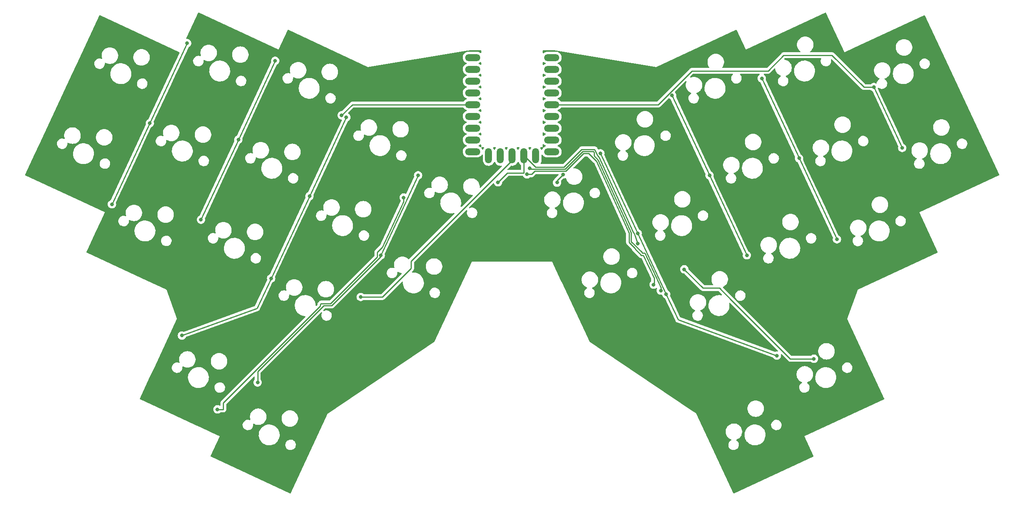
<source format=gtl>
G04 #@! TF.GenerationSoftware,KiCad,Pcbnew,7.0.1*
G04 #@! TF.CreationDate,2024-05-26T16:47:26-04:00*
G04 #@! TF.ProjectId,30,33302e6b-6963-4616-945f-706362585858,rev?*
G04 #@! TF.SameCoordinates,Original*
G04 #@! TF.FileFunction,Copper,L1,Top*
G04 #@! TF.FilePolarity,Positive*
%FSLAX46Y46*%
G04 Gerber Fmt 4.6, Leading zero omitted, Abs format (unit mm)*
G04 Created by KiCad (PCBNEW 7.0.1) date 2024-05-26 16:47:26*
%MOMM*%
%LPD*%
G01*
G04 APERTURE LIST*
G04 #@! TA.AperFunction,ComponentPad*
%ADD10O,3.290000X1.500000*%
G04 #@! TD*
G04 #@! TA.AperFunction,ComponentPad*
%ADD11O,1.500000X3.290000*%
G04 #@! TD*
G04 #@! TA.AperFunction,ViaPad*
%ADD12C,0.800000*%
G04 #@! TD*
G04 #@! TA.AperFunction,Conductor*
%ADD13C,0.250000*%
G04 #@! TD*
G04 APERTURE END LIST*
D10*
X113659000Y-34798000D03*
X113659000Y-37338000D03*
X113659000Y-39878000D03*
X113659000Y-42418000D03*
X113659000Y-44958000D03*
X113659000Y-47498000D03*
X113659000Y-50038000D03*
X113659000Y-52578000D03*
X113659000Y-55118000D03*
D11*
X117094000Y-56013000D03*
X119634000Y-56013000D03*
X122174000Y-56013000D03*
X124714000Y-56013000D03*
X127254000Y-56013000D03*
D10*
X130689000Y-55118000D03*
X130689000Y-52578000D03*
X130689000Y-50038000D03*
X130689000Y-47498000D03*
X130689000Y-44958000D03*
X130689000Y-42418000D03*
X130689000Y-39878000D03*
X130689000Y-37338000D03*
X130689000Y-34798000D03*
D12*
X133130000Y-60044500D03*
X131840000Y-61790000D03*
X85420000Y-47278380D03*
X125984000Y-58674000D03*
X187198000Y-99822000D03*
X159258000Y-80518000D03*
X152654000Y-83820000D03*
X125365305Y-60007337D03*
X58674000Y-110744000D03*
X98806000Y-65024000D03*
X154191768Y-85109433D03*
X89539299Y-86491299D03*
X119126000Y-61722000D03*
X149260829Y-74940000D03*
X206209360Y-54309648D03*
X200090693Y-41188123D03*
X183989573Y-56543423D03*
X192147796Y-74038788D03*
X175938695Y-39278259D03*
X164684854Y-60220459D03*
X172735732Y-77485623D03*
X156633976Y-42955296D03*
X149229044Y-72752523D03*
X155347712Y-85874048D03*
X141178166Y-55487360D03*
X179189467Y-99138900D03*
X93844937Y-77499762D03*
X67322034Y-104928565D03*
X101895814Y-60234599D03*
X51022976Y-94805867D03*
X78496472Y-64737496D03*
X86440005Y-47702535D03*
X70230904Y-82463064D03*
X63163519Y-52542979D03*
X71107052Y-35508018D03*
X55112641Y-69808142D03*
X44089002Y-48973287D03*
X35930779Y-66468653D03*
X52139880Y-31708124D03*
D13*
X180674134Y-34290000D02*
X191080000Y-34290000D01*
X191080000Y-34290000D02*
X197978123Y-41188123D01*
X177295059Y-37669075D02*
X180674134Y-34290000D01*
X160894892Y-37669075D02*
X177295059Y-37669075D01*
X153605967Y-44958000D02*
X160894892Y-37669075D01*
X129794000Y-44958000D02*
X153605967Y-44958000D01*
X197978123Y-41188123D02*
X200090693Y-41188123D01*
X131840000Y-61334500D02*
X133130000Y-60044500D01*
X131840000Y-61790000D02*
X131840000Y-61334500D01*
X87740380Y-44958000D02*
X114554000Y-44958000D01*
X85420000Y-47278380D02*
X87740380Y-44958000D01*
X93844937Y-77733459D02*
X93844937Y-77499762D01*
X83244396Y-88334000D02*
X93844937Y-77733459D01*
X81581820Y-88334000D02*
X83244396Y-88334000D01*
X67322034Y-102593786D02*
X81581820Y-88334000D01*
X67322034Y-104928565D02*
X67322034Y-102593786D01*
X80850000Y-88429424D02*
X59944000Y-109335424D01*
X59944000Y-109335424D02*
X59944000Y-110744000D01*
X80850000Y-88060000D02*
X80850000Y-88429424D01*
X81026000Y-87884000D02*
X80850000Y-88060000D01*
X83058000Y-87884000D02*
X81026000Y-87884000D01*
X59944000Y-110744000D02*
X58674000Y-110744000D01*
X93119937Y-76798982D02*
X93119937Y-77822063D01*
X94160347Y-75758571D02*
X93119937Y-76798982D01*
X98767372Y-65878773D02*
X94160347Y-75758571D01*
X93119937Y-77822063D02*
X83058000Y-87884000D01*
X98767372Y-65062628D02*
X98767372Y-65878773D01*
X98806000Y-65024000D02*
X98767372Y-65062628D01*
X126332663Y-60007337D02*
X125365305Y-60007337D01*
X127020000Y-59320000D02*
X126332663Y-60007337D01*
X133722792Y-59320000D02*
X127020000Y-59320000D01*
X137532792Y-55510000D02*
X133722792Y-59320000D01*
X138653604Y-55510000D02*
X137532792Y-55510000D01*
X140304219Y-57160615D02*
X138653604Y-55510000D01*
X147347313Y-72673130D02*
X140304219Y-57160615D01*
X147347313Y-74688185D02*
X147347313Y-72673130D01*
X148599564Y-75940436D02*
X147347313Y-74688185D01*
X148599564Y-76093265D02*
X148599564Y-75940436D01*
X149973400Y-77467101D02*
X148599564Y-76093265D01*
X150434448Y-77467101D02*
X149973400Y-77467101D01*
X152749104Y-82430896D02*
X150434448Y-77467101D01*
X152749104Y-83724896D02*
X152749104Y-82430896D01*
X152654000Y-83820000D02*
X152749104Y-83724896D01*
X154191768Y-84459908D02*
X154191768Y-85109433D01*
X150721130Y-77017101D02*
X154191768Y-84459908D01*
X150159796Y-77017101D02*
X150721130Y-77017101D01*
X150159796Y-76864272D02*
X150159796Y-77017101D01*
X147797313Y-74501789D02*
X150159796Y-76864272D01*
X147797313Y-72575757D02*
X147797313Y-74501789D01*
X140680188Y-56900188D02*
X147797313Y-72575757D01*
X139791134Y-56011134D02*
X140680188Y-56900188D01*
X139791134Y-55311836D02*
X139791134Y-56011134D01*
X139675335Y-55070000D02*
X139791134Y-55311836D01*
X139665335Y-55060000D02*
X139675335Y-55070000D01*
X137346396Y-55060000D02*
X139665335Y-55060000D01*
X133536396Y-58870000D02*
X137346396Y-55060000D01*
X126180000Y-58870000D02*
X133536396Y-58870000D01*
X125984000Y-58674000D02*
X126180000Y-58870000D01*
X127245720Y-58420000D02*
X124714000Y-55888280D01*
X133350000Y-58420000D02*
X127245720Y-58420000D01*
X137160000Y-54610000D02*
X133350000Y-58420000D01*
X139954000Y-54610000D02*
X137160000Y-54610000D01*
X148310000Y-72550000D02*
X148130000Y-72220000D01*
X124714000Y-55888280D02*
X124714000Y-55118000D01*
X140970000Y-56450000D02*
X140877861Y-56212360D01*
X140610000Y-55980000D02*
X139954000Y-54610000D01*
X148450000Y-72770000D02*
X148310000Y-72550000D01*
X149260829Y-74940000D02*
X148450000Y-72770000D01*
X148130000Y-72220000D02*
X140970000Y-56450000D01*
X140877861Y-56212360D02*
X140610000Y-55980000D01*
X182118000Y-99822000D02*
X187198000Y-99822000D01*
X169418000Y-87122000D02*
X182118000Y-99822000D01*
X163306570Y-84566570D02*
X166862570Y-84566570D01*
X166862570Y-84566570D02*
X169418000Y-87122000D01*
X159258000Y-80518000D02*
X163306570Y-84566570D01*
X94229923Y-86491299D02*
X89539299Y-86491299D01*
X100402653Y-80318569D02*
X94229923Y-86491299D01*
X100402653Y-78744557D02*
X100402653Y-80318569D01*
X122174000Y-56973210D02*
X100402653Y-78744557D01*
X122174000Y-55118000D02*
X122174000Y-56973210D01*
X124714000Y-59690000D02*
X124714000Y-55118000D01*
X119126000Y-61722000D02*
X121158000Y-59690000D01*
X121158000Y-59690000D02*
X124714000Y-59690000D01*
X200090693Y-41188123D02*
X206209360Y-54309648D01*
X183989573Y-56543423D02*
X192147796Y-74038788D01*
X175938695Y-39278259D02*
X183989573Y-56543423D01*
X164684854Y-60220459D02*
X172735732Y-77485623D01*
X156633976Y-42955296D02*
X164684854Y-60220459D01*
X149229044Y-72752523D02*
X155347712Y-85874048D01*
X141178166Y-55487360D02*
X149229044Y-72752523D01*
X155347712Y-85874048D02*
X157923992Y-91398900D01*
X157923992Y-91398900D02*
X179189467Y-99138900D01*
X101895814Y-60234599D02*
X93844937Y-77499762D01*
X67225243Y-88908725D02*
X51022976Y-94805867D01*
X70230904Y-82463064D02*
X67225243Y-88908725D01*
X78496472Y-64737496D02*
X70230904Y-82463064D01*
X86440005Y-47702535D02*
X78496472Y-64737496D01*
X63163519Y-52542979D02*
X55112641Y-69808142D01*
X71107052Y-35508018D02*
X63163519Y-52542979D01*
X44089002Y-48973287D02*
X35930779Y-66468653D01*
X48467637Y-39583274D02*
X44089002Y-48973287D01*
X52139880Y-31708124D02*
X48467637Y-39583274D01*
G04 #@! TA.AperFunction,NonConductor*
G36*
X115431795Y-35789635D02*
G01*
X115481227Y-35835330D01*
X115499500Y-35900120D01*
X115499500Y-36230531D01*
X115486733Y-36285333D01*
X115451060Y-36328851D01*
X115399827Y-36352121D01*
X115343585Y-36350353D01*
X115293915Y-36323911D01*
X115291996Y-36322235D01*
X115098764Y-36206784D01*
X115039898Y-36184692D01*
X114992318Y-36152668D01*
X114964238Y-36102659D01*
X114961665Y-36045363D01*
X114985150Y-35993038D01*
X115029662Y-35956882D01*
X115197973Y-35875829D01*
X115302615Y-35799801D01*
X115365771Y-35776502D01*
X115431795Y-35789635D01*
G37*
G04 #@! TD.AperFunction*
G04 #@! TA.AperFunction,NonConductor*
G36*
X128925176Y-35716410D02*
G01*
X128974833Y-35742848D01*
X129056004Y-35813765D01*
X129249236Y-35929215D01*
X129300722Y-35948538D01*
X129308100Y-35951307D01*
X129355680Y-35983330D01*
X129383760Y-36033339D01*
X129386334Y-36090635D01*
X129362849Y-36142960D01*
X129318331Y-36179120D01*
X129150027Y-36260170D01*
X128965916Y-36393935D01*
X128902745Y-36417236D01*
X128836710Y-36404088D01*
X128787280Y-36358369D01*
X128769031Y-36293560D01*
X128769250Y-35836169D01*
X128782038Y-35781385D01*
X128817718Y-35737889D01*
X128868946Y-35714635D01*
X128925176Y-35716410D01*
G37*
G04 #@! TD.AperFunction*
G04 #@! TA.AperFunction,NonConductor*
G36*
X115431795Y-38329635D02*
G01*
X115481227Y-38375330D01*
X115499500Y-38440120D01*
X115499500Y-38770531D01*
X115486733Y-38825333D01*
X115451060Y-38868851D01*
X115399827Y-38892121D01*
X115343585Y-38890353D01*
X115293915Y-38863911D01*
X115291996Y-38862235D01*
X115098764Y-38746784D01*
X115039898Y-38724692D01*
X114992318Y-38692668D01*
X114964238Y-38642659D01*
X114961665Y-38585363D01*
X114985150Y-38533038D01*
X115029662Y-38496882D01*
X115197973Y-38415829D01*
X115302615Y-38339801D01*
X115365771Y-38316502D01*
X115431795Y-38329635D01*
G37*
G04 #@! TD.AperFunction*
G04 #@! TA.AperFunction,NonConductor*
G36*
X128923963Y-38255351D02*
G01*
X128973622Y-38281790D01*
X129056002Y-38353764D01*
X129081599Y-38369057D01*
X129249236Y-38469215D01*
X129275548Y-38479090D01*
X129308100Y-38491307D01*
X129355680Y-38523330D01*
X129383760Y-38573339D01*
X129386334Y-38630635D01*
X129362849Y-38682960D01*
X129318331Y-38719120D01*
X129150027Y-38800170D01*
X128964702Y-38934816D01*
X128901531Y-38958117D01*
X128835495Y-38944969D01*
X128786066Y-38899250D01*
X128767817Y-38834442D01*
X128768037Y-38375110D01*
X128780825Y-38320325D01*
X128816505Y-38276829D01*
X128867733Y-38253575D01*
X128923963Y-38255351D01*
G37*
G04 #@! TD.AperFunction*
G04 #@! TA.AperFunction,NonConductor*
G36*
X115431795Y-40869635D02*
G01*
X115481227Y-40915330D01*
X115499500Y-40980120D01*
X115499500Y-41310531D01*
X115486733Y-41365333D01*
X115451060Y-41408851D01*
X115399827Y-41432121D01*
X115343585Y-41430353D01*
X115293915Y-41403911D01*
X115291996Y-41402235D01*
X115098764Y-41286784D01*
X115039898Y-41264692D01*
X114992318Y-41232668D01*
X114964238Y-41182659D01*
X114961665Y-41125363D01*
X114985150Y-41073038D01*
X115029662Y-41036882D01*
X115197973Y-40955829D01*
X115302615Y-40879801D01*
X115365771Y-40856502D01*
X115431795Y-40869635D01*
G37*
G04 #@! TD.AperFunction*
G04 #@! TA.AperFunction,NonConductor*
G36*
X128922751Y-40794292D02*
G01*
X128972410Y-40820731D01*
X129056002Y-40893764D01*
X129080690Y-40908514D01*
X129249236Y-41009215D01*
X129308100Y-41031307D01*
X129355680Y-41063330D01*
X129383760Y-41113339D01*
X129386334Y-41170635D01*
X129362849Y-41222960D01*
X129318331Y-41259120D01*
X129150027Y-41340170D01*
X128963490Y-41475697D01*
X128900319Y-41498998D01*
X128834284Y-41485850D01*
X128784854Y-41440131D01*
X128766605Y-41375320D01*
X128766622Y-41340170D01*
X128766825Y-40914051D01*
X128779613Y-40859266D01*
X128815293Y-40815770D01*
X128866521Y-40792516D01*
X128922751Y-40794292D01*
G37*
G04 #@! TD.AperFunction*
G04 #@! TA.AperFunction,NonConductor*
G36*
X115431795Y-43409635D02*
G01*
X115481227Y-43455330D01*
X115499500Y-43520120D01*
X115499500Y-43850531D01*
X115486733Y-43905333D01*
X115451060Y-43948851D01*
X115399827Y-43972121D01*
X115343585Y-43970353D01*
X115293915Y-43943911D01*
X115291996Y-43942235D01*
X115098764Y-43826784D01*
X115039898Y-43804692D01*
X114992318Y-43772668D01*
X114964238Y-43722659D01*
X114961665Y-43665363D01*
X114985150Y-43613038D01*
X115029662Y-43576882D01*
X115197973Y-43495829D01*
X115302615Y-43419801D01*
X115365771Y-43396502D01*
X115431795Y-43409635D01*
G37*
G04 #@! TD.AperFunction*
G04 #@! TA.AperFunction,NonConductor*
G36*
X128921538Y-43333232D02*
G01*
X128971196Y-43359671D01*
X129056002Y-43433764D01*
X129088186Y-43452993D01*
X129249236Y-43549215D01*
X129308100Y-43571307D01*
X129355680Y-43603330D01*
X129383760Y-43653339D01*
X129386334Y-43710635D01*
X129362849Y-43762960D01*
X129318331Y-43799120D01*
X129150027Y-43880170D01*
X128962276Y-44016579D01*
X128899105Y-44039880D01*
X128833070Y-44026732D01*
X128783640Y-43981013D01*
X128765391Y-43916204D01*
X128765612Y-43452989D01*
X128778400Y-43398207D01*
X128814080Y-43354711D01*
X128865308Y-43331457D01*
X128921538Y-43333232D01*
G37*
G04 #@! TD.AperFunction*
G04 #@! TA.AperFunction,NonConductor*
G36*
X115431795Y-45949635D02*
G01*
X115481227Y-45995330D01*
X115499500Y-46060120D01*
X115499500Y-46390531D01*
X115486733Y-46445333D01*
X115451060Y-46488851D01*
X115399827Y-46512121D01*
X115343585Y-46510353D01*
X115293915Y-46483911D01*
X115291996Y-46482235D01*
X115098764Y-46366784D01*
X115039898Y-46344692D01*
X114992318Y-46312668D01*
X114964238Y-46262659D01*
X114961665Y-46205363D01*
X114985150Y-46153038D01*
X115029662Y-46116882D01*
X115197973Y-46035829D01*
X115302615Y-45959801D01*
X115365771Y-45936502D01*
X115431795Y-45949635D01*
G37*
G04 #@! TD.AperFunction*
G04 #@! TA.AperFunction,NonConductor*
G36*
X128920326Y-45872173D02*
G01*
X128969984Y-45898611D01*
X129056004Y-45973765D01*
X129249236Y-46089215D01*
X129308100Y-46111307D01*
X129355680Y-46143330D01*
X129383760Y-46193339D01*
X129386334Y-46250635D01*
X129362849Y-46302960D01*
X129318331Y-46339120D01*
X129150027Y-46420170D01*
X128961063Y-46557461D01*
X128897892Y-46580762D01*
X128831857Y-46567614D01*
X128782427Y-46521895D01*
X128764178Y-46457084D01*
X128764217Y-46375649D01*
X128764400Y-45991931D01*
X128777188Y-45937148D01*
X128812868Y-45893652D01*
X128864096Y-45870398D01*
X128920326Y-45872173D01*
G37*
G04 #@! TD.AperFunction*
G04 #@! TA.AperFunction,NonConductor*
G36*
X115431795Y-48489635D02*
G01*
X115481227Y-48535330D01*
X115499500Y-48600120D01*
X115499500Y-48930531D01*
X115486733Y-48985333D01*
X115451060Y-49028851D01*
X115399827Y-49052121D01*
X115343585Y-49050353D01*
X115293915Y-49023911D01*
X115291996Y-49022235D01*
X115098764Y-48906784D01*
X115039898Y-48884692D01*
X114992318Y-48852668D01*
X114964238Y-48802659D01*
X114961665Y-48745363D01*
X114985150Y-48693038D01*
X115029662Y-48656882D01*
X115197973Y-48575829D01*
X115302615Y-48499801D01*
X115365771Y-48476502D01*
X115431795Y-48489635D01*
G37*
G04 #@! TD.AperFunction*
G04 #@! TA.AperFunction,NonConductor*
G36*
X128919113Y-48411113D02*
G01*
X128968771Y-48437551D01*
X129056004Y-48513765D01*
X129249236Y-48629215D01*
X129301636Y-48648881D01*
X129308100Y-48651307D01*
X129355680Y-48683330D01*
X129383760Y-48733339D01*
X129386334Y-48790635D01*
X129362849Y-48842960D01*
X129318331Y-48879120D01*
X129150027Y-48960170D01*
X128959849Y-49098343D01*
X128896678Y-49121644D01*
X128830643Y-49108496D01*
X128781213Y-49062777D01*
X128762964Y-48997968D01*
X128763187Y-48530871D01*
X128775975Y-48476088D01*
X128811655Y-48432592D01*
X128862883Y-48409338D01*
X128919113Y-48411113D01*
G37*
G04 #@! TD.AperFunction*
G04 #@! TA.AperFunction,NonConductor*
G36*
X115431795Y-51029635D02*
G01*
X115481227Y-51075330D01*
X115499500Y-51140120D01*
X115499500Y-51470531D01*
X115486733Y-51525333D01*
X115451060Y-51568851D01*
X115399827Y-51592121D01*
X115343585Y-51590353D01*
X115293915Y-51563911D01*
X115291996Y-51562235D01*
X115098764Y-51446784D01*
X115039898Y-51424692D01*
X114992318Y-51392668D01*
X114964238Y-51342659D01*
X114961665Y-51285363D01*
X114985150Y-51233038D01*
X115029662Y-51196882D01*
X115197973Y-51115829D01*
X115302615Y-51039801D01*
X115365771Y-51016502D01*
X115431795Y-51029635D01*
G37*
G04 #@! TD.AperFunction*
G04 #@! TA.AperFunction,NonConductor*
G36*
X128917901Y-50950054D02*
G01*
X128967558Y-50976492D01*
X129056004Y-51053765D01*
X129249236Y-51169215D01*
X129295393Y-51186538D01*
X129308100Y-51191307D01*
X129355680Y-51223330D01*
X129383760Y-51273339D01*
X129386334Y-51330635D01*
X129362849Y-51382960D01*
X129318331Y-51419120D01*
X129150027Y-51500170D01*
X128958893Y-51639038D01*
X128957020Y-51636461D01*
X128926029Y-51656264D01*
X128867871Y-51661692D01*
X128813680Y-51639893D01*
X128775481Y-51595703D01*
X128761751Y-51538929D01*
X128761754Y-51532617D01*
X128761975Y-51069814D01*
X128774763Y-51015029D01*
X128810443Y-50971533D01*
X128861671Y-50948279D01*
X128917901Y-50950054D01*
G37*
G04 #@! TD.AperFunction*
G04 #@! TA.AperFunction,NonConductor*
G36*
X115431795Y-53569635D02*
G01*
X115481227Y-53615330D01*
X115499500Y-53680120D01*
X115499500Y-54010531D01*
X115486733Y-54065333D01*
X115451060Y-54108851D01*
X115399827Y-54132121D01*
X115343585Y-54130353D01*
X115293915Y-54103911D01*
X115291996Y-54102235D01*
X115098764Y-53986784D01*
X115039898Y-53964692D01*
X114992318Y-53932668D01*
X114964238Y-53882659D01*
X114961665Y-53825363D01*
X114985150Y-53773038D01*
X115029662Y-53736882D01*
X115197973Y-53655829D01*
X115302615Y-53579801D01*
X115365771Y-53556502D01*
X115431795Y-53569635D01*
G37*
G04 #@! TD.AperFunction*
G04 #@! TA.AperFunction,NonConductor*
G36*
X128916689Y-53488995D02*
G01*
X128966346Y-53515433D01*
X129056004Y-53593765D01*
X129249236Y-53709215D01*
X129269076Y-53716661D01*
X129308100Y-53731307D01*
X129355680Y-53763330D01*
X129383760Y-53813339D01*
X129386334Y-53870635D01*
X129362849Y-53922960D01*
X129318331Y-53959120D01*
X129150027Y-54040170D01*
X128958893Y-54179038D01*
X128957257Y-54176786D01*
X128924941Y-54197490D01*
X128866755Y-54202975D01*
X128812521Y-54181200D01*
X128774283Y-54137001D01*
X128760538Y-54080198D01*
X128760544Y-54068719D01*
X128760763Y-53608755D01*
X128773551Y-53553970D01*
X128809231Y-53510474D01*
X128860459Y-53487220D01*
X128916689Y-53488995D01*
G37*
G04 #@! TD.AperFunction*
G04 #@! TA.AperFunction,NonConductor*
G36*
X116005514Y-54150880D02*
G01*
X116060288Y-54163680D01*
X116103772Y-54199364D01*
X116127016Y-54250588D01*
X116125237Y-54306811D01*
X116098801Y-54356463D01*
X116078235Y-54380002D01*
X115962785Y-54573234D01*
X115942085Y-54628389D01*
X115907575Y-54678199D01*
X115853581Y-54705709D01*
X115792999Y-54704347D01*
X115740297Y-54674440D01*
X115714786Y-54633836D01*
X115713805Y-54634364D01*
X115708517Y-54624537D01*
X115708517Y-54624536D01*
X115601852Y-54426319D01*
X115542517Y-54351915D01*
X115516242Y-54288466D01*
X115527765Y-54220762D01*
X115573552Y-54169574D01*
X115639557Y-54150605D01*
X116005514Y-54150880D01*
G37*
G04 #@! TD.AperFunction*
G04 #@! TA.AperFunction,NonConductor*
G36*
X118543839Y-54152795D02*
G01*
X118598615Y-54165595D01*
X118642099Y-54201279D01*
X118665343Y-54252503D01*
X118663564Y-54308726D01*
X118637128Y-54358378D01*
X118618235Y-54380002D01*
X118502784Y-54573236D01*
X118480692Y-54632101D01*
X118448668Y-54679681D01*
X118398659Y-54707761D01*
X118341363Y-54710333D01*
X118289039Y-54686849D01*
X118252879Y-54642331D01*
X118250983Y-54638393D01*
X118171829Y-54474027D01*
X118081285Y-54349405D01*
X118057985Y-54286228D01*
X118071141Y-54220186D01*
X118116875Y-54170758D01*
X118181697Y-54152522D01*
X118543839Y-54152795D01*
G37*
G04 #@! TD.AperFunction*
G04 #@! TA.AperFunction,NonConductor*
G36*
X121082170Y-54154709D02*
G01*
X121136943Y-54167509D01*
X121180427Y-54203193D01*
X121203671Y-54254418D01*
X121201892Y-54310641D01*
X121175455Y-54360293D01*
X121158235Y-54380002D01*
X121042784Y-54573236D01*
X121020692Y-54632101D01*
X120988668Y-54679681D01*
X120938659Y-54707761D01*
X120881363Y-54710333D01*
X120829039Y-54686849D01*
X120792879Y-54642331D01*
X120790983Y-54638393D01*
X120711829Y-54474027D01*
X120622677Y-54351321D01*
X120599377Y-54288144D01*
X120612533Y-54222102D01*
X120658267Y-54172674D01*
X120723088Y-54154438D01*
X121082170Y-54154709D01*
G37*
G04 #@! TD.AperFunction*
G04 #@! TA.AperFunction,NonConductor*
G36*
X123620498Y-54156623D02*
G01*
X123675270Y-54169423D01*
X123718754Y-54205106D01*
X123741998Y-54256330D01*
X123740219Y-54312553D01*
X123713784Y-54362205D01*
X123698235Y-54380002D01*
X123582784Y-54573236D01*
X123560692Y-54632101D01*
X123528668Y-54679681D01*
X123478659Y-54707761D01*
X123421363Y-54710333D01*
X123369039Y-54686849D01*
X123332879Y-54642331D01*
X123330926Y-54638276D01*
X123251829Y-54474027D01*
X123164071Y-54353239D01*
X123140770Y-54290061D01*
X123153926Y-54224019D01*
X123199660Y-54174591D01*
X123264481Y-54156355D01*
X123620498Y-54156623D01*
G37*
G04 #@! TD.AperFunction*
G04 #@! TA.AperFunction,NonConductor*
G36*
X126158825Y-54158537D02*
G01*
X126213598Y-54171337D01*
X126257082Y-54207021D01*
X126280326Y-54258244D01*
X126278547Y-54314467D01*
X126252112Y-54364119D01*
X126238235Y-54380002D01*
X126122784Y-54573236D01*
X126100692Y-54632101D01*
X126068668Y-54679681D01*
X126018659Y-54707761D01*
X125961363Y-54710333D01*
X125909039Y-54686849D01*
X125872879Y-54642331D01*
X125870926Y-54638276D01*
X125791829Y-54474027D01*
X125705463Y-54355155D01*
X125682162Y-54291977D01*
X125695318Y-54225935D01*
X125741052Y-54176507D01*
X125805872Y-54158271D01*
X126158825Y-54158537D01*
G37*
G04 #@! TD.AperFunction*
G04 #@! TA.AperFunction,NonConductor*
G36*
X128697367Y-54160451D02*
G01*
X128760930Y-54178039D01*
X128806487Y-54225732D01*
X128821145Y-54290037D01*
X128800758Y-54352762D01*
X128688365Y-54523031D01*
X128639106Y-54638276D01*
X128605827Y-54683650D01*
X128555921Y-54709645D01*
X128499666Y-54710907D01*
X128448645Y-54687177D01*
X128413368Y-54643346D01*
X128331829Y-54474027D01*
X128246857Y-54357073D01*
X128223555Y-54293894D01*
X128236711Y-54227852D01*
X128282445Y-54178424D01*
X128347267Y-54160188D01*
X128697367Y-54160451D01*
G37*
G04 #@! TD.AperFunction*
G04 #@! TA.AperFunction,NonConductor*
G36*
X123518960Y-57339150D02*
G01*
X123555120Y-57383668D01*
X123636170Y-57551972D01*
X123736152Y-57689585D01*
X123768478Y-57734078D01*
X123931175Y-57889632D01*
X124031494Y-57955852D01*
X124032811Y-57956721D01*
X124073694Y-58001448D01*
X124088500Y-58060208D01*
X124088500Y-58940500D01*
X124071887Y-59002500D01*
X124026500Y-59047887D01*
X123964500Y-59064500D01*
X121266662Y-59064500D01*
X121210367Y-59050985D01*
X121166344Y-59013385D01*
X121144189Y-58959898D01*
X121148731Y-58902182D01*
X121178981Y-58852819D01*
X121515569Y-58516231D01*
X121854538Y-58177261D01*
X121907890Y-58145790D01*
X121969809Y-58144053D01*
X122005463Y-58152191D01*
X122211794Y-58161457D01*
X122230328Y-58162290D01*
X122230328Y-58162289D01*
X122230330Y-58162290D01*
X122453387Y-58132075D01*
X122667464Y-58062517D01*
X122865681Y-57955852D01*
X123041666Y-57815508D01*
X123189765Y-57645996D01*
X123305215Y-57452764D01*
X123327308Y-57393896D01*
X123359330Y-57346319D01*
X123409339Y-57318239D01*
X123466635Y-57315665D01*
X123518960Y-57339150D01*
G37*
G04 #@! TD.AperFunction*
G04 #@! TA.AperFunction,NonConductor*
G36*
X54652601Y-25103037D02*
G01*
X71787636Y-33090126D01*
X71788068Y-33090442D01*
X71809770Y-33100490D01*
X71809771Y-33100490D01*
X71809772Y-33100491D01*
X71810147Y-33100507D01*
X71810184Y-33100509D01*
X71810184Y-33100508D01*
X71810186Y-33100509D01*
X71810491Y-33100229D01*
X71810491Y-33100225D01*
X71816424Y-33087377D01*
X73767885Y-28893190D01*
X73809132Y-28843967D01*
X73869474Y-28821977D01*
X73932723Y-28833125D01*
X78280200Y-30860772D01*
X91069237Y-36825532D01*
X91079869Y-36831731D01*
X91079977Y-36831746D01*
X91092209Y-36828505D01*
X112457071Y-33328922D01*
X112510531Y-33333774D01*
X112559050Y-33312217D01*
X113170356Y-33212085D01*
X113189849Y-33210456D01*
X114706653Y-33203919D01*
X115374966Y-33201040D01*
X115437191Y-33217474D01*
X115482798Y-33262885D01*
X115499500Y-33325039D01*
X115499500Y-33690531D01*
X115486733Y-33745333D01*
X115451060Y-33788851D01*
X115399827Y-33812121D01*
X115343585Y-33810353D01*
X115293915Y-33783911D01*
X115291996Y-33782235D01*
X115098762Y-33666783D01*
X114888025Y-33587693D01*
X114666547Y-33547500D01*
X112707845Y-33547500D01*
X112673801Y-33550564D01*
X112590211Y-33558087D01*
X112545306Y-33550564D01*
X112510103Y-33570822D01*
X112322828Y-33622507D01*
X112120027Y-33720170D01*
X111937925Y-33852475D01*
X111937922Y-33852477D01*
X111937922Y-33852478D01*
X111922544Y-33868562D01*
X111782365Y-34015178D01*
X111658365Y-34203031D01*
X111569896Y-34410012D01*
X111519809Y-34629462D01*
X111509709Y-34854328D01*
X111539925Y-35077388D01*
X111608743Y-35289189D01*
X111609483Y-35291464D01*
X111716148Y-35489681D01*
X111789169Y-35581246D01*
X111844813Y-35651022D01*
X111856492Y-35665666D01*
X112026004Y-35813765D01*
X112219236Y-35929215D01*
X112270722Y-35948538D01*
X112278100Y-35951307D01*
X112325680Y-35983330D01*
X112353760Y-36033339D01*
X112356334Y-36090635D01*
X112332849Y-36142960D01*
X112288331Y-36179120D01*
X112120027Y-36260170D01*
X111937925Y-36392475D01*
X111937922Y-36392477D01*
X111937922Y-36392478D01*
X111917978Y-36413338D01*
X111782365Y-36555178D01*
X111658365Y-36743031D01*
X111569896Y-36950012D01*
X111519809Y-37169462D01*
X111509709Y-37394328D01*
X111539925Y-37617388D01*
X111595150Y-37787354D01*
X111609483Y-37831464D01*
X111716148Y-38029681D01*
X111856492Y-38205666D01*
X112026004Y-38353765D01*
X112219236Y-38469215D01*
X112245548Y-38479090D01*
X112278100Y-38491307D01*
X112325680Y-38523330D01*
X112353760Y-38573339D01*
X112356334Y-38630635D01*
X112332849Y-38682960D01*
X112288331Y-38719120D01*
X112120027Y-38800170D01*
X111937925Y-38932475D01*
X111937922Y-38932477D01*
X111937922Y-38932478D01*
X111913409Y-38958117D01*
X111782365Y-39095178D01*
X111658365Y-39283031D01*
X111569896Y-39490012D01*
X111519809Y-39709462D01*
X111509709Y-39934328D01*
X111539925Y-40157388D01*
X111608335Y-40367933D01*
X111609483Y-40371464D01*
X111716148Y-40569681D01*
X111856492Y-40745666D01*
X112026004Y-40893765D01*
X112219236Y-41009215D01*
X112278100Y-41031307D01*
X112325680Y-41063330D01*
X112353760Y-41113339D01*
X112356334Y-41170635D01*
X112332849Y-41222960D01*
X112288331Y-41259120D01*
X112120027Y-41340170D01*
X111937925Y-41472475D01*
X111937922Y-41472477D01*
X111937922Y-41472478D01*
X111890631Y-41521941D01*
X111782365Y-41635178D01*
X111658365Y-41823031D01*
X111569896Y-42030012D01*
X111519809Y-42249462D01*
X111509709Y-42474328D01*
X111539925Y-42697388D01*
X111605919Y-42900497D01*
X111609483Y-42911464D01*
X111716148Y-43109681D01*
X111807056Y-43223675D01*
X111851735Y-43279702D01*
X111856492Y-43285666D01*
X112026004Y-43433765D01*
X112219236Y-43549215D01*
X112278100Y-43571307D01*
X112325680Y-43603330D01*
X112353760Y-43653339D01*
X112356334Y-43710635D01*
X112332849Y-43762960D01*
X112288331Y-43799120D01*
X112120027Y-43880170D01*
X111937925Y-44012475D01*
X111782365Y-44175178D01*
X111715279Y-44276811D01*
X111670552Y-44317694D01*
X111611792Y-44332500D01*
X87823124Y-44332500D01*
X87802617Y-44330235D01*
X87732507Y-44332439D01*
X87728612Y-44332500D01*
X87701030Y-44332500D01*
X87697045Y-44333003D01*
X87685413Y-44333918D01*
X87641749Y-44335290D01*
X87622509Y-44340880D01*
X87603461Y-44344825D01*
X87583589Y-44347335D01*
X87542979Y-44363413D01*
X87531934Y-44367194D01*
X87489990Y-44379381D01*
X87472745Y-44389579D01*
X87455284Y-44398133D01*
X87436647Y-44405512D01*
X87401311Y-44431185D01*
X87391554Y-44437595D01*
X87353960Y-44459829D01*
X87339793Y-44473996D01*
X87325004Y-44486626D01*
X87308793Y-44498404D01*
X87280952Y-44532058D01*
X87273091Y-44540697D01*
X85472228Y-46341561D01*
X85432000Y-46368441D01*
X85384547Y-46377880D01*
X85325352Y-46377880D01*
X85140197Y-46417235D01*
X84967269Y-46494228D01*
X84814129Y-46605490D01*
X84687466Y-46746163D01*
X84592820Y-46910095D01*
X84534326Y-47090122D01*
X84514540Y-47278379D01*
X84534326Y-47466637D01*
X84592820Y-47646664D01*
X84687466Y-47810596D01*
X84814129Y-47951269D01*
X84967269Y-48062531D01*
X85140197Y-48139524D01*
X85325352Y-48178880D01*
X85333076Y-48178880D01*
X85392719Y-48194166D01*
X85437657Y-48236255D01*
X85456811Y-48294770D01*
X85445458Y-48355285D01*
X78225152Y-63839280D01*
X78199683Y-63875318D01*
X78163206Y-63900154D01*
X78043741Y-63953344D01*
X77890601Y-64064606D01*
X77763938Y-64205279D01*
X77669292Y-64369211D01*
X77610798Y-64549238D01*
X77591012Y-64737495D01*
X77610798Y-64925755D01*
X77639941Y-65015447D01*
X77645779Y-65061334D01*
X77634392Y-65106169D01*
X69959584Y-81564848D01*
X69934115Y-81600886D01*
X69897638Y-81625722D01*
X69778173Y-81678912D01*
X69625033Y-81790174D01*
X69498370Y-81930847D01*
X69403724Y-82094779D01*
X69345230Y-82274806D01*
X69325444Y-82463064D01*
X69345230Y-82651323D01*
X69374373Y-82741015D01*
X69380211Y-82786902D01*
X69368824Y-82831737D01*
X66789549Y-88363011D01*
X66760940Y-88402028D01*
X66719577Y-88427128D01*
X51465600Y-93979121D01*
X51418862Y-93986523D01*
X51372754Y-93975878D01*
X51302778Y-93944722D01*
X51117624Y-93905367D01*
X51117622Y-93905367D01*
X50928330Y-93905367D01*
X50928328Y-93905367D01*
X50743173Y-93944722D01*
X50570245Y-94021715D01*
X50417105Y-94132977D01*
X50290442Y-94273650D01*
X50195796Y-94437582D01*
X50137302Y-94617609D01*
X50117516Y-94805867D01*
X50137302Y-94994124D01*
X50195796Y-95174151D01*
X50290442Y-95338083D01*
X50417105Y-95478756D01*
X50570245Y-95590018D01*
X50743173Y-95667011D01*
X50928328Y-95706367D01*
X50928330Y-95706367D01*
X51117622Y-95706367D01*
X51117624Y-95706367D01*
X51241060Y-95680129D01*
X51302779Y-95667011D01*
X51475706Y-95590018D01*
X51628847Y-95478755D01*
X51755509Y-95338083D01*
X51830303Y-95208534D01*
X51857981Y-95175550D01*
X51895271Y-95154020D01*
X67361426Y-89524800D01*
X67381460Y-89519918D01*
X67384161Y-89518837D01*
X67384165Y-89518837D01*
X67446636Y-89493850D01*
X67450216Y-89492484D01*
X67468174Y-89485947D01*
X67476153Y-89483044D01*
X67479716Y-89481212D01*
X67490335Y-89476372D01*
X67530901Y-89460148D01*
X67547069Y-89448313D01*
X67563621Y-89438091D01*
X67581439Y-89428935D01*
X67614112Y-89399925D01*
X67623183Y-89392606D01*
X67658432Y-89366809D01*
X67671152Y-89351322D01*
X67684632Y-89337314D01*
X67699619Y-89324010D01*
X67724038Y-89287804D01*
X67731015Y-89278443D01*
X67758744Y-89244688D01*
X67767215Y-89226520D01*
X67776784Y-89209606D01*
X67787992Y-89192991D01*
X67802643Y-89151841D01*
X67807072Y-89141046D01*
X67815339Y-89123319D01*
X69205991Y-86141056D01*
X71845530Y-86141056D01*
X71848863Y-86211018D01*
X71855757Y-86355757D01*
X71906433Y-86564647D01*
X71995721Y-86760162D01*
X72084986Y-86885516D01*
X72120403Y-86935252D01*
X72275966Y-87083580D01*
X72326876Y-87116298D01*
X72456786Y-87199787D01*
X72462559Y-87202098D01*
X72656337Y-87279675D01*
X72867397Y-87320353D01*
X73028482Y-87320353D01*
X73028487Y-87320353D01*
X73188840Y-87305041D01*
X73395078Y-87244484D01*
X73586128Y-87145991D01*
X73755086Y-87013121D01*
X73895845Y-86850677D01*
X74003317Y-86664530D01*
X74073619Y-86461407D01*
X74104208Y-86248650D01*
X74095361Y-86062939D01*
X74109689Y-85998917D01*
X74154683Y-85951163D01*
X74217745Y-85933053D01*
X74281219Y-85949656D01*
X74426810Y-86033713D01*
X74597407Y-86100667D01*
X74654348Y-86123015D01*
X74674526Y-86130934D01*
X74933964Y-86190150D01*
X74990799Y-86194409D01*
X75132884Y-86205057D01*
X75132889Y-86205057D01*
X75265773Y-86205057D01*
X75265778Y-86205057D01*
X75390101Y-86195740D01*
X75464698Y-86190150D01*
X75724136Y-86130934D01*
X75971852Y-86033713D01*
X76101116Y-85959083D01*
X76202307Y-85900661D01*
X76213639Y-85891624D01*
X76410364Y-85734740D01*
X76591366Y-85539667D01*
X76741271Y-85319797D01*
X76856732Y-85080039D01*
X76898628Y-84944216D01*
X80252336Y-84944216D01*
X80291996Y-85207354D01*
X80333478Y-85341832D01*
X80370435Y-85461643D01*
X80464229Y-85656408D01*
X80485896Y-85701400D01*
X80635800Y-85921270D01*
X80816802Y-86116343D01*
X81024859Y-86282265D01*
X81255313Y-86415316D01*
X81255315Y-86415317D01*
X81372751Y-86461407D01*
X81448914Y-86491299D01*
X81503031Y-86512538D01*
X81762469Y-86571754D01*
X81819304Y-86576013D01*
X81961389Y-86586661D01*
X81961394Y-86586661D01*
X82094278Y-86586661D01*
X82094283Y-86586661D01*
X82218606Y-86577344D01*
X82293203Y-86571754D01*
X82552641Y-86512538D01*
X82800357Y-86415317D01*
X82899517Y-86358067D01*
X83030812Y-86282265D01*
X83030816Y-86282262D01*
X83238869Y-86116344D01*
X83419871Y-85921271D01*
X83569776Y-85701401D01*
X83685237Y-85461643D01*
X83763675Y-85207355D01*
X83803336Y-84944216D01*
X83803336Y-84678106D01*
X83763675Y-84414967D01*
X83685237Y-84160679D01*
X83569776Y-83920922D01*
X83419871Y-83701051D01*
X83238869Y-83505978D01*
X83170826Y-83451715D01*
X83030812Y-83340056D01*
X82800358Y-83207005D01*
X82552643Y-83109784D01*
X82293200Y-83050567D01*
X82094283Y-83035661D01*
X82094278Y-83035661D01*
X81961394Y-83035661D01*
X81961389Y-83035661D01*
X81762471Y-83050567D01*
X81503028Y-83109784D01*
X81255313Y-83207005D01*
X81024859Y-83340056D01*
X80816802Y-83505978D01*
X80635802Y-83701048D01*
X80485893Y-83920925D01*
X80370435Y-84160676D01*
X80291996Y-84414967D01*
X80252336Y-84678106D01*
X80252336Y-84944216D01*
X76898628Y-84944216D01*
X76935170Y-84825751D01*
X76974831Y-84562612D01*
X76974831Y-84296502D01*
X76935170Y-84033363D01*
X76856732Y-83779075D01*
X76741271Y-83539318D01*
X76591366Y-83319447D01*
X76410364Y-83124374D01*
X76343322Y-83070909D01*
X76202307Y-82958452D01*
X75971853Y-82825401D01*
X75724138Y-82728180D01*
X75464695Y-82668963D01*
X75265778Y-82654057D01*
X75265773Y-82654057D01*
X75132889Y-82654057D01*
X75132884Y-82654057D01*
X74933966Y-82668963D01*
X74674523Y-82728180D01*
X74426808Y-82825401D01*
X74196354Y-82958452D01*
X73988297Y-83124374D01*
X73807297Y-83319444D01*
X73657388Y-83539321D01*
X73541930Y-83779072D01*
X73463491Y-84033363D01*
X73423831Y-84296502D01*
X73423831Y-84562612D01*
X73463492Y-84825752D01*
X73510937Y-84979566D01*
X73512166Y-85048412D01*
X73476478Y-85107300D01*
X73414877Y-85138069D01*
X73346361Y-85131233D01*
X73293401Y-85110031D01*
X73293400Y-85110030D01*
X73293398Y-85110030D01*
X73082341Y-85069353D01*
X72921251Y-85069353D01*
X72821030Y-85078922D01*
X72760895Y-85084665D01*
X72554661Y-85145221D01*
X72363611Y-85243714D01*
X72311426Y-85284753D01*
X72261385Y-85324106D01*
X72194651Y-85376586D01*
X72053891Y-85539030D01*
X71946421Y-85725174D01*
X71876118Y-85928298D01*
X71846985Y-86130933D01*
X71845530Y-86141056D01*
X69205991Y-86141056D01*
X70502222Y-83361278D01*
X70527691Y-83325241D01*
X70564166Y-83300405D01*
X70683634Y-83247215D01*
X70683634Y-83247214D01*
X70683636Y-83247214D01*
X70836774Y-83135953D01*
X70963437Y-82995280D01*
X71058083Y-82831348D01*
X71075479Y-82777809D01*
X71116578Y-82651320D01*
X71136364Y-82463064D01*
X71116578Y-82274808D01*
X71087433Y-82185111D01*
X71081595Y-82139223D01*
X71092982Y-82094388D01*
X71118545Y-82039568D01*
X76195518Y-71151963D01*
X83375514Y-71151963D01*
X83405672Y-71451751D01*
X83475522Y-71744853D01*
X83583812Y-72026023D01*
X83718805Y-72272354D01*
X83728616Y-72290256D01*
X83907345Y-72532829D01*
X84116811Y-72749415D01*
X84353276Y-72936149D01*
X84612521Y-73089700D01*
X84889919Y-73207327D01*
X84889920Y-73207327D01*
X84889922Y-73207328D01*
X84898355Y-73209638D01*
X85180520Y-73286931D01*
X85479138Y-73327091D01*
X85705035Y-73327091D01*
X85705037Y-73327091D01*
X85930426Y-73312003D01*
X86053785Y-73286929D01*
X86225694Y-73251987D01*
X86462684Y-73169695D01*
X89104496Y-73169695D01*
X89111955Y-73326278D01*
X89114723Y-73384396D01*
X89165399Y-73593286D01*
X89254687Y-73788801D01*
X89343003Y-73912822D01*
X89379369Y-73963891D01*
X89534932Y-74112219D01*
X89608918Y-74159767D01*
X89715752Y-74228426D01*
X89721525Y-74230737D01*
X89915303Y-74308314D01*
X90126363Y-74348992D01*
X90287448Y-74348992D01*
X90287453Y-74348992D01*
X90447806Y-74333680D01*
X90654044Y-74273123D01*
X90845094Y-74174630D01*
X91014052Y-74041760D01*
X91154811Y-73879316D01*
X91262283Y-73693169D01*
X91332585Y-73490046D01*
X91363174Y-73277289D01*
X91352947Y-73062588D01*
X91302272Y-72853702D01*
X91302270Y-72853697D01*
X91212982Y-72658182D01*
X91088302Y-72483095D01*
X91088301Y-72483093D01*
X90932738Y-72334765D01*
X90895661Y-72310937D01*
X90751917Y-72218557D01*
X90574793Y-72147648D01*
X90552367Y-72138670D01*
X90552366Y-72138669D01*
X90552364Y-72138669D01*
X90341307Y-72097992D01*
X90180217Y-72097992D01*
X90079996Y-72107562D01*
X90019861Y-72113304D01*
X89813627Y-72173860D01*
X89622577Y-72272353D01*
X89453617Y-72405225D01*
X89312857Y-72567669D01*
X89205387Y-72753813D01*
X89135084Y-72956937D01*
X89106542Y-73155461D01*
X89104496Y-73169695D01*
X86462684Y-73169695D01*
X86510328Y-73153151D01*
X86779250Y-73017259D01*
X87027660Y-72846735D01*
X87251124Y-72644623D01*
X87445656Y-72414530D01*
X87607784Y-72160561D01*
X87734614Y-71887249D01*
X87823884Y-71599470D01*
X87874000Y-71302361D01*
X87884068Y-71001222D01*
X87853909Y-70701429D01*
X87784060Y-70408330D01*
X87742969Y-70301640D01*
X87675769Y-70127158D01*
X87530966Y-69862926D01*
X87520768Y-69849085D01*
X87352237Y-69620353D01*
X87142771Y-69403767D01*
X87140124Y-69401677D01*
X86906305Y-69217032D01*
X86718168Y-69105599D01*
X86647061Y-69063482D01*
X86446142Y-68978285D01*
X86369659Y-68945853D01*
X86079066Y-68866252D01*
X86079065Y-68866251D01*
X86079062Y-68866251D01*
X85780444Y-68826091D01*
X85554547Y-68826091D01*
X85554545Y-68826091D01*
X85329155Y-68841178D01*
X85033889Y-68901194D01*
X84749250Y-69000032D01*
X84480337Y-69135919D01*
X84231918Y-69306449D01*
X84008459Y-69508557D01*
X83813926Y-69738652D01*
X83651796Y-69992623D01*
X83534552Y-70245279D01*
X83524968Y-70265933D01*
X83510194Y-70313560D01*
X83435698Y-70553711D01*
X83411765Y-70695595D01*
X83385582Y-70850821D01*
X83375746Y-71145038D01*
X83375514Y-71151963D01*
X76195518Y-71151963D01*
X77256867Y-68875893D01*
X79896408Y-68875893D01*
X79906635Y-69090594D01*
X79920094Y-69146075D01*
X79957311Y-69299484D01*
X80046599Y-69494999D01*
X80135864Y-69620353D01*
X80171281Y-69670089D01*
X80326844Y-69818417D01*
X80396101Y-69862926D01*
X80507664Y-69934624D01*
X80513437Y-69936935D01*
X80707215Y-70014512D01*
X80918275Y-70055190D01*
X81079360Y-70055190D01*
X81079365Y-70055190D01*
X81239718Y-70039878D01*
X81445956Y-69979321D01*
X81637006Y-69880828D01*
X81805964Y-69747958D01*
X81946723Y-69585514D01*
X82054195Y-69399367D01*
X82124497Y-69196244D01*
X82155086Y-68983487D01*
X82146239Y-68797776D01*
X82160567Y-68733754D01*
X82205561Y-68686000D01*
X82268623Y-68667890D01*
X82332097Y-68684493D01*
X82477688Y-68768550D01*
X82648285Y-68835504D01*
X82688226Y-68851180D01*
X82725404Y-68865771D01*
X82984842Y-68924987D01*
X83041677Y-68929246D01*
X83183762Y-68939894D01*
X83183767Y-68939894D01*
X83316651Y-68939894D01*
X83316656Y-68939894D01*
X83440979Y-68930577D01*
X83515576Y-68924987D01*
X83775014Y-68865771D01*
X84022730Y-68768550D01*
X84149699Y-68695245D01*
X84253185Y-68635498D01*
X84264517Y-68626461D01*
X84461242Y-68469577D01*
X84642244Y-68274504D01*
X84792149Y-68054634D01*
X84907610Y-67814876D01*
X84949506Y-67679053D01*
X88303214Y-67679053D01*
X88342874Y-67942191D01*
X88395076Y-68111422D01*
X88421313Y-68196480D01*
X88524563Y-68410881D01*
X88536774Y-68436237D01*
X88686678Y-68656107D01*
X88858399Y-68841178D01*
X88867681Y-68851181D01*
X88901563Y-68878201D01*
X89075737Y-69017102D01*
X89299124Y-69146073D01*
X89306193Y-69150154D01*
X89389876Y-69182997D01*
X89476598Y-69217033D01*
X89553909Y-69247375D01*
X89813347Y-69306591D01*
X89870182Y-69310850D01*
X90012267Y-69321498D01*
X90012272Y-69321498D01*
X90145156Y-69321498D01*
X90145161Y-69321498D01*
X90269484Y-69312181D01*
X90344081Y-69306591D01*
X90603519Y-69247375D01*
X90851235Y-69150154D01*
X90950395Y-69092904D01*
X91081690Y-69017102D01*
X91096183Y-69005544D01*
X91289747Y-68851181D01*
X91470749Y-68656108D01*
X91620654Y-68436238D01*
X91736115Y-68196480D01*
X91814553Y-67942192D01*
X91854214Y-67679053D01*
X91854214Y-67412943D01*
X91814553Y-67149804D01*
X91736115Y-66895516D01*
X91620654Y-66655759D01*
X91470749Y-66435888D01*
X91289747Y-66240815D01*
X91081690Y-66074893D01*
X90851236Y-65941842D01*
X90603521Y-65844621D01*
X90344078Y-65785404D01*
X90145161Y-65770498D01*
X90145156Y-65770498D01*
X90012272Y-65770498D01*
X90012267Y-65770498D01*
X89813349Y-65785404D01*
X89553906Y-65844621D01*
X89306191Y-65941842D01*
X89075737Y-66074893D01*
X88867680Y-66240815D01*
X88686680Y-66435885D01*
X88536771Y-66655762D01*
X88421313Y-66895513D01*
X88342874Y-67149804D01*
X88303214Y-67412943D01*
X88303214Y-67679053D01*
X84949506Y-67679053D01*
X84986048Y-67560588D01*
X85025709Y-67297449D01*
X85025709Y-67031339D01*
X84986048Y-66768200D01*
X84907610Y-66513912D01*
X84792149Y-66274155D01*
X84642244Y-66054284D01*
X84461242Y-65859211D01*
X84442947Y-65844621D01*
X84253185Y-65693289D01*
X84022731Y-65560238D01*
X83775016Y-65463017D01*
X83515573Y-65403800D01*
X83316656Y-65388894D01*
X83316651Y-65388894D01*
X83183767Y-65388894D01*
X83183762Y-65388894D01*
X82984844Y-65403800D01*
X82725401Y-65463017D01*
X82477686Y-65560238D01*
X82247232Y-65693289D01*
X82039175Y-65859211D01*
X81858175Y-66054281D01*
X81708266Y-66274158D01*
X81592808Y-66513909D01*
X81514369Y-66768200D01*
X81474709Y-67031339D01*
X81474709Y-67297449D01*
X81514370Y-67560589D01*
X81561815Y-67714403D01*
X81563044Y-67783249D01*
X81527356Y-67842137D01*
X81465755Y-67872906D01*
X81397239Y-67866070D01*
X81344279Y-67844868D01*
X81344278Y-67844867D01*
X81344276Y-67844867D01*
X81133219Y-67804190D01*
X80972129Y-67804190D01*
X80871908Y-67813760D01*
X80811773Y-67819502D01*
X80605539Y-67880058D01*
X80414489Y-67978551D01*
X80404782Y-67986185D01*
X80312263Y-68058943D01*
X80245529Y-68111423D01*
X80104769Y-68273867D01*
X79997299Y-68460011D01*
X79926996Y-68663135D01*
X79899961Y-68851180D01*
X79896408Y-68875893D01*
X77256867Y-68875893D01*
X78767791Y-65635706D01*
X78793258Y-65599673D01*
X78829729Y-65574839D01*
X78949202Y-65521647D01*
X79102343Y-65410384D01*
X79229005Y-65269712D01*
X79323651Y-65105780D01*
X79382146Y-64925752D01*
X79401932Y-64737496D01*
X79382146Y-64549240D01*
X79353000Y-64459538D01*
X79347163Y-64413656D01*
X79358548Y-64368825D01*
X84246397Y-53886799D01*
X91426392Y-53886799D01*
X91456550Y-54186587D01*
X91526400Y-54479689D01*
X91634690Y-54760859D01*
X91779493Y-55025091D01*
X91896348Y-55183688D01*
X91958223Y-55267665D01*
X92167689Y-55484251D01*
X92404154Y-55670985D01*
X92663399Y-55824536D01*
X92940797Y-55942163D01*
X92940798Y-55942163D01*
X92940800Y-55942164D01*
X92949233Y-55944474D01*
X93231398Y-56021767D01*
X93530016Y-56061927D01*
X93755913Y-56061927D01*
X93755915Y-56061927D01*
X93981304Y-56046839D01*
X94104663Y-56021765D01*
X94276572Y-55986823D01*
X94513562Y-55904531D01*
X97155374Y-55904531D01*
X97162723Y-56058805D01*
X97165601Y-56119232D01*
X97216277Y-56328122D01*
X97305565Y-56523637D01*
X97398260Y-56653808D01*
X97430247Y-56698727D01*
X97585810Y-56847055D01*
X97637394Y-56880206D01*
X97766630Y-56963262D01*
X97772403Y-56965573D01*
X97966181Y-57043150D01*
X98177241Y-57083828D01*
X98338326Y-57083828D01*
X98338331Y-57083828D01*
X98498684Y-57068516D01*
X98704922Y-57007959D01*
X98895972Y-56909466D01*
X99064930Y-56776596D01*
X99205689Y-56614152D01*
X99313161Y-56428005D01*
X99383463Y-56224882D01*
X99414052Y-56012125D01*
X99403825Y-55797424D01*
X99353150Y-55588538D01*
X99353148Y-55588533D01*
X99263860Y-55393018D01*
X99139180Y-55217931D01*
X99139179Y-55217929D01*
X98983616Y-55069601D01*
X98927691Y-55033660D01*
X98802795Y-54953393D01*
X98625671Y-54882484D01*
X98603245Y-54873506D01*
X98603244Y-54873505D01*
X98603242Y-54873505D01*
X98392185Y-54832828D01*
X98231095Y-54832828D01*
X98136467Y-54841864D01*
X98070739Y-54848140D01*
X97864505Y-54908696D01*
X97673455Y-55007189D01*
X97636857Y-55035970D01*
X97531180Y-55119076D01*
X97504495Y-55140061D01*
X97363735Y-55302505D01*
X97256265Y-55488649D01*
X97185962Y-55691773D01*
X97157420Y-55890297D01*
X97155374Y-55904531D01*
X94513562Y-55904531D01*
X94561206Y-55887987D01*
X94830128Y-55752095D01*
X95078538Y-55581571D01*
X95302002Y-55379459D01*
X95496534Y-55149366D01*
X95658662Y-54895397D01*
X95785492Y-54622085D01*
X95874762Y-54334306D01*
X95924878Y-54037197D01*
X95934946Y-53736058D01*
X95904787Y-53436265D01*
X95834938Y-53143166D01*
X95796035Y-53042158D01*
X95726647Y-52861994D01*
X95581844Y-52597762D01*
X95549859Y-52554351D01*
X95403115Y-52355189D01*
X95193649Y-52138603D01*
X95191002Y-52136513D01*
X94957183Y-51951868D01*
X94743713Y-51825430D01*
X94697939Y-51798318D01*
X94477265Y-51704744D01*
X94420537Y-51680689D01*
X94129944Y-51601088D01*
X94129943Y-51601087D01*
X94129940Y-51601087D01*
X93831322Y-51560927D01*
X93605425Y-51560927D01*
X93605423Y-51560927D01*
X93380033Y-51576014D01*
X93084767Y-51636030D01*
X92800128Y-51734868D01*
X92531215Y-51870755D01*
X92282796Y-52041285D01*
X92059337Y-52243393D01*
X91864804Y-52473488D01*
X91702674Y-52727459D01*
X91575847Y-53000766D01*
X91575846Y-53000769D01*
X91564721Y-53036632D01*
X91486576Y-53288547D01*
X91446608Y-53525497D01*
X91436460Y-53585657D01*
X91429672Y-53788705D01*
X91426392Y-53886799D01*
X84246397Y-53886799D01*
X85307746Y-51610729D01*
X87947286Y-51610729D01*
X87950729Y-51683001D01*
X87957513Y-51825430D01*
X88008189Y-52034320D01*
X88097477Y-52229835D01*
X88207085Y-52383756D01*
X88222159Y-52404925D01*
X88377722Y-52553253D01*
X88423602Y-52582738D01*
X88558542Y-52669460D01*
X88587725Y-52681143D01*
X88758093Y-52749348D01*
X88969153Y-52790026D01*
X89130238Y-52790026D01*
X89130243Y-52790026D01*
X89290596Y-52774714D01*
X89496834Y-52714157D01*
X89687884Y-52615664D01*
X89856842Y-52482794D01*
X89997601Y-52320350D01*
X90105073Y-52134203D01*
X90175375Y-51931080D01*
X90205964Y-51718323D01*
X90197117Y-51532612D01*
X90211445Y-51468590D01*
X90256439Y-51420836D01*
X90319501Y-51402726D01*
X90382975Y-51419329D01*
X90528566Y-51503386D01*
X90682782Y-51563911D01*
X90763786Y-51595703D01*
X90776282Y-51600607D01*
X91035720Y-51659823D01*
X91092555Y-51664082D01*
X91234640Y-51674730D01*
X91234645Y-51674730D01*
X91367529Y-51674730D01*
X91367534Y-51674730D01*
X91491857Y-51665413D01*
X91566454Y-51659823D01*
X91825892Y-51600607D01*
X92073608Y-51503386D01*
X92209911Y-51424692D01*
X92304063Y-51370334D01*
X92315395Y-51361297D01*
X92512120Y-51204413D01*
X92693122Y-51009340D01*
X92843027Y-50789470D01*
X92958488Y-50549712D01*
X93000384Y-50413889D01*
X96354092Y-50413889D01*
X96393752Y-50677027D01*
X96438109Y-50820825D01*
X96472191Y-50931316D01*
X96561048Y-51115829D01*
X96587652Y-51171073D01*
X96737556Y-51390943D01*
X96918558Y-51586016D01*
X97126615Y-51751938D01*
X97357069Y-51884989D01*
X97357071Y-51884990D01*
X97474507Y-51931080D01*
X97527476Y-51951869D01*
X97604787Y-51982211D01*
X97864225Y-52041427D01*
X97921060Y-52045686D01*
X98063145Y-52056334D01*
X98063150Y-52056334D01*
X98196034Y-52056334D01*
X98196039Y-52056334D01*
X98320362Y-52047017D01*
X98394959Y-52041427D01*
X98654397Y-51982211D01*
X98902113Y-51884990D01*
X99001273Y-51827740D01*
X99132568Y-51751938D01*
X99140740Y-51745421D01*
X99340625Y-51586017D01*
X99521627Y-51390944D01*
X99671532Y-51171074D01*
X99786993Y-50931316D01*
X99865431Y-50677028D01*
X99905092Y-50413889D01*
X99905092Y-50147779D01*
X99865431Y-49884640D01*
X99786993Y-49630352D01*
X99671532Y-49390595D01*
X99521627Y-49170724D01*
X99340625Y-48975651D01*
X99284047Y-48930531D01*
X99132568Y-48809729D01*
X98902114Y-48676678D01*
X98654399Y-48579457D01*
X98394956Y-48520240D01*
X98196039Y-48505334D01*
X98196034Y-48505334D01*
X98063150Y-48505334D01*
X98063145Y-48505334D01*
X97864227Y-48520240D01*
X97604784Y-48579457D01*
X97357069Y-48676678D01*
X97126615Y-48809729D01*
X96918558Y-48975651D01*
X96737558Y-49170721D01*
X96587649Y-49390598D01*
X96472191Y-49630349D01*
X96393752Y-49884640D01*
X96354092Y-50147779D01*
X96354092Y-50413889D01*
X93000384Y-50413889D01*
X93036926Y-50295424D01*
X93076587Y-50032285D01*
X93076587Y-49766175D01*
X93036926Y-49503036D01*
X92958488Y-49248748D01*
X92843027Y-49008991D01*
X92693122Y-48789120D01*
X92512120Y-48594047D01*
X92489272Y-48575826D01*
X92304063Y-48428125D01*
X92073609Y-48295074D01*
X91825894Y-48197853D01*
X91566451Y-48138636D01*
X91367534Y-48123730D01*
X91367529Y-48123730D01*
X91234645Y-48123730D01*
X91234640Y-48123730D01*
X91035722Y-48138636D01*
X90776279Y-48197853D01*
X90528564Y-48295074D01*
X90298110Y-48428125D01*
X90090053Y-48594047D01*
X89909053Y-48789117D01*
X89759144Y-49008994D01*
X89643686Y-49248745D01*
X89565247Y-49503036D01*
X89525587Y-49766175D01*
X89525587Y-50032285D01*
X89565248Y-50295425D01*
X89612693Y-50449239D01*
X89613922Y-50518085D01*
X89578234Y-50576973D01*
X89516633Y-50607742D01*
X89448117Y-50600906D01*
X89395157Y-50579704D01*
X89395156Y-50579703D01*
X89395154Y-50579703D01*
X89184097Y-50539026D01*
X89023007Y-50539026D01*
X88922786Y-50548596D01*
X88862651Y-50554338D01*
X88656417Y-50614894D01*
X88465367Y-50713387D01*
X88455988Y-50720763D01*
X88363169Y-50793757D01*
X88296407Y-50846259D01*
X88155647Y-51008703D01*
X88048177Y-51194847D01*
X87977874Y-51397971D01*
X87949961Y-51592121D01*
X87947286Y-51610729D01*
X85307746Y-51610729D01*
X86711323Y-48600749D01*
X86736792Y-48564712D01*
X86773267Y-48539876D01*
X86892735Y-48486686D01*
X86892735Y-48486685D01*
X86892737Y-48486685D01*
X87045875Y-48375424D01*
X87172538Y-48234751D01*
X87267184Y-48070819D01*
X87306028Y-47951269D01*
X87325679Y-47890791D01*
X87345465Y-47702535D01*
X87325679Y-47514279D01*
X87267184Y-47334251D01*
X87267184Y-47334250D01*
X87172538Y-47170318D01*
X87045875Y-47029645D01*
X86882192Y-46910723D01*
X86883516Y-46908899D01*
X86852750Y-46884970D01*
X86828205Y-46830799D01*
X86831707Y-46771431D01*
X86862446Y-46720523D01*
X87963151Y-45619819D01*
X88003380Y-45592939D01*
X88050833Y-45583500D01*
X111606448Y-45583500D01*
X111670049Y-45601054D01*
X111708626Y-45641403D01*
X111709189Y-45640955D01*
X111714176Y-45647208D01*
X111715644Y-45648744D01*
X111716148Y-45649682D01*
X111856490Y-45825664D01*
X111856492Y-45825666D01*
X112026004Y-45973765D01*
X112219236Y-46089215D01*
X112278100Y-46111307D01*
X112325680Y-46143330D01*
X112353760Y-46193339D01*
X112356334Y-46250635D01*
X112332849Y-46302960D01*
X112288331Y-46339120D01*
X112120027Y-46420170D01*
X111937925Y-46552475D01*
X111782365Y-46715178D01*
X111658365Y-46903031D01*
X111569896Y-47110012D01*
X111519809Y-47329462D01*
X111509709Y-47554328D01*
X111539925Y-47777388D01*
X111596422Y-47951269D01*
X111609483Y-47991464D01*
X111716148Y-48189681D01*
X111856492Y-48365666D01*
X112026004Y-48513765D01*
X112219236Y-48629215D01*
X112271636Y-48648881D01*
X112278100Y-48651307D01*
X112325680Y-48683330D01*
X112353760Y-48733339D01*
X112356334Y-48790635D01*
X112332849Y-48842960D01*
X112288331Y-48879120D01*
X112120027Y-48960170D01*
X111937925Y-49092475D01*
X111937922Y-49092477D01*
X111937922Y-49092478D01*
X111871889Y-49161543D01*
X111782365Y-49255178D01*
X111658365Y-49443031D01*
X111569896Y-49650012D01*
X111519809Y-49869462D01*
X111509709Y-50094328D01*
X111539925Y-50317388D01*
X111575211Y-50425988D01*
X111609483Y-50531464D01*
X111716148Y-50729681D01*
X111816032Y-50854931D01*
X111855008Y-50903806D01*
X111856492Y-50905666D01*
X112026004Y-51053765D01*
X112219236Y-51169215D01*
X112265393Y-51186538D01*
X112278100Y-51191307D01*
X112325680Y-51223330D01*
X112353760Y-51273339D01*
X112356334Y-51330635D01*
X112332849Y-51382960D01*
X112288331Y-51419120D01*
X112120027Y-51500170D01*
X111937925Y-51632475D01*
X111937922Y-51632477D01*
X111937922Y-51632478D01*
X111931650Y-51639038D01*
X111782365Y-51795178D01*
X111658365Y-51983031D01*
X111569896Y-52190012D01*
X111519809Y-52409462D01*
X111509709Y-52634328D01*
X111539925Y-52857388D01*
X111598113Y-53036473D01*
X111609483Y-53071464D01*
X111716148Y-53269681D01*
X111804379Y-53380319D01*
X111852925Y-53441194D01*
X111856492Y-53445666D01*
X112026004Y-53593765D01*
X112219236Y-53709215D01*
X112239076Y-53716661D01*
X112278100Y-53731307D01*
X112325680Y-53763330D01*
X112353760Y-53813339D01*
X112356334Y-53870635D01*
X112332849Y-53922960D01*
X112288331Y-53959120D01*
X112120027Y-54040170D01*
X111937925Y-54172475D01*
X111937922Y-54172477D01*
X111937922Y-54172478D01*
X111882721Y-54230214D01*
X111782365Y-54335178D01*
X111658365Y-54523031D01*
X111569896Y-54730012D01*
X111519809Y-54949462D01*
X111509709Y-55174328D01*
X111539925Y-55397388D01*
X111609456Y-55611383D01*
X111609483Y-55611464D01*
X111716148Y-55809681D01*
X111812518Y-55930525D01*
X111849672Y-55977115D01*
X111856492Y-55985666D01*
X112026004Y-56133765D01*
X112026006Y-56133766D01*
X112219237Y-56249216D01*
X112349961Y-56298277D01*
X112429976Y-56328307D01*
X112651453Y-56368500D01*
X114610153Y-56368500D01*
X114610155Y-56368500D01*
X114778188Y-56353377D01*
X114995170Y-56293493D01*
X115197973Y-56195829D01*
X115380078Y-56063522D01*
X115535632Y-55900825D01*
X115610237Y-55787803D01*
X115616013Y-55779053D01*
X115662710Y-55737133D01*
X115723951Y-55723444D01*
X115784052Y-55741491D01*
X115827621Y-55786654D01*
X115843500Y-55847364D01*
X115843500Y-56964153D01*
X115858623Y-57132190D01*
X115918507Y-57349171D01*
X116016170Y-57551972D01*
X116116152Y-57689585D01*
X116148478Y-57734078D01*
X116311175Y-57889632D01*
X116499032Y-58013635D01*
X116706012Y-58102103D01*
X116925463Y-58152191D01*
X117130998Y-58161421D01*
X117150328Y-58162290D01*
X117150328Y-58162289D01*
X117150330Y-58162290D01*
X117373387Y-58132075D01*
X117587464Y-58062517D01*
X117785681Y-57955852D01*
X117961666Y-57815508D01*
X118109765Y-57645996D01*
X118225215Y-57452764D01*
X118247308Y-57393896D01*
X118279330Y-57346319D01*
X118329339Y-57318239D01*
X118386635Y-57315665D01*
X118438960Y-57339150D01*
X118475120Y-57383668D01*
X118556170Y-57551972D01*
X118656152Y-57689585D01*
X118688478Y-57734078D01*
X118851175Y-57889632D01*
X119039032Y-58013635D01*
X119246012Y-58102103D01*
X119465463Y-58152191D01*
X119670998Y-58161421D01*
X119690328Y-58162290D01*
X119690328Y-58162289D01*
X119690330Y-58162290D01*
X119800347Y-58147387D01*
X119861081Y-58154368D01*
X119911099Y-58189522D01*
X119938242Y-58244302D01*
X119935910Y-58305394D01*
X119904671Y-58357946D01*
X115366489Y-62896128D01*
X115313581Y-62927472D01*
X115252120Y-62929541D01*
X115197223Y-62901827D01*
X115162392Y-62851146D01*
X115156193Y-62789966D01*
X115157536Y-62781058D01*
X115157536Y-62514948D01*
X115117875Y-62251809D01*
X115039437Y-61997521D01*
X114923976Y-61757764D01*
X114774071Y-61537893D01*
X114593069Y-61342820D01*
X114593068Y-61342819D01*
X114385012Y-61176898D01*
X114154558Y-61043847D01*
X113906843Y-60946626D01*
X113647400Y-60887409D01*
X113448483Y-60872503D01*
X113448478Y-60872503D01*
X113315594Y-60872503D01*
X113315589Y-60872503D01*
X113116671Y-60887409D01*
X112857228Y-60946626D01*
X112609513Y-61043847D01*
X112379059Y-61176898D01*
X112171002Y-61342820D01*
X111990002Y-61537890D01*
X111840093Y-61757767D01*
X111724635Y-61997518D01*
X111646196Y-62251809D01*
X111606536Y-62514948D01*
X111606536Y-62781058D01*
X111646196Y-63044196D01*
X111680879Y-63156634D01*
X111724635Y-63298485D01*
X111763015Y-63378181D01*
X111840096Y-63538242D01*
X111990000Y-63758112D01*
X112161721Y-63943183D01*
X112171003Y-63953186D01*
X112189297Y-63967775D01*
X112379059Y-64119107D01*
X112588193Y-64239849D01*
X112609515Y-64252159D01*
X112726951Y-64298249D01*
X112846697Y-64345246D01*
X112857231Y-64349380D01*
X113116669Y-64408596D01*
X113173504Y-64412855D01*
X113315589Y-64423503D01*
X113315594Y-64423503D01*
X113448478Y-64423503D01*
X113448481Y-64423503D01*
X113473095Y-64421658D01*
X113537506Y-64416831D01*
X113596357Y-64426830D01*
X113643718Y-64463171D01*
X113668609Y-64517431D01*
X113665262Y-64577033D01*
X113634452Y-64628165D01*
X111286818Y-66975799D01*
X111230295Y-67008139D01*
X111165179Y-67007378D01*
X111109428Y-66973724D01*
X111078419Y-66916460D01*
X111080703Y-66851383D01*
X111127206Y-66701475D01*
X111177322Y-66404366D01*
X111187390Y-66103227D01*
X111157231Y-65803434D01*
X111087382Y-65510335D01*
X111046351Y-65403800D01*
X110979091Y-65229163D01*
X110834288Y-64964931D01*
X110803196Y-64922732D01*
X110655559Y-64722358D01*
X110446093Y-64505772D01*
X110443446Y-64503682D01*
X110209627Y-64319037D01*
X110058652Y-64229615D01*
X109950383Y-64165487D01*
X109678433Y-64050170D01*
X109672981Y-64047858D01*
X109382388Y-63968257D01*
X109382387Y-63968256D01*
X109382384Y-63968256D01*
X109083766Y-63928096D01*
X108857869Y-63928096D01*
X108857867Y-63928096D01*
X108632477Y-63943183D01*
X108337211Y-64003199D01*
X108052572Y-64102037D01*
X107783659Y-64237924D01*
X107535240Y-64408454D01*
X107311781Y-64610562D01*
X107117248Y-64840657D01*
X106955118Y-65094628D01*
X106833827Y-65356005D01*
X106828290Y-65367938D01*
X106817165Y-65403801D01*
X106739020Y-65655716D01*
X106717144Y-65785405D01*
X106688904Y-65952826D01*
X106682662Y-66139544D01*
X106678836Y-66253968D01*
X106708994Y-66553756D01*
X106778844Y-66846858D01*
X106887134Y-67128028D01*
X107031937Y-67392260D01*
X107078203Y-67455053D01*
X107210667Y-67634834D01*
X107420133Y-67851420D01*
X107656598Y-68038154D01*
X107915843Y-68191705D01*
X108193241Y-68309332D01*
X108193242Y-68309332D01*
X108193244Y-68309333D01*
X108250431Y-68324998D01*
X108483842Y-68388936D01*
X108782460Y-68429096D01*
X109008357Y-68429096D01*
X109008359Y-68429096D01*
X109233748Y-68414008D01*
X109529011Y-68353993D01*
X109529010Y-68353993D01*
X109529016Y-68353992D01*
X109600152Y-68329290D01*
X109665929Y-68324998D01*
X109724615Y-68355023D01*
X109759620Y-68410881D01*
X109761052Y-68476785D01*
X109728506Y-68534111D01*
X100018861Y-78243756D01*
X100002764Y-78256653D01*
X99962421Y-78299613D01*
X99905137Y-78334227D01*
X99838207Y-78334026D01*
X99781132Y-78299069D01*
X99713686Y-78226380D01*
X99693143Y-78209997D01*
X99505629Y-78060458D01*
X99275175Y-77927407D01*
X99027460Y-77830186D01*
X98768017Y-77770969D01*
X98569100Y-77756063D01*
X98569095Y-77756063D01*
X98436211Y-77756063D01*
X98436206Y-77756063D01*
X98237288Y-77770969D01*
X97977845Y-77830186D01*
X97730130Y-77927407D01*
X97499676Y-78060458D01*
X97291619Y-78226380D01*
X97110619Y-78421450D01*
X96960710Y-78641327D01*
X96845252Y-78881078D01*
X96766813Y-79135369D01*
X96727153Y-79398508D01*
X96727153Y-79664618D01*
X96766814Y-79927758D01*
X96814259Y-80081572D01*
X96815488Y-80150418D01*
X96779800Y-80209306D01*
X96718199Y-80240075D01*
X96649683Y-80233239D01*
X96596723Y-80212037D01*
X96596722Y-80212036D01*
X96596720Y-80212036D01*
X96385663Y-80171359D01*
X96224573Y-80171359D01*
X96124352Y-80180928D01*
X96064217Y-80186671D01*
X95857983Y-80247227D01*
X95666933Y-80345720D01*
X95497973Y-80478592D01*
X95357213Y-80641036D01*
X95249743Y-80827180D01*
X95179440Y-81030304D01*
X95152405Y-81218349D01*
X95148852Y-81243062D01*
X95152295Y-81315334D01*
X95159079Y-81457763D01*
X95209755Y-81666653D01*
X95299043Y-81862168D01*
X95388308Y-81987522D01*
X95423725Y-82037258D01*
X95579288Y-82185586D01*
X95648545Y-82230095D01*
X95760108Y-82301793D01*
X95765881Y-82304104D01*
X95959659Y-82381681D01*
X96170719Y-82422359D01*
X96331804Y-82422359D01*
X96331809Y-82422359D01*
X96492162Y-82407047D01*
X96698400Y-82346490D01*
X96889450Y-82247997D01*
X97058408Y-82115127D01*
X97199167Y-81952683D01*
X97306639Y-81766536D01*
X97376941Y-81563413D01*
X97407530Y-81350656D01*
X97398683Y-81164945D01*
X97413011Y-81100923D01*
X97458005Y-81053169D01*
X97521067Y-81035059D01*
X97584541Y-81051662D01*
X97730132Y-81135719D01*
X97892659Y-81199506D01*
X97940670Y-81218349D01*
X97977848Y-81232940D01*
X98237286Y-81292156D01*
X98242888Y-81292575D01*
X98253509Y-81293372D01*
X98318806Y-81317947D01*
X98360498Y-81373889D01*
X98365387Y-81443486D01*
X98331924Y-81504706D01*
X94007151Y-85829480D01*
X93966923Y-85856360D01*
X93919470Y-85865799D01*
X90243046Y-85865799D01*
X90192611Y-85855079D01*
X90150897Y-85824772D01*
X90145170Y-85818411D01*
X89992029Y-85707148D01*
X89992028Y-85707147D01*
X89992026Y-85707146D01*
X89819101Y-85630154D01*
X89633947Y-85590799D01*
X89633945Y-85590799D01*
X89444653Y-85590799D01*
X89444651Y-85590799D01*
X89259496Y-85630154D01*
X89086568Y-85707147D01*
X88933428Y-85818409D01*
X88806765Y-85959082D01*
X88712119Y-86123014D01*
X88653625Y-86303041D01*
X88633839Y-86491299D01*
X88653625Y-86679556D01*
X88712119Y-86859583D01*
X88806765Y-87023515D01*
X88933428Y-87164188D01*
X89086568Y-87275450D01*
X89259496Y-87352443D01*
X89444651Y-87391799D01*
X89444653Y-87391799D01*
X89633945Y-87391799D01*
X89633947Y-87391799D01*
X89757382Y-87365561D01*
X89819102Y-87352443D01*
X89992029Y-87275450D01*
X90145170Y-87164187D01*
X90150897Y-87157825D01*
X90192611Y-87127519D01*
X90243046Y-87116799D01*
X94147179Y-87116799D01*
X94167685Y-87119063D01*
X94170588Y-87118971D01*
X94170590Y-87118972D01*
X94237795Y-87116860D01*
X94241691Y-87116799D01*
X94269272Y-87116799D01*
X94269273Y-87116799D01*
X94273242Y-87116297D01*
X94284888Y-87115379D01*
X94328550Y-87114008D01*
X94347782Y-87108419D01*
X94366841Y-87104473D01*
X94373119Y-87103680D01*
X94386715Y-87101963D01*
X94427330Y-87085881D01*
X94438367Y-87082102D01*
X94480313Y-87069917D01*
X94497552Y-87059721D01*
X94515025Y-87051161D01*
X94533655Y-87043785D01*
X94568987Y-87018113D01*
X94578753Y-87011699D01*
X94588178Y-87006125D01*
X94616343Y-86989469D01*
X94630508Y-86975303D01*
X94645296Y-86962672D01*
X94661510Y-86950893D01*
X94689361Y-86917225D01*
X94697202Y-86908608D01*
X98424575Y-83181235D01*
X98474725Y-83150734D01*
X98533287Y-83146715D01*
X98587136Y-83170081D01*
X98624204Y-83215597D01*
X98636184Y-83273060D01*
X98630212Y-83451715D01*
X98627958Y-83519132D01*
X98658116Y-83818920D01*
X98727966Y-84112022D01*
X98836256Y-84393192D01*
X98971249Y-84639523D01*
X98981060Y-84657425D01*
X99159789Y-84899998D01*
X99369255Y-85116584D01*
X99605720Y-85303318D01*
X99864965Y-85456869D01*
X100142363Y-85574496D01*
X100142364Y-85574496D01*
X100142366Y-85574497D01*
X100150799Y-85576807D01*
X100432964Y-85654100D01*
X100731582Y-85694260D01*
X100957479Y-85694260D01*
X100957481Y-85694260D01*
X101182870Y-85679172D01*
X101306229Y-85654098D01*
X101478138Y-85619156D01*
X101715133Y-85536862D01*
X104356940Y-85536862D01*
X104367167Y-85751565D01*
X104417843Y-85960455D01*
X104507131Y-86155970D01*
X104597064Y-86282262D01*
X104631813Y-86331060D01*
X104787376Y-86479388D01*
X104861362Y-86526936D01*
X104968196Y-86595595D01*
X104973969Y-86597906D01*
X105167747Y-86675483D01*
X105378807Y-86716161D01*
X105539892Y-86716161D01*
X105539897Y-86716161D01*
X105700250Y-86700849D01*
X105906488Y-86640292D01*
X106097538Y-86541799D01*
X106266496Y-86408929D01*
X106407255Y-86246485D01*
X106514727Y-86060338D01*
X106585029Y-85857215D01*
X106615618Y-85644458D01*
X106605391Y-85429757D01*
X106554716Y-85220871D01*
X106554714Y-85220866D01*
X106465426Y-85025351D01*
X106368750Y-84889590D01*
X106340745Y-84850262D01*
X106185182Y-84701934D01*
X106148105Y-84678106D01*
X106004361Y-84585726D01*
X105826685Y-84514596D01*
X105804811Y-84505839D01*
X105804810Y-84505838D01*
X105804808Y-84505838D01*
X105593751Y-84465161D01*
X105432661Y-84465161D01*
X105332440Y-84474730D01*
X105272305Y-84480473D01*
X105066071Y-84541029D01*
X104875021Y-84639522D01*
X104706061Y-84772394D01*
X104565301Y-84934838D01*
X104457831Y-85120982D01*
X104387528Y-85324106D01*
X104356940Y-85536862D01*
X101715133Y-85536862D01*
X101762772Y-85520320D01*
X102031694Y-85384428D01*
X102280104Y-85213904D01*
X102503568Y-85011792D01*
X102698100Y-84781699D01*
X102860228Y-84527730D01*
X102987058Y-84254418D01*
X103076328Y-83966639D01*
X103126444Y-83669530D01*
X103136512Y-83368391D01*
X103106353Y-83068598D01*
X103036504Y-82775499D01*
X102995472Y-82668963D01*
X102928213Y-82494327D01*
X102783410Y-82230095D01*
X102752318Y-82187896D01*
X102604681Y-81987522D01*
X102395215Y-81770936D01*
X102392568Y-81768846D01*
X102158749Y-81584201D01*
X101945279Y-81457763D01*
X101899505Y-81430651D01*
X101627555Y-81315334D01*
X101622103Y-81313022D01*
X101331510Y-81233421D01*
X101331509Y-81233420D01*
X101331506Y-81233420D01*
X101032888Y-81193260D01*
X100806991Y-81193260D01*
X100806988Y-81193260D01*
X100713671Y-81199506D01*
X100655080Y-81189118D01*
X100608074Y-81152631D01*
X100583479Y-81098448D01*
X100586957Y-81039045D01*
X100617707Y-80988104D01*
X100786442Y-80819369D01*
X100802538Y-80806475D01*
X100804526Y-80804356D01*
X100804530Y-80804355D01*
X100850601Y-80755292D01*
X100853219Y-80752592D01*
X100872773Y-80733040D01*
X100875234Y-80729867D01*
X100882809Y-80720996D01*
X100912715Y-80689151D01*
X100922370Y-80671587D01*
X100933047Y-80655333D01*
X100945326Y-80639505D01*
X100962671Y-80599421D01*
X100967813Y-80588925D01*
X100988850Y-80550661D01*
X100993832Y-80531253D01*
X101000134Y-80512849D01*
X101008090Y-80494465D01*
X101014922Y-80451321D01*
X101017286Y-80439907D01*
X101028153Y-80397588D01*
X101028153Y-80377553D01*
X101029680Y-80358154D01*
X101031649Y-80345720D01*
X101032813Y-80338373D01*
X101028703Y-80294894D01*
X101028153Y-80283225D01*
X101028153Y-80046222D01*
X103555658Y-80046222D01*
X103595318Y-80309360D01*
X103635584Y-80439896D01*
X103673757Y-80563649D01*
X103755333Y-80733043D01*
X103789218Y-80803406D01*
X103939122Y-81023276D01*
X104120124Y-81218349D01*
X104328181Y-81384271D01*
X104537982Y-81505398D01*
X104558637Y-81517323D01*
X104658349Y-81556457D01*
X104786789Y-81606866D01*
X104806353Y-81614544D01*
X105065791Y-81673760D01*
X105122626Y-81678019D01*
X105264711Y-81688667D01*
X105264716Y-81688667D01*
X105397600Y-81688667D01*
X105397605Y-81688667D01*
X105527761Y-81678913D01*
X105596525Y-81673760D01*
X105855963Y-81614544D01*
X106103679Y-81517323D01*
X106202839Y-81460073D01*
X106334134Y-81384271D01*
X106340563Y-81379144D01*
X106542191Y-81218350D01*
X106723193Y-81023277D01*
X106873098Y-80803407D01*
X106988559Y-80563649D01*
X107066997Y-80309361D01*
X107106658Y-80046222D01*
X107106658Y-79780112D01*
X107066997Y-79516973D01*
X106988559Y-79262685D01*
X106873098Y-79022928D01*
X106723193Y-78803057D01*
X106542191Y-78607984D01*
X106398742Y-78493586D01*
X106334134Y-78442062D01*
X106103680Y-78309011D01*
X105855965Y-78211790D01*
X105596522Y-78152573D01*
X105397605Y-78137667D01*
X105397600Y-78137667D01*
X105264716Y-78137667D01*
X105264711Y-78137667D01*
X105065793Y-78152573D01*
X104806350Y-78211790D01*
X104558635Y-78309011D01*
X104328181Y-78442062D01*
X104120124Y-78607984D01*
X103939124Y-78803054D01*
X103789215Y-79022931D01*
X103673757Y-79262682D01*
X103595318Y-79516973D01*
X103555658Y-79780112D01*
X103555658Y-80046222D01*
X101028153Y-80046222D01*
X101028153Y-79055009D01*
X101037592Y-79007556D01*
X101064472Y-78967328D01*
X102130169Y-77901631D01*
X141805215Y-77901631D01*
X141844875Y-78164769D01*
X141895870Y-78330086D01*
X141923314Y-78419058D01*
X142014296Y-78607984D01*
X142038775Y-78658815D01*
X142188679Y-78878685D01*
X142322517Y-79022928D01*
X142369682Y-79073759D01*
X142421695Y-79115238D01*
X142577738Y-79239680D01*
X142808192Y-79372731D01*
X142808194Y-79372732D01*
X143055910Y-79469953D01*
X143315348Y-79529169D01*
X143372183Y-79533428D01*
X143514268Y-79544076D01*
X143514273Y-79544076D01*
X143647157Y-79544076D01*
X143647162Y-79544076D01*
X143771485Y-79534759D01*
X143846082Y-79529169D01*
X144105520Y-79469953D01*
X144353236Y-79372732D01*
X144440729Y-79322217D01*
X144583691Y-79239680D01*
X144583695Y-79239677D01*
X144791748Y-79073759D01*
X144972750Y-78878686D01*
X145122655Y-78658816D01*
X145238116Y-78419058D01*
X145316554Y-78164770D01*
X145356215Y-77901631D01*
X145356215Y-77635521D01*
X145316554Y-77372382D01*
X145238116Y-77118094D01*
X145122655Y-76878337D01*
X144972750Y-76658466D01*
X144791748Y-76463393D01*
X144708491Y-76396997D01*
X144583691Y-76297471D01*
X144353237Y-76164420D01*
X144105522Y-76067199D01*
X143846079Y-76007982D01*
X143647162Y-75993076D01*
X143647157Y-75993076D01*
X143514273Y-75993076D01*
X143514268Y-75993076D01*
X143315350Y-76007982D01*
X143055907Y-76067199D01*
X142808192Y-76164420D01*
X142577738Y-76297471D01*
X142369681Y-76463393D01*
X142188681Y-76658463D01*
X142038772Y-76878340D01*
X141923314Y-77118091D01*
X141844875Y-77372382D01*
X141805215Y-77635521D01*
X141805215Y-77901631D01*
X102130169Y-77901631D01*
X106673795Y-73358005D01*
X112303654Y-67728145D01*
X112360953Y-67695607D01*
X112426834Y-67697019D01*
X112482689Y-67731982D01*
X112512745Y-67790625D01*
X112508513Y-67856384D01*
X112438407Y-68058940D01*
X112407818Y-68271698D01*
X112418045Y-68486401D01*
X112468721Y-68695291D01*
X112558009Y-68890806D01*
X112656757Y-69029477D01*
X112682691Y-69065896D01*
X112838254Y-69214224D01*
X112889838Y-69247375D01*
X113019074Y-69330431D01*
X113024847Y-69332742D01*
X113218625Y-69410319D01*
X113429685Y-69450997D01*
X113590770Y-69450997D01*
X113590775Y-69450997D01*
X113751128Y-69435685D01*
X113957366Y-69375128D01*
X114148416Y-69276635D01*
X114317374Y-69143765D01*
X114458133Y-68981321D01*
X114565605Y-68795174D01*
X114635907Y-68592051D01*
X114666496Y-68379294D01*
X114656269Y-68164593D01*
X114605594Y-67955707D01*
X114605592Y-67955702D01*
X114516304Y-67760187D01*
X114427040Y-67634834D01*
X114391623Y-67585098D01*
X114236060Y-67436770D01*
X114198985Y-67412943D01*
X114055239Y-67320562D01*
X113878115Y-67249653D01*
X113855689Y-67240675D01*
X113855688Y-67240674D01*
X113855686Y-67240674D01*
X113644629Y-67199997D01*
X113483539Y-67199997D01*
X113383318Y-67209566D01*
X113323183Y-67215309D01*
X113116948Y-67275865D01*
X113078519Y-67295677D01*
X113010500Y-67308953D01*
X112945980Y-67283655D01*
X112905112Y-67227685D01*
X112900662Y-67158525D01*
X112934018Y-67097781D01*
X114409684Y-65622115D01*
X129072733Y-65622115D01*
X129112393Y-65885253D01*
X129163794Y-66051888D01*
X129190832Y-66139542D01*
X129264082Y-66291647D01*
X129306293Y-66379299D01*
X129456197Y-66599169D01*
X129637199Y-66794242D01*
X129845256Y-66960164D01*
X130075705Y-67093212D01*
X130075712Y-67093216D01*
X130180366Y-67134289D01*
X130226756Y-67166242D01*
X130254224Y-67215427D01*
X130257097Y-67271688D01*
X130234780Y-67323415D01*
X130191881Y-67359929D01*
X130159419Y-67376665D01*
X130159415Y-67376667D01*
X130159413Y-67376669D01*
X129991736Y-67508532D01*
X129990454Y-67509540D01*
X129849694Y-67671984D01*
X129742224Y-67858128D01*
X129671921Y-68061252D01*
X129641333Y-68274008D01*
X129641333Y-68274010D01*
X129651560Y-68488711D01*
X129699343Y-68685678D01*
X129702236Y-68697601D01*
X129791524Y-68893116D01*
X129888627Y-69029477D01*
X129916206Y-69068206D01*
X130071769Y-69216534D01*
X130145755Y-69264082D01*
X130252589Y-69332741D01*
X130292634Y-69348772D01*
X130452140Y-69412629D01*
X130663200Y-69453307D01*
X130824285Y-69453307D01*
X130824290Y-69453307D01*
X130984643Y-69437995D01*
X131190881Y-69377438D01*
X131381931Y-69278945D01*
X131550889Y-69146075D01*
X131691648Y-68983631D01*
X131799120Y-68797484D01*
X131869422Y-68594361D01*
X131900011Y-68381604D01*
X131889784Y-68166903D01*
X131839109Y-67958017D01*
X131838052Y-67955702D01*
X131749819Y-67762497D01*
X131658910Y-67634834D01*
X131625138Y-67587408D01*
X131469575Y-67439080D01*
X131469573Y-67439078D01*
X131396812Y-67392317D01*
X131352223Y-67341992D01*
X131340454Y-67275795D01*
X131364966Y-67213186D01*
X131418544Y-67172576D01*
X131620754Y-67093216D01*
X131743034Y-67022618D01*
X131851209Y-66960164D01*
X131865445Y-66948811D01*
X132059266Y-66794243D01*
X132240268Y-66599170D01*
X132390173Y-66379300D01*
X132449417Y-66256278D01*
X133120439Y-66256278D01*
X133150597Y-66556066D01*
X133220447Y-66849168D01*
X133328737Y-67130338D01*
X133473540Y-67394570D01*
X133504633Y-67436770D01*
X133652270Y-67637144D01*
X133861736Y-67853730D01*
X134098201Y-68040464D01*
X134357446Y-68194015D01*
X134634844Y-68311642D01*
X134634845Y-68311642D01*
X134634847Y-68311643D01*
X134683601Y-68324998D01*
X134925445Y-68391246D01*
X135224063Y-68431406D01*
X135449960Y-68431406D01*
X135449962Y-68431406D01*
X135675351Y-68416318D01*
X135810065Y-68388936D01*
X135970619Y-68356302D01*
X136255253Y-68257466D01*
X136524175Y-68121574D01*
X136772585Y-67951050D01*
X136996049Y-67748938D01*
X137190581Y-67518845D01*
X137352709Y-67264876D01*
X137479539Y-66991564D01*
X137568809Y-66703785D01*
X137618925Y-66406676D01*
X137628993Y-66105537D01*
X137598834Y-65805744D01*
X137528985Y-65512645D01*
X137489600Y-65410384D01*
X137420694Y-65231473D01*
X137275891Y-64967241D01*
X137245322Y-64925752D01*
X137097162Y-64724668D01*
X136887696Y-64508082D01*
X136882125Y-64503683D01*
X136651230Y-64321347D01*
X136458815Y-64207380D01*
X136391986Y-64167797D01*
X136148637Y-64064608D01*
X136114584Y-64050168D01*
X135859187Y-63980208D01*
X138849421Y-63980208D01*
X138852754Y-64050170D01*
X138859648Y-64194909D01*
X138910324Y-64403799D01*
X138999612Y-64599314D01*
X139088877Y-64724668D01*
X139124294Y-64774404D01*
X139279857Y-64922732D01*
X139338871Y-64960658D01*
X139460677Y-65038939D01*
X139500722Y-65054970D01*
X139660228Y-65118827D01*
X139871288Y-65159505D01*
X140032373Y-65159505D01*
X140032378Y-65159505D01*
X140192731Y-65144193D01*
X140398969Y-65083636D01*
X140590019Y-64985143D01*
X140758977Y-64852273D01*
X140899736Y-64689829D01*
X141007208Y-64503682D01*
X141077510Y-64300559D01*
X141108099Y-64087802D01*
X141097872Y-63873101D01*
X141047197Y-63664215D01*
X141036510Y-63640813D01*
X140957907Y-63468695D01*
X140836700Y-63298485D01*
X140833226Y-63293606D01*
X140677663Y-63145278D01*
X140640812Y-63121595D01*
X140496842Y-63029070D01*
X140337334Y-62965213D01*
X140297292Y-62949183D01*
X140297291Y-62949182D01*
X140297289Y-62949182D01*
X140086232Y-62908505D01*
X139925142Y-62908505D01*
X139824921Y-62918075D01*
X139764786Y-62923817D01*
X139558552Y-62984373D01*
X139367502Y-63082866D01*
X139367500Y-63082867D01*
X139367501Y-63082867D01*
X139201481Y-63213427D01*
X139198542Y-63215738D01*
X139057782Y-63378182D01*
X138950312Y-63564326D01*
X138880009Y-63767450D01*
X138851208Y-63967776D01*
X138849421Y-63980208D01*
X135859187Y-63980208D01*
X135823991Y-63970567D01*
X135823990Y-63970566D01*
X135823987Y-63970566D01*
X135525369Y-63930406D01*
X135299472Y-63930406D01*
X135299470Y-63930406D01*
X135074080Y-63945493D01*
X134778814Y-64005509D01*
X134494175Y-64104347D01*
X134225262Y-64240234D01*
X133976843Y-64410764D01*
X133753384Y-64612872D01*
X133558851Y-64842967D01*
X133396721Y-65096938D01*
X133269894Y-65370245D01*
X133180623Y-65658026D01*
X133142295Y-65885253D01*
X133130507Y-65955136D01*
X133124185Y-66144247D01*
X133120439Y-66256278D01*
X132449417Y-66256278D01*
X132505634Y-66139542D01*
X132584072Y-65885254D01*
X132623733Y-65622115D01*
X132623733Y-65356005D01*
X132584072Y-65092866D01*
X132505634Y-64838578D01*
X132390173Y-64598821D01*
X132240268Y-64378950D01*
X132059266Y-64183877D01*
X132039104Y-64167798D01*
X131851209Y-64017955D01*
X131620755Y-63884904D01*
X131373040Y-63787683D01*
X131113597Y-63728466D01*
X130914680Y-63713560D01*
X130914675Y-63713560D01*
X130781791Y-63713560D01*
X130781786Y-63713560D01*
X130582868Y-63728466D01*
X130323425Y-63787683D01*
X130075710Y-63884904D01*
X129845256Y-64017955D01*
X129637199Y-64183877D01*
X129456199Y-64378947D01*
X129306290Y-64598824D01*
X129190832Y-64838575D01*
X129112393Y-65092866D01*
X129072733Y-65356005D01*
X129072733Y-65622115D01*
X114409684Y-65622115D01*
X118068115Y-61963684D01*
X118122135Y-61932023D01*
X118184741Y-61930793D01*
X118239965Y-61960311D01*
X118273725Y-62013048D01*
X118298821Y-62090285D01*
X118393466Y-62254216D01*
X118520129Y-62394889D01*
X118673269Y-62506151D01*
X118846197Y-62583144D01*
X119031352Y-62622500D01*
X119031354Y-62622500D01*
X119220646Y-62622500D01*
X119220648Y-62622500D01*
X119344083Y-62596262D01*
X119405803Y-62583144D01*
X119578730Y-62506151D01*
X119638277Y-62462888D01*
X119731870Y-62394889D01*
X119858533Y-62254216D01*
X119953179Y-62090284D01*
X119953178Y-62090284D01*
X120011674Y-61910256D01*
X120029322Y-61742341D01*
X120040720Y-61701927D01*
X120064957Y-61667632D01*
X121380771Y-60351819D01*
X121421000Y-60324939D01*
X121468453Y-60315500D01*
X124431824Y-60315500D01*
X124493824Y-60332113D01*
X124539211Y-60377500D01*
X124632771Y-60539553D01*
X124759434Y-60680226D01*
X124912574Y-60791488D01*
X125085502Y-60868481D01*
X125270657Y-60907837D01*
X125270659Y-60907837D01*
X125459951Y-60907837D01*
X125459953Y-60907837D01*
X125583388Y-60881599D01*
X125645108Y-60868481D01*
X125818035Y-60791488D01*
X125971176Y-60680225D01*
X125976903Y-60673863D01*
X126018617Y-60643557D01*
X126069052Y-60632837D01*
X126249919Y-60632837D01*
X126270425Y-60635101D01*
X126273328Y-60635009D01*
X126273330Y-60635010D01*
X126340535Y-60632898D01*
X126344431Y-60632837D01*
X126372012Y-60632837D01*
X126372013Y-60632837D01*
X126375982Y-60632335D01*
X126387628Y-60631417D01*
X126431290Y-60630046D01*
X126450522Y-60624457D01*
X126469581Y-60620511D01*
X126475859Y-60619718D01*
X126489455Y-60618001D01*
X126530070Y-60601919D01*
X126541107Y-60598140D01*
X126583053Y-60585955D01*
X126600292Y-60575759D01*
X126617765Y-60567199D01*
X126636395Y-60559823D01*
X126671727Y-60534151D01*
X126681493Y-60527737D01*
X126719081Y-60505508D01*
X126719080Y-60505508D01*
X126719083Y-60505507D01*
X126733248Y-60491341D01*
X126748036Y-60478710D01*
X126764250Y-60466931D01*
X126792101Y-60433263D01*
X126799932Y-60424656D01*
X127242774Y-59981816D01*
X127283000Y-59954939D01*
X127330453Y-59945500D01*
X132045046Y-59945500D01*
X132101341Y-59959015D01*
X132145364Y-59996615D01*
X132167519Y-60050102D01*
X132162977Y-60107818D01*
X132132727Y-60157181D01*
X131456208Y-60833699D01*
X131440110Y-60846596D01*
X131392096Y-60897725D01*
X131389391Y-60900517D01*
X131369874Y-60920034D01*
X131367415Y-60923205D01*
X131359842Y-60932072D01*
X131329935Y-60963920D01*
X131320285Y-60981474D01*
X131309609Y-60997728D01*
X131297326Y-61013563D01*
X131279975Y-61053658D01*
X131274838Y-61064144D01*
X131266781Y-61078800D01*
X131242121Y-61106772D01*
X131242849Y-61107427D01*
X131107466Y-61257783D01*
X131012820Y-61421715D01*
X130954326Y-61601742D01*
X130934540Y-61790000D01*
X130954326Y-61978257D01*
X131012820Y-62158284D01*
X131107466Y-62322216D01*
X131234129Y-62462889D01*
X131387269Y-62574151D01*
X131560197Y-62651144D01*
X131745352Y-62690500D01*
X131745354Y-62690500D01*
X131934646Y-62690500D01*
X131934648Y-62690500D01*
X132058084Y-62664262D01*
X132119803Y-62651144D01*
X132292730Y-62574151D01*
X132374216Y-62514948D01*
X132445870Y-62462889D01*
X132572533Y-62322216D01*
X132667179Y-62158284D01*
X132667179Y-62158283D01*
X132725674Y-61978256D01*
X132745460Y-61790000D01*
X132725674Y-61601744D01*
X132683349Y-61471484D01*
X132680707Y-61404222D01*
X132713597Y-61345492D01*
X133077774Y-60981316D01*
X133118000Y-60954439D01*
X133165453Y-60945000D01*
X133224648Y-60945000D01*
X133388740Y-60910121D01*
X133409803Y-60905644D01*
X133582730Y-60828651D01*
X133598418Y-60817252D01*
X133656959Y-60794403D01*
X133719185Y-60803187D01*
X133769113Y-60841349D01*
X133790436Y-60890979D01*
X133791259Y-60890726D01*
X133793630Y-60898414D01*
X133793919Y-60899087D01*
X133793998Y-60899606D01*
X133872436Y-61153894D01*
X133979473Y-61376159D01*
X133987897Y-61393651D01*
X134137801Y-61613521D01*
X134318803Y-61808594D01*
X134526860Y-61974516D01*
X134757314Y-62107567D01*
X134757316Y-62107568D01*
X135005032Y-62204789D01*
X135264470Y-62264005D01*
X135321305Y-62268264D01*
X135463390Y-62278912D01*
X135463395Y-62278912D01*
X135596279Y-62278912D01*
X135596284Y-62278912D01*
X135720607Y-62269595D01*
X135795204Y-62264005D01*
X136054642Y-62204789D01*
X136302358Y-62107568D01*
X136389851Y-62057053D01*
X136532813Y-61974516D01*
X136539954Y-61968821D01*
X136740870Y-61808595D01*
X136921872Y-61613522D01*
X137071777Y-61393652D01*
X137187238Y-61153894D01*
X137265676Y-60899606D01*
X137305337Y-60636467D01*
X137305337Y-60370357D01*
X137265676Y-60107218D01*
X137187238Y-59852930D01*
X137071777Y-59613173D01*
X136921872Y-59393302D01*
X136740870Y-59198229D01*
X136655312Y-59129998D01*
X136532813Y-59032307D01*
X136302359Y-58899256D01*
X136054644Y-58802035D01*
X135795201Y-58742818D01*
X135596284Y-58727912D01*
X135596279Y-58727912D01*
X135498831Y-58727912D01*
X135442536Y-58714397D01*
X135398513Y-58676797D01*
X135376358Y-58623310D01*
X135380900Y-58565594D01*
X135411150Y-58516231D01*
X136485744Y-57441638D01*
X137755562Y-56171819D01*
X137795791Y-56144939D01*
X137843244Y-56135500D01*
X138343152Y-56135500D01*
X138390605Y-56144939D01*
X138430832Y-56171818D01*
X139106068Y-56847055D01*
X139765701Y-57506688D01*
X139790928Y-57543106D01*
X146710721Y-72784048D01*
X146721813Y-72835311D01*
X146721813Y-74605441D01*
X146719548Y-74625947D01*
X146721752Y-74696058D01*
X146721813Y-74699953D01*
X146721813Y-74727534D01*
X146722316Y-74731519D01*
X146723231Y-74743152D01*
X146724603Y-74786811D01*
X146730192Y-74806045D01*
X146734138Y-74825101D01*
X146736648Y-74844977D01*
X146752727Y-74885589D01*
X146756510Y-74896636D01*
X146768695Y-74938576D01*
X146778893Y-74955820D01*
X146787449Y-74973285D01*
X146794827Y-74991917D01*
X146794828Y-74991918D01*
X146820493Y-75027244D01*
X146826906Y-75037007D01*
X146849139Y-75074601D01*
X146849142Y-75074604D01*
X146849143Y-75074605D01*
X146863308Y-75088770D01*
X146875940Y-75103560D01*
X146887719Y-75119772D01*
X146921371Y-75147611D01*
X146930012Y-75155474D01*
X147953718Y-76179181D01*
X147977392Y-76212308D01*
X147988010Y-76247811D01*
X148004978Y-76290669D01*
X148008761Y-76301716D01*
X148020946Y-76343656D01*
X148031144Y-76360900D01*
X148039700Y-76378365D01*
X148047078Y-76396997D01*
X148047079Y-76396998D01*
X148072744Y-76432324D01*
X148079157Y-76442087D01*
X148101390Y-76479681D01*
X148101393Y-76479684D01*
X148101394Y-76479685D01*
X148115559Y-76493850D01*
X148128191Y-76508640D01*
X148139970Y-76524852D01*
X148173622Y-76552691D01*
X148182263Y-76560554D01*
X149472597Y-77850888D01*
X149485498Y-77866990D01*
X149487612Y-77868975D01*
X149487614Y-77868978D01*
X149522386Y-77901631D01*
X149536640Y-77915017D01*
X149539436Y-77917727D01*
X149558930Y-77937221D01*
X149562104Y-77939683D01*
X149570968Y-77947254D01*
X149602818Y-77977163D01*
X149613314Y-77982933D01*
X149620374Y-77986815D01*
X149636631Y-77997493D01*
X149652464Y-78009775D01*
X149668585Y-78016750D01*
X149692556Y-78027124D01*
X149703043Y-78032261D01*
X149741308Y-78053298D01*
X149760716Y-78058281D01*
X149779110Y-78064579D01*
X149797505Y-78072539D01*
X149840654Y-78079372D01*
X149852080Y-78081739D01*
X149867622Y-78085730D01*
X149894380Y-78092601D01*
X149894381Y-78092601D01*
X149914416Y-78092601D01*
X149933813Y-78094127D01*
X149940671Y-78095213D01*
X149969069Y-78099712D01*
X149968987Y-78100225D01*
X149997598Y-78103399D01*
X150041366Y-78128463D01*
X150071531Y-78168882D01*
X152088520Y-82494327D01*
X152111986Y-82544650D01*
X152123604Y-82597055D01*
X152123604Y-83029095D01*
X152110089Y-83085390D01*
X152072489Y-83129413D01*
X152048129Y-83147111D01*
X151921466Y-83287783D01*
X151826820Y-83451715D01*
X151768326Y-83631742D01*
X151748653Y-83818922D01*
X151748540Y-83820000D01*
X151753200Y-83864334D01*
X151768326Y-84008257D01*
X151826820Y-84188284D01*
X151921466Y-84352216D01*
X152048129Y-84492889D01*
X152201269Y-84604151D01*
X152374197Y-84681144D01*
X152559352Y-84720500D01*
X152559354Y-84720500D01*
X152748646Y-84720500D01*
X152748648Y-84720500D01*
X152872083Y-84694262D01*
X152933803Y-84681144D01*
X153106730Y-84604151D01*
X153215195Y-84525346D01*
X153277703Y-84502100D01*
X153343214Y-84514596D01*
X153392776Y-84559222D01*
X153412053Y-84623067D01*
X153395468Y-84687664D01*
X153364588Y-84741149D01*
X153306094Y-84921175D01*
X153286308Y-85109433D01*
X153306094Y-85297690D01*
X153364588Y-85477717D01*
X153459234Y-85641649D01*
X153585897Y-85782322D01*
X153739037Y-85893584D01*
X153911965Y-85970577D01*
X154097120Y-86009933D01*
X154097122Y-86009933D01*
X154286414Y-86009933D01*
X154325565Y-86001611D01*
X154385524Y-86003704D01*
X154437483Y-86033703D01*
X154469276Y-86084582D01*
X154472195Y-86093564D01*
X154520532Y-86242332D01*
X154615178Y-86406264D01*
X154741841Y-86546937D01*
X154894979Y-86658198D01*
X155014446Y-86711388D01*
X155050924Y-86736225D01*
X155076393Y-86772263D01*
X157322128Y-91588259D01*
X157328743Y-91607802D01*
X157360355Y-91670384D01*
X157362054Y-91673884D01*
X157373723Y-91698907D01*
X157375860Y-91702300D01*
X157381613Y-91712467D01*
X157401307Y-91751456D01*
X157414501Y-91766527D01*
X157426127Y-91782125D01*
X157436803Y-91799077D01*
X157468538Y-91829087D01*
X157476639Y-91837505D01*
X157505406Y-91870365D01*
X157521940Y-91881686D01*
X157537070Y-91893894D01*
X157551631Y-91907664D01*
X157551632Y-91907665D01*
X157589824Y-91928835D01*
X157599762Y-91934973D01*
X157635805Y-91959652D01*
X157635806Y-91959652D01*
X157635807Y-91959653D01*
X157654630Y-91966504D01*
X157672336Y-91974573D01*
X157689852Y-91984282D01*
X157689854Y-91984282D01*
X157689855Y-91984283D01*
X157727350Y-91994049D01*
X157732102Y-91995287D01*
X157743257Y-91998761D01*
X164938483Y-94617609D01*
X177858135Y-99319978D01*
X178317165Y-99487051D01*
X178354461Y-99508584D01*
X178382142Y-99541573D01*
X178456933Y-99671116D01*
X178583596Y-99811789D01*
X178736736Y-99923051D01*
X178909664Y-100000044D01*
X179094819Y-100039400D01*
X179094821Y-100039400D01*
X179284113Y-100039400D01*
X179284115Y-100039400D01*
X179421226Y-100010256D01*
X179469270Y-100000044D01*
X179642197Y-99923051D01*
X179658451Y-99911242D01*
X179795337Y-99811789D01*
X179922000Y-99671116D01*
X180016646Y-99507184D01*
X180023188Y-99487051D01*
X180075141Y-99327156D01*
X180094927Y-99138900D01*
X180078044Y-98978273D01*
X180086557Y-98918466D01*
X180122324Y-98869775D01*
X180176855Y-98843764D01*
X180237205Y-98846610D01*
X180289046Y-98877637D01*
X181617196Y-100205787D01*
X181630096Y-100221888D01*
X181681223Y-100269900D01*
X181684020Y-100272611D01*
X181703529Y-100292120D01*
X181706711Y-100294588D01*
X181715571Y-100302155D01*
X181747417Y-100332061D01*
X181747418Y-100332062D01*
X181764970Y-100341711D01*
X181781238Y-100352397D01*
X181797064Y-100364673D01*
X181837146Y-100382017D01*
X181847633Y-100387155D01*
X181885907Y-100408197D01*
X181894410Y-100410379D01*
X181905308Y-100413178D01*
X181923713Y-100419478D01*
X181942104Y-100427437D01*
X181985250Y-100434270D01*
X181996668Y-100436635D01*
X182038981Y-100447500D01*
X182059016Y-100447500D01*
X182078415Y-100449027D01*
X182098196Y-100452160D01*
X182141674Y-100448050D01*
X182153344Y-100447500D01*
X186494253Y-100447500D01*
X186544688Y-100458220D01*
X186586401Y-100488526D01*
X186592129Y-100494888D01*
X186745270Y-100606151D01*
X186745271Y-100606151D01*
X186745272Y-100606152D01*
X186918197Y-100683144D01*
X187103352Y-100722500D01*
X187103354Y-100722500D01*
X187292646Y-100722500D01*
X187292648Y-100722500D01*
X187452520Y-100688518D01*
X187477803Y-100683144D01*
X187650730Y-100606151D01*
X187803871Y-100494888D01*
X187930533Y-100354216D01*
X188025179Y-100190284D01*
X188083674Y-100010256D01*
X188103460Y-99822000D01*
X188083674Y-99633744D01*
X188053332Y-99540363D01*
X188025179Y-99453715D01*
X187930533Y-99289783D01*
X187803870Y-99149110D01*
X187650730Y-99037848D01*
X187477802Y-98960855D01*
X187292648Y-98921500D01*
X187292646Y-98921500D01*
X187103354Y-98921500D01*
X187103352Y-98921500D01*
X186918197Y-98960855D01*
X186745272Y-99037847D01*
X186683657Y-99082613D01*
X186592129Y-99149112D01*
X186586401Y-99155473D01*
X186544688Y-99185780D01*
X186494253Y-99196500D01*
X182428453Y-99196500D01*
X182381000Y-99187061D01*
X182340772Y-99160181D01*
X181523512Y-98342921D01*
X188121007Y-98342921D01*
X188160667Y-98606059D01*
X188179672Y-98667670D01*
X188239106Y-98860348D01*
X188287508Y-98960855D01*
X188354567Y-99100105D01*
X188504471Y-99319975D01*
X188685473Y-99515048D01*
X188893530Y-99680970D01*
X189120118Y-99811789D01*
X189123986Y-99814022D01*
X189371702Y-99911243D01*
X189631140Y-99970459D01*
X189687975Y-99974718D01*
X189830060Y-99985366D01*
X189830065Y-99985366D01*
X189962949Y-99985366D01*
X189962954Y-99985366D01*
X190087277Y-99976049D01*
X190161874Y-99970459D01*
X190421312Y-99911243D01*
X190669028Y-99814022D01*
X190756521Y-99763507D01*
X190899483Y-99680970D01*
X190899487Y-99680967D01*
X191107540Y-99515049D01*
X191288542Y-99319976D01*
X191438447Y-99100106D01*
X191553908Y-98860348D01*
X191632346Y-98606060D01*
X191672007Y-98342921D01*
X191672007Y-98076811D01*
X191632346Y-97813672D01*
X191553908Y-97559384D01*
X191438447Y-97319627D01*
X191288542Y-97099756D01*
X191107540Y-96904683D01*
X191107539Y-96904682D01*
X190899483Y-96738761D01*
X190669029Y-96605710D01*
X190421314Y-96508489D01*
X190161871Y-96449272D01*
X189962954Y-96434366D01*
X189962949Y-96434366D01*
X189830065Y-96434366D01*
X189830060Y-96434366D01*
X189631142Y-96449272D01*
X189371699Y-96508489D01*
X189123984Y-96605710D01*
X188893530Y-96738761D01*
X188685473Y-96904683D01*
X188504473Y-97099753D01*
X188354564Y-97319630D01*
X188239106Y-97559381D01*
X188160667Y-97813672D01*
X188121007Y-98076811D01*
X188121007Y-98342921D01*
X181523512Y-98342921D01*
X169827619Y-86647028D01*
X169827610Y-86647020D01*
X169323956Y-86143366D01*
X170203621Y-86143366D01*
X170206218Y-86197887D01*
X170213848Y-86358067D01*
X170264524Y-86566957D01*
X170353812Y-86762472D01*
X170466561Y-86920804D01*
X170478494Y-86937562D01*
X170634057Y-87085890D01*
X170685534Y-87118972D01*
X170814877Y-87202097D01*
X170854922Y-87218128D01*
X171014428Y-87281985D01*
X171225488Y-87322663D01*
X171386573Y-87322663D01*
X171386578Y-87322663D01*
X171546931Y-87307351D01*
X171753169Y-87246794D01*
X171944219Y-87148301D01*
X172113177Y-87015431D01*
X172253936Y-86852987D01*
X172361408Y-86666840D01*
X172431710Y-86463717D01*
X172462299Y-86250960D01*
X172452072Y-86036259D01*
X172401397Y-85827373D01*
X172397305Y-85818412D01*
X172312107Y-85631853D01*
X172222318Y-85505763D01*
X172187426Y-85456764D01*
X172031863Y-85308436D01*
X171995012Y-85284753D01*
X171851042Y-85192228D01*
X171673076Y-85120982D01*
X171651492Y-85112341D01*
X171651491Y-85112340D01*
X171651489Y-85112340D01*
X171440432Y-85071663D01*
X171279342Y-85071663D01*
X171179121Y-85081233D01*
X171118986Y-85086975D01*
X170912752Y-85147531D01*
X170721702Y-85246024D01*
X170721700Y-85246025D01*
X170721701Y-85246025D01*
X170555681Y-85376585D01*
X170552742Y-85378896D01*
X170411982Y-85541340D01*
X170304512Y-85727484D01*
X170234209Y-85930608D01*
X170205408Y-86130934D01*
X170203621Y-86143366D01*
X169323956Y-86143366D01*
X168686353Y-85505763D01*
X167640706Y-84460115D01*
X167610970Y-84412295D01*
X167605450Y-84356252D01*
X167625287Y-84303546D01*
X167666389Y-84265050D01*
X167799352Y-84188284D01*
X167887017Y-84137671D01*
X168095070Y-83971753D01*
X168276072Y-83776680D01*
X168425977Y-83556810D01*
X168541438Y-83317052D01*
X168619876Y-83062764D01*
X168659537Y-82799625D01*
X168659537Y-82533515D01*
X168619876Y-82270376D01*
X168541438Y-82016088D01*
X168425977Y-81776331D01*
X168276072Y-81556460D01*
X168095070Y-81361387D01*
X168084512Y-81352967D01*
X167887013Y-81195465D01*
X167656559Y-81062414D01*
X167408844Y-80965193D01*
X167149401Y-80905976D01*
X166950484Y-80891070D01*
X166950479Y-80891070D01*
X166817595Y-80891070D01*
X166817590Y-80891070D01*
X166618672Y-80905976D01*
X166359229Y-80965193D01*
X166111514Y-81062414D01*
X165881060Y-81195465D01*
X165673003Y-81361387D01*
X165492003Y-81556457D01*
X165342094Y-81776334D01*
X165226636Y-82016085D01*
X165148197Y-82270376D01*
X165108537Y-82533515D01*
X165108537Y-82799625D01*
X165148197Y-83062763D01*
X165175236Y-83150418D01*
X165226636Y-83317052D01*
X165342097Y-83556809D01*
X165471916Y-83747220D01*
X165493267Y-83810117D01*
X165479092Y-83875011D01*
X165433459Y-83923279D01*
X165369462Y-83941070D01*
X163617022Y-83941070D01*
X163569569Y-83931631D01*
X163529341Y-83904751D01*
X160196960Y-80572369D01*
X160172720Y-80538071D01*
X160161321Y-80497655D01*
X160143674Y-80329744D01*
X160106179Y-80214346D01*
X160085179Y-80149715D01*
X159990533Y-79985783D01*
X159863870Y-79845110D01*
X159710730Y-79733848D01*
X159537802Y-79656855D01*
X159352648Y-79617500D01*
X159352646Y-79617500D01*
X159163354Y-79617500D01*
X159163352Y-79617500D01*
X158978197Y-79656855D01*
X158805269Y-79733848D01*
X158652129Y-79845110D01*
X158525466Y-79985783D01*
X158430820Y-80149715D01*
X158372326Y-80329742D01*
X158352540Y-80518000D01*
X158372326Y-80706257D01*
X158430820Y-80886284D01*
X158525466Y-81050216D01*
X158652129Y-81190889D01*
X158805269Y-81302151D01*
X158978197Y-81379144D01*
X159163352Y-81418500D01*
X159163354Y-81418500D01*
X159222548Y-81418500D01*
X159270001Y-81427939D01*
X159310229Y-81454819D01*
X162805767Y-84950357D01*
X162818668Y-84966459D01*
X162820782Y-84968444D01*
X162820784Y-84968447D01*
X162866941Y-85011792D01*
X162869810Y-85014486D01*
X162872605Y-85017195D01*
X162892100Y-85036690D01*
X162895274Y-85039152D01*
X162904138Y-85046723D01*
X162935988Y-85076632D01*
X162942189Y-85080041D01*
X162953544Y-85086284D01*
X162969801Y-85096962D01*
X162985634Y-85109244D01*
X163001755Y-85116219D01*
X163025726Y-85126593D01*
X163036213Y-85131730D01*
X163074478Y-85152767D01*
X163093886Y-85157750D01*
X163112280Y-85164048D01*
X163130675Y-85172008D01*
X163173824Y-85178841D01*
X163185250Y-85181208D01*
X163200792Y-85185199D01*
X163227550Y-85192070D01*
X163227551Y-85192070D01*
X163247586Y-85192070D01*
X163266983Y-85193596D01*
X163286766Y-85196730D01*
X163330244Y-85192620D01*
X163341914Y-85192070D01*
X166552118Y-85192070D01*
X166599571Y-85201509D01*
X166639799Y-85228389D01*
X167352659Y-85941249D01*
X167384788Y-85996970D01*
X167384681Y-86061290D01*
X167352366Y-86116903D01*
X167296539Y-86148846D01*
X167232219Y-86148525D01*
X167213378Y-86143364D01*
X167178187Y-86133724D01*
X166879569Y-86093564D01*
X166653672Y-86093564D01*
X166653670Y-86093564D01*
X166428280Y-86108651D01*
X166133014Y-86168667D01*
X165848375Y-86267505D01*
X165579462Y-86403392D01*
X165331043Y-86573922D01*
X165107584Y-86776030D01*
X164913051Y-87006125D01*
X164750921Y-87260096D01*
X164624094Y-87533403D01*
X164534823Y-87821184D01*
X164484707Y-88118294D01*
X164474639Y-88419436D01*
X164504797Y-88719224D01*
X164574647Y-89012326D01*
X164682937Y-89293496D01*
X164827740Y-89557728D01*
X164858833Y-89599928D01*
X165006470Y-89800302D01*
X165215936Y-90016888D01*
X165452401Y-90203622D01*
X165711646Y-90357173D01*
X165989044Y-90474800D01*
X165989045Y-90474800D01*
X165989047Y-90474801D01*
X166053095Y-90492345D01*
X166279645Y-90554404D01*
X166578263Y-90594564D01*
X166804160Y-90594564D01*
X166804162Y-90594564D01*
X167029551Y-90579476D01*
X167164265Y-90552094D01*
X167324819Y-90519460D01*
X167609453Y-90420624D01*
X167878375Y-90284732D01*
X168126785Y-90114208D01*
X168350249Y-89912096D01*
X168544781Y-89682003D01*
X168706909Y-89428034D01*
X168833739Y-89154722D01*
X168923009Y-88866943D01*
X168973125Y-88569834D01*
X168983193Y-88268695D01*
X168953034Y-87968902D01*
X168920949Y-87834267D01*
X168922541Y-87770769D01*
X168955367Y-87716389D01*
X169010814Y-87685398D01*
X169074331Y-87685929D01*
X169129252Y-87717842D01*
X179452515Y-98041106D01*
X179484266Y-98095441D01*
X179485255Y-98158365D01*
X179455226Y-98213670D01*
X179401916Y-98247113D01*
X179339054Y-98250077D01*
X179284116Y-98238400D01*
X179284113Y-98238400D01*
X179094821Y-98238400D01*
X179094819Y-98238400D01*
X178909666Y-98277754D01*
X178839686Y-98308912D01*
X178793578Y-98319556D01*
X178746841Y-98312154D01*
X158429655Y-90917303D01*
X158388292Y-90892203D01*
X158359683Y-90853186D01*
X158286785Y-90696856D01*
X156929094Y-87785273D01*
X160426933Y-87785273D01*
X160466593Y-88048411D01*
X160520836Y-88224261D01*
X160545032Y-88302700D01*
X160660491Y-88542453D01*
X160660493Y-88542457D01*
X160810397Y-88762327D01*
X160961151Y-88924801D01*
X160991400Y-88957401D01*
X160992482Y-88958264D01*
X161199456Y-89123322D01*
X161362900Y-89217685D01*
X161429912Y-89256374D01*
X161534566Y-89297447D01*
X161580956Y-89329400D01*
X161608424Y-89378585D01*
X161611297Y-89434846D01*
X161588980Y-89486573D01*
X161546081Y-89523087D01*
X161513619Y-89539823D01*
X161513615Y-89539825D01*
X161513613Y-89539827D01*
X161344655Y-89672697D01*
X161344654Y-89672698D01*
X161203894Y-89835142D01*
X161096424Y-90021286D01*
X161026121Y-90224410D01*
X160995533Y-90437166D01*
X161005760Y-90651869D01*
X161056436Y-90860759D01*
X161145724Y-91056274D01*
X161253144Y-91207123D01*
X161270406Y-91231364D01*
X161425969Y-91379692D01*
X161499955Y-91427240D01*
X161606789Y-91495899D01*
X161646834Y-91511930D01*
X161806340Y-91575787D01*
X162017400Y-91616465D01*
X162178485Y-91616465D01*
X162178490Y-91616465D01*
X162338843Y-91601153D01*
X162545081Y-91540596D01*
X162736131Y-91442103D01*
X162905089Y-91309233D01*
X163045848Y-91146789D01*
X163153320Y-90960642D01*
X163223622Y-90757519D01*
X163254211Y-90544762D01*
X163243984Y-90330061D01*
X163193309Y-90121175D01*
X163192252Y-90118860D01*
X163104019Y-89925655D01*
X163008542Y-89791577D01*
X162979338Y-89750566D01*
X162823775Y-89602238D01*
X162823773Y-89602236D01*
X162751012Y-89555475D01*
X162706423Y-89505150D01*
X162694654Y-89438953D01*
X162719166Y-89376344D01*
X162772744Y-89335734D01*
X162974954Y-89256374D01*
X163151018Y-89154724D01*
X163205409Y-89123322D01*
X163205413Y-89123319D01*
X163413466Y-88957401D01*
X163594468Y-88762328D01*
X163744373Y-88542458D01*
X163859834Y-88302700D01*
X163938272Y-88048412D01*
X163977933Y-87785273D01*
X163977933Y-87519163D01*
X163938272Y-87256024D01*
X163859834Y-87001736D01*
X163744373Y-86761979D01*
X163594468Y-86542108D01*
X163413466Y-86347035D01*
X163332244Y-86282262D01*
X163205409Y-86181113D01*
X162974955Y-86048062D01*
X162727240Y-85950841D01*
X162467797Y-85891624D01*
X162268880Y-85876718D01*
X162268875Y-85876718D01*
X162135991Y-85876718D01*
X162135986Y-85876718D01*
X161937068Y-85891624D01*
X161677625Y-85950841D01*
X161429910Y-86048062D01*
X161199456Y-86181113D01*
X160991399Y-86347035D01*
X160810399Y-86542105D01*
X160660490Y-86761982D01*
X160545032Y-87001733D01*
X160466593Y-87256024D01*
X160426933Y-87519163D01*
X160426933Y-87785273D01*
X156929094Y-87785273D01*
X156288371Y-86411237D01*
X156209791Y-86242722D01*
X156198404Y-86197887D01*
X156204242Y-86151999D01*
X156210930Y-86131415D01*
X156233386Y-86062304D01*
X156253172Y-85874048D01*
X156233386Y-85685792D01*
X156197224Y-85574496D01*
X156174891Y-85505763D01*
X156080245Y-85341831D01*
X155953582Y-85201158D01*
X155800442Y-85089896D01*
X155680975Y-85036705D01*
X155644498Y-85011869D01*
X155619029Y-84975831D01*
X150091122Y-73121198D01*
X150079735Y-73076363D01*
X150085572Y-73030476D01*
X150114718Y-72940779D01*
X150134504Y-72752523D01*
X150114718Y-72564267D01*
X150074569Y-72440701D01*
X150056223Y-72384238D01*
X149961577Y-72220306D01*
X149834914Y-72079634D01*
X149681774Y-71968372D01*
X149562308Y-71915181D01*
X149525831Y-71890345D01*
X149500362Y-71854307D01*
X149472010Y-71793507D01*
X148878215Y-70520110D01*
X152376055Y-70520110D01*
X152415715Y-70783248D01*
X152451722Y-70899977D01*
X152494154Y-71037537D01*
X152609613Y-71277290D01*
X152609615Y-71277294D01*
X152759519Y-71497164D01*
X152940521Y-71692237D01*
X153148578Y-71858159D01*
X153379027Y-71991207D01*
X153379034Y-71991211D01*
X153483688Y-72032284D01*
X153530078Y-72064237D01*
X153557546Y-72113422D01*
X153560419Y-72169683D01*
X153538102Y-72221410D01*
X153495203Y-72257924D01*
X153462741Y-72274660D01*
X153462737Y-72274662D01*
X153462735Y-72274664D01*
X153296713Y-72405225D01*
X153293776Y-72407535D01*
X153153016Y-72569979D01*
X153045546Y-72756123D01*
X152975243Y-72959247D01*
X152944655Y-73172003D01*
X152944655Y-73172005D01*
X152944679Y-73172500D01*
X152954882Y-73386706D01*
X153005558Y-73595596D01*
X153094846Y-73791111D01*
X153181517Y-73912822D01*
X153219528Y-73966201D01*
X153375091Y-74114529D01*
X153423079Y-74145369D01*
X153555911Y-74230736D01*
X153595956Y-74246767D01*
X153755462Y-74310624D01*
X153966522Y-74351302D01*
X154127607Y-74351302D01*
X154127612Y-74351302D01*
X154287965Y-74335990D01*
X154494203Y-74275433D01*
X154685253Y-74176940D01*
X154854211Y-74044070D01*
X154994970Y-73881626D01*
X155102442Y-73695479D01*
X155172744Y-73492356D01*
X155203333Y-73279599D01*
X155193106Y-73064898D01*
X155142431Y-72856012D01*
X155142429Y-72856007D01*
X155053141Y-72660492D01*
X154928461Y-72485405D01*
X154928460Y-72485403D01*
X154772897Y-72337075D01*
X154772895Y-72337073D01*
X154700134Y-72290312D01*
X154655545Y-72239987D01*
X154643776Y-72173790D01*
X154668288Y-72111181D01*
X154721866Y-72070571D01*
X154924076Y-71991211D01*
X155031252Y-71929333D01*
X155154531Y-71858159D01*
X155159361Y-71854307D01*
X155362588Y-71692238D01*
X155543590Y-71497165D01*
X155693495Y-71277295D01*
X155752739Y-71154273D01*
X156423761Y-71154273D01*
X156453919Y-71454061D01*
X156523769Y-71747163D01*
X156632059Y-72028333D01*
X156776862Y-72292565D01*
X156807955Y-72334765D01*
X156955592Y-72535139D01*
X157165058Y-72751725D01*
X157401523Y-72938459D01*
X157660768Y-73092010D01*
X157938166Y-73209637D01*
X157938167Y-73209637D01*
X157938169Y-73209638D01*
X158002217Y-73227182D01*
X158228767Y-73289241D01*
X158527385Y-73329401D01*
X158753282Y-73329401D01*
X158753284Y-73329401D01*
X158978673Y-73314313D01*
X159113387Y-73286931D01*
X159273941Y-73254297D01*
X159558575Y-73155461D01*
X159827497Y-73019569D01*
X160075907Y-72849045D01*
X160299371Y-72646933D01*
X160493903Y-72416840D01*
X160656031Y-72162871D01*
X160782861Y-71889559D01*
X160872131Y-71601780D01*
X160922247Y-71304671D01*
X160932315Y-71003532D01*
X160902156Y-70703739D01*
X160832307Y-70410640D01*
X160772868Y-70256311D01*
X160724016Y-70129468D01*
X160579213Y-69865236D01*
X160550703Y-69826542D01*
X160400484Y-69622663D01*
X160191018Y-69406077D01*
X160185447Y-69401678D01*
X159954552Y-69219342D01*
X159812583Y-69135254D01*
X159695308Y-69065792D01*
X159469184Y-68969907D01*
X159417906Y-68948163D01*
X159162509Y-68878203D01*
X162152743Y-68878203D01*
X162162970Y-69092904D01*
X162207542Y-69276635D01*
X162213646Y-69301794D01*
X162302934Y-69497309D01*
X162392199Y-69622663D01*
X162427616Y-69672399D01*
X162583179Y-69820727D01*
X162625463Y-69847901D01*
X162763999Y-69936934D01*
X162804044Y-69952965D01*
X162963550Y-70016822D01*
X163174610Y-70057500D01*
X163335695Y-70057500D01*
X163335700Y-70057500D01*
X163496053Y-70042188D01*
X163702291Y-69981631D01*
X163893341Y-69883138D01*
X164062299Y-69750268D01*
X164203058Y-69587824D01*
X164310530Y-69401677D01*
X164380832Y-69198554D01*
X164411421Y-68985797D01*
X164401194Y-68771096D01*
X164350519Y-68562210D01*
X164339832Y-68538808D01*
X164261229Y-68366690D01*
X164173684Y-68243752D01*
X164136548Y-68191601D01*
X163980985Y-68043273D01*
X163944134Y-68019590D01*
X163800164Y-67927065D01*
X163623609Y-67856384D01*
X163600614Y-67847178D01*
X163600613Y-67847177D01*
X163600611Y-67847177D01*
X163389554Y-67806500D01*
X163228464Y-67806500D01*
X163128243Y-67816069D01*
X163068108Y-67821812D01*
X162861874Y-67882368D01*
X162670824Y-67980861D01*
X162670822Y-67980862D01*
X162670823Y-67980862D01*
X162504803Y-68111422D01*
X162501864Y-68113733D01*
X162361104Y-68276177D01*
X162253634Y-68462321D01*
X162183331Y-68665445D01*
X162152743Y-68878201D01*
X162152743Y-68878203D01*
X159162509Y-68878203D01*
X159127313Y-68868562D01*
X159127312Y-68868561D01*
X159127309Y-68868561D01*
X158828691Y-68828401D01*
X158602794Y-68828401D01*
X158602792Y-68828401D01*
X158377402Y-68843488D01*
X158082136Y-68903504D01*
X157797497Y-69002342D01*
X157528584Y-69138229D01*
X157280165Y-69308759D01*
X157056706Y-69510867D01*
X156862173Y-69740962D01*
X156700043Y-69994933D01*
X156573216Y-70268240D01*
X156483945Y-70556021D01*
X156433829Y-70853131D01*
X156423761Y-71154273D01*
X155752739Y-71154273D01*
X155808956Y-71037537D01*
X155887394Y-70783249D01*
X155927055Y-70520110D01*
X155927055Y-70254000D01*
X155887394Y-69990861D01*
X155808956Y-69736573D01*
X155693495Y-69496816D01*
X155543590Y-69276945D01*
X155362588Y-69081872D01*
X155342426Y-69065793D01*
X155154531Y-68915950D01*
X154924077Y-68782899D01*
X154676362Y-68685678D01*
X154416919Y-68626461D01*
X154218002Y-68611555D01*
X154217997Y-68611555D01*
X154085113Y-68611555D01*
X154085108Y-68611555D01*
X153886190Y-68626461D01*
X153626747Y-68685678D01*
X153379032Y-68782899D01*
X153148578Y-68915950D01*
X152940521Y-69081872D01*
X152759521Y-69276942D01*
X152609612Y-69496819D01*
X152494154Y-69736570D01*
X152415715Y-69990861D01*
X152376055Y-70254000D01*
X152376055Y-70520110D01*
X148878215Y-70520110D01*
X146553369Y-65534462D01*
X157057659Y-65534462D01*
X157097319Y-65797600D01*
X157141813Y-65941842D01*
X157175758Y-66051889D01*
X157231973Y-66168620D01*
X157291219Y-66291646D01*
X157441123Y-66511516D01*
X157622125Y-66706589D01*
X157830182Y-66872511D01*
X158060636Y-67005562D01*
X158060638Y-67005563D01*
X158196375Y-67058835D01*
X158283964Y-67093212D01*
X158308354Y-67102784D01*
X158567792Y-67162000D01*
X158624399Y-67166242D01*
X158766712Y-67176907D01*
X158766717Y-67176907D01*
X158899601Y-67176907D01*
X158899606Y-67176907D01*
X159023929Y-67167590D01*
X159098526Y-67162000D01*
X159357964Y-67102784D01*
X159605680Y-67005563D01*
X159760012Y-66916460D01*
X159836135Y-66872511D01*
X159855966Y-66856696D01*
X160044192Y-66706590D01*
X160225194Y-66511517D01*
X160375099Y-66291647D01*
X160490560Y-66051889D01*
X160568998Y-65797601D01*
X160608659Y-65534462D01*
X160608659Y-65268352D01*
X160568998Y-65005213D01*
X160490560Y-64750925D01*
X160375099Y-64511168D01*
X160225194Y-64291297D01*
X160044192Y-64096224D01*
X159836135Y-63930302D01*
X159605681Y-63797251D01*
X159357966Y-63700030D01*
X159098523Y-63640813D01*
X158899606Y-63625907D01*
X158899601Y-63625907D01*
X158766717Y-63625907D01*
X158766712Y-63625907D01*
X158567794Y-63640813D01*
X158308351Y-63700030D01*
X158060636Y-63797251D01*
X157830182Y-63930302D01*
X157622125Y-64096224D01*
X157441125Y-64291294D01*
X157291216Y-64511171D01*
X157175758Y-64750922D01*
X157097319Y-65005213D01*
X157057659Y-65268352D01*
X157057659Y-65534462D01*
X146553369Y-65534462D01*
X142661109Y-57187485D01*
X142040244Y-55856035D01*
X142028857Y-55811200D01*
X142034694Y-55765313D01*
X142063840Y-55675616D01*
X142083626Y-55487360D01*
X142063840Y-55299104D01*
X142023691Y-55175538D01*
X142005345Y-55119075D01*
X141910699Y-54955143D01*
X141784036Y-54814470D01*
X141630896Y-54703208D01*
X141457968Y-54626215D01*
X141272814Y-54586860D01*
X141272812Y-54586860D01*
X141083520Y-54586860D01*
X141083518Y-54586860D01*
X140898367Y-54626214D01*
X140808177Y-54666370D01*
X140745918Y-54676525D01*
X140686720Y-54654736D01*
X140645902Y-54606643D01*
X140539617Y-54384676D01*
X140533527Y-54369443D01*
X140531461Y-54363086D01*
X140524467Y-54341559D01*
X140506041Y-54312525D01*
X140503728Y-54308350D01*
X140494416Y-54293894D01*
X140481128Y-54273264D01*
X140480765Y-54272697D01*
X140470378Y-54256330D01*
X140439786Y-54208123D01*
X140439785Y-54208122D01*
X140438636Y-54206311D01*
X140437064Y-54204855D01*
X140437064Y-54204854D01*
X140380952Y-54152869D01*
X140380399Y-54152353D01*
X140347424Y-54121388D01*
X140324582Y-54099938D01*
X140324580Y-54099936D01*
X140323019Y-54098471D01*
X140321132Y-54097450D01*
X140321131Y-54097449D01*
X140253674Y-54060954D01*
X140253139Y-54060662D01*
X140184210Y-54022768D01*
X140107883Y-54003719D01*
X140107072Y-54003513D01*
X140030945Y-53983967D01*
X139952448Y-53984497D01*
X139951611Y-53984500D01*
X137242744Y-53984500D01*
X137222236Y-53982235D01*
X137152113Y-53984439D01*
X137148219Y-53984500D01*
X137120650Y-53984500D01*
X137116671Y-53985002D01*
X137105041Y-53985917D01*
X137061372Y-53987289D01*
X137042128Y-53992880D01*
X137023084Y-53996824D01*
X137003208Y-53999335D01*
X136962600Y-54015413D01*
X136951554Y-54019194D01*
X136909610Y-54031382D01*
X136909607Y-54031383D01*
X136892365Y-54041579D01*
X136874904Y-54050133D01*
X136856267Y-54057512D01*
X136820931Y-54083185D01*
X136811174Y-54089595D01*
X136773580Y-54111829D01*
X136759413Y-54125996D01*
X136744624Y-54138626D01*
X136728413Y-54150404D01*
X136700572Y-54184058D01*
X136692711Y-54192697D01*
X133127228Y-57758181D01*
X133087000Y-57785061D01*
X133039547Y-57794500D01*
X128399571Y-57794500D01*
X128337170Y-57777655D01*
X128291723Y-57731695D01*
X128275579Y-57669109D01*
X128293123Y-57606901D01*
X128314000Y-57571958D01*
X128385215Y-57452764D01*
X128391175Y-57436885D01*
X128415720Y-57371483D01*
X128464307Y-57242024D01*
X128504500Y-57020547D01*
X128504500Y-55852729D01*
X128521486Y-55790087D01*
X128567790Y-55744607D01*
X128630726Y-55728749D01*
X128693053Y-55746857D01*
X128737692Y-55793968D01*
X128746148Y-55809681D01*
X128818830Y-55900821D01*
X128879672Y-55977115D01*
X128886492Y-55985666D01*
X129056004Y-56133765D01*
X129056006Y-56133766D01*
X129249237Y-56249216D01*
X129379961Y-56298277D01*
X129459976Y-56328307D01*
X129681453Y-56368500D01*
X131640153Y-56368500D01*
X131640155Y-56368500D01*
X131808188Y-56353377D01*
X132025170Y-56293493D01*
X132227973Y-56195829D01*
X132410078Y-56063522D01*
X132565632Y-55900825D01*
X132689635Y-55712968D01*
X132778103Y-55505988D01*
X132828191Y-55286537D01*
X132838290Y-55061670D01*
X132808075Y-54838613D01*
X132738517Y-54624536D01*
X132631852Y-54426319D01*
X132491508Y-54250334D01*
X132321996Y-54102235D01*
X132318759Y-54100301D01*
X132128764Y-53986784D01*
X132069898Y-53964692D01*
X132022318Y-53932668D01*
X131994238Y-53882659D01*
X131991665Y-53825363D01*
X132015150Y-53773038D01*
X132059662Y-53736882D01*
X132227973Y-53655829D01*
X132410078Y-53523522D01*
X132565632Y-53360825D01*
X132635522Y-53254946D01*
X144325177Y-53254946D01*
X144364837Y-53518084D01*
X144416238Y-53684719D01*
X144443276Y-53772373D01*
X144546774Y-53987289D01*
X144558737Y-54012130D01*
X144708641Y-54232000D01*
X144888942Y-54426318D01*
X144889644Y-54427074D01*
X144930015Y-54459269D01*
X145097700Y-54592995D01*
X145319683Y-54721155D01*
X145328156Y-54726047D01*
X145432810Y-54767120D01*
X145479200Y-54799073D01*
X145506668Y-54848258D01*
X145509541Y-54904519D01*
X145487224Y-54956246D01*
X145444325Y-54992760D01*
X145411863Y-55009496D01*
X145411859Y-55009498D01*
X145411857Y-55009500D01*
X145245835Y-55140061D01*
X145242898Y-55142371D01*
X145102138Y-55304815D01*
X144994668Y-55490959D01*
X144924365Y-55694083D01*
X144893777Y-55906839D01*
X144893777Y-55906841D01*
X144904004Y-56121542D01*
X144951787Y-56318509D01*
X144954680Y-56330432D01*
X145043968Y-56525947D01*
X145135418Y-56654369D01*
X145168650Y-56701037D01*
X145324213Y-56849365D01*
X145383524Y-56887482D01*
X145505033Y-56965572D01*
X145545078Y-56981603D01*
X145704584Y-57045460D01*
X145915644Y-57086138D01*
X146076729Y-57086138D01*
X146076734Y-57086138D01*
X146237087Y-57070826D01*
X146443325Y-57010269D01*
X146634375Y-56911776D01*
X146803333Y-56778906D01*
X146944092Y-56616462D01*
X147051564Y-56430315D01*
X147121866Y-56227192D01*
X147152455Y-56014435D01*
X147142228Y-55799734D01*
X147091553Y-55590848D01*
X147091386Y-55590482D01*
X147002263Y-55395328D01*
X146877583Y-55220241D01*
X146877582Y-55220239D01*
X146722019Y-55071911D01*
X146722017Y-55071909D01*
X146649256Y-55025148D01*
X146604667Y-54974823D01*
X146592898Y-54908626D01*
X146617410Y-54846017D01*
X146670988Y-54805407D01*
X146873198Y-54726047D01*
X147018199Y-54642331D01*
X147103653Y-54592995D01*
X147128430Y-54573236D01*
X147311710Y-54427074D01*
X147492712Y-54232001D01*
X147642617Y-54012131D01*
X147701861Y-53889109D01*
X148372883Y-53889109D01*
X148403041Y-54188897D01*
X148472891Y-54481999D01*
X148581181Y-54763169D01*
X148725984Y-55027401D01*
X148841137Y-55183688D01*
X148904714Y-55269975D01*
X149114180Y-55486561D01*
X149350645Y-55673295D01*
X149609890Y-55826846D01*
X149887288Y-55944473D01*
X149887289Y-55944473D01*
X149887291Y-55944474D01*
X149951339Y-55962018D01*
X150177889Y-56024077D01*
X150476507Y-56064237D01*
X150702404Y-56064237D01*
X150702406Y-56064237D01*
X150927795Y-56049149D01*
X151062509Y-56021767D01*
X151223063Y-55989133D01*
X151507697Y-55890297D01*
X151776619Y-55754405D01*
X152025029Y-55583881D01*
X152248493Y-55381769D01*
X152443025Y-55151676D01*
X152605153Y-54897707D01*
X152731983Y-54624395D01*
X152821253Y-54336616D01*
X152871369Y-54039507D01*
X152881437Y-53738368D01*
X152851278Y-53438575D01*
X152781429Y-53145476D01*
X152740747Y-53039848D01*
X152673138Y-52864304D01*
X152528335Y-52600072D01*
X152501528Y-52563689D01*
X152349606Y-52357499D01*
X152140140Y-52140913D01*
X152134569Y-52136514D01*
X151903674Y-51954178D01*
X151686304Y-51825430D01*
X151644430Y-51800628D01*
X151438061Y-51713120D01*
X151367028Y-51682999D01*
X151111631Y-51613039D01*
X154101865Y-51613039D01*
X154112092Y-51827740D01*
X154156492Y-52010762D01*
X154162768Y-52036630D01*
X154252056Y-52232145D01*
X154343506Y-52360567D01*
X154376738Y-52407235D01*
X154532301Y-52555563D01*
X154591612Y-52593680D01*
X154713121Y-52671770D01*
X154736534Y-52681143D01*
X154912672Y-52751658D01*
X155123732Y-52792336D01*
X155284817Y-52792336D01*
X155284822Y-52792336D01*
X155445175Y-52777024D01*
X155651413Y-52716467D01*
X155842463Y-52617974D01*
X156011421Y-52485104D01*
X156152180Y-52322660D01*
X156259652Y-52136513D01*
X156329954Y-51933390D01*
X156360543Y-51720633D01*
X156350316Y-51505932D01*
X156299641Y-51297046D01*
X156288832Y-51273377D01*
X156210351Y-51101526D01*
X156117783Y-50971533D01*
X156085670Y-50926437D01*
X155930107Y-50778109D01*
X155854752Y-50729681D01*
X155749286Y-50661901D01*
X155589778Y-50598044D01*
X155549736Y-50582014D01*
X155549735Y-50582013D01*
X155549733Y-50582013D01*
X155338676Y-50541336D01*
X155177586Y-50541336D01*
X155077365Y-50550905D01*
X155017230Y-50556648D01*
X154810996Y-50617204D01*
X154619946Y-50715697D01*
X154548867Y-50771594D01*
X154453925Y-50846258D01*
X154450986Y-50848569D01*
X154310226Y-51011013D01*
X154202756Y-51197157D01*
X154132453Y-51400281D01*
X154103652Y-51600607D01*
X154101865Y-51613039D01*
X151111631Y-51613039D01*
X151076435Y-51603398D01*
X151076434Y-51603397D01*
X151076431Y-51603397D01*
X150777813Y-51563237D01*
X150551916Y-51563237D01*
X150551914Y-51563237D01*
X150326524Y-51578324D01*
X150031258Y-51638340D01*
X149746619Y-51737178D01*
X149477706Y-51873065D01*
X149229287Y-52043595D01*
X149005828Y-52245703D01*
X148811295Y-52475798D01*
X148649165Y-52729769D01*
X148522338Y-53003076D01*
X148433067Y-53290857D01*
X148393821Y-53523524D01*
X148382951Y-53587967D01*
X148373395Y-53873809D01*
X148372883Y-53889109D01*
X147701861Y-53889109D01*
X147758078Y-53772373D01*
X147836516Y-53518085D01*
X147876177Y-53254946D01*
X147876177Y-52988836D01*
X147836516Y-52725697D01*
X147758078Y-52471409D01*
X147642617Y-52231652D01*
X147492712Y-52011781D01*
X147311710Y-51816708D01*
X147291548Y-51800629D01*
X147103653Y-51650786D01*
X146873199Y-51517735D01*
X146625484Y-51420514D01*
X146366041Y-51361297D01*
X146167124Y-51346391D01*
X146167119Y-51346391D01*
X146034235Y-51346391D01*
X146034230Y-51346391D01*
X145835312Y-51361297D01*
X145575869Y-51420514D01*
X145328154Y-51517735D01*
X145097700Y-51650786D01*
X144889643Y-51816708D01*
X144708643Y-52011778D01*
X144558734Y-52231655D01*
X144443276Y-52471406D01*
X144364837Y-52725697D01*
X144325177Y-52988836D01*
X144325177Y-53254946D01*
X132635522Y-53254946D01*
X132689635Y-53172968D01*
X132778103Y-52965988D01*
X132828191Y-52746537D01*
X132838290Y-52521670D01*
X132808075Y-52298613D01*
X132738517Y-52084536D01*
X132631852Y-51886319D01*
X132497419Y-51717746D01*
X132491509Y-51710335D01*
X132482466Y-51702434D01*
X132321996Y-51562235D01*
X132319807Y-51560927D01*
X132128764Y-51446784D01*
X132069898Y-51424692D01*
X132022318Y-51392668D01*
X131994238Y-51342659D01*
X131991665Y-51285363D01*
X132015150Y-51233038D01*
X132059662Y-51196882D01*
X132227973Y-51115829D01*
X132410078Y-50983522D01*
X132565632Y-50820825D01*
X132689635Y-50632968D01*
X132778103Y-50425988D01*
X132828191Y-50206537D01*
X132838290Y-49981670D01*
X132808075Y-49758613D01*
X132738517Y-49544536D01*
X132631852Y-49346319D01*
X132491508Y-49170334D01*
X132321996Y-49022235D01*
X132321993Y-49022233D01*
X132128764Y-48906784D01*
X132069898Y-48884692D01*
X132022318Y-48852668D01*
X131994238Y-48802659D01*
X131991665Y-48745363D01*
X132015150Y-48693038D01*
X132059662Y-48656882D01*
X132227973Y-48575829D01*
X132410078Y-48443522D01*
X132565632Y-48280825D01*
X132573241Y-48269298D01*
X149006781Y-48269298D01*
X149046441Y-48532436D01*
X149076294Y-48629215D01*
X149124880Y-48786725D01*
X149208407Y-48960170D01*
X149240341Y-49026482D01*
X149390245Y-49246352D01*
X149524083Y-49390595D01*
X149571248Y-49441426D01*
X149623261Y-49482905D01*
X149779304Y-49607347D01*
X150009758Y-49740398D01*
X150009760Y-49740399D01*
X150145497Y-49793671D01*
X150251982Y-49835464D01*
X150257476Y-49837620D01*
X150516914Y-49896836D01*
X150573749Y-49901095D01*
X150715834Y-49911743D01*
X150715839Y-49911743D01*
X150848723Y-49911743D01*
X150848728Y-49911743D01*
X150973051Y-49902426D01*
X151047648Y-49896836D01*
X151307086Y-49837620D01*
X151554802Y-49740399D01*
X151718002Y-49646176D01*
X151785257Y-49607347D01*
X151805087Y-49591533D01*
X151993314Y-49441426D01*
X152174316Y-49246353D01*
X152324221Y-49026483D01*
X152439682Y-48786725D01*
X152518120Y-48532437D01*
X152557781Y-48269298D01*
X152557781Y-48003188D01*
X152518120Y-47740049D01*
X152439682Y-47485761D01*
X152324221Y-47246004D01*
X152174316Y-47026133D01*
X151993314Y-46831060D01*
X151939843Y-46788418D01*
X151785257Y-46665138D01*
X151554803Y-46532087D01*
X151307088Y-46434866D01*
X151047645Y-46375649D01*
X150848728Y-46360743D01*
X150848723Y-46360743D01*
X150715839Y-46360743D01*
X150715834Y-46360743D01*
X150516916Y-46375649D01*
X150257473Y-46434866D01*
X150009758Y-46532087D01*
X149779304Y-46665138D01*
X149571247Y-46831060D01*
X149390247Y-47026130D01*
X149240338Y-47246007D01*
X149124880Y-47485758D01*
X149046441Y-47740049D01*
X149006781Y-48003188D01*
X149006781Y-48269298D01*
X132573241Y-48269298D01*
X132689635Y-48092968D01*
X132778103Y-47885988D01*
X132828191Y-47666537D01*
X132838290Y-47441670D01*
X132808075Y-47218613D01*
X132738517Y-47004536D01*
X132631852Y-46806319D01*
X132491508Y-46630334D01*
X132321996Y-46482235D01*
X132321993Y-46482233D01*
X132128764Y-46366784D01*
X132069898Y-46344692D01*
X132022318Y-46312668D01*
X131994238Y-46262659D01*
X131991665Y-46205363D01*
X132015150Y-46153038D01*
X132059662Y-46116882D01*
X132227973Y-46035829D01*
X132410078Y-45903522D01*
X132565632Y-45740825D01*
X132632721Y-45639188D01*
X132677448Y-45598306D01*
X132736208Y-45583500D01*
X153523223Y-45583500D01*
X153543729Y-45585764D01*
X153546632Y-45585672D01*
X153546634Y-45585673D01*
X153613839Y-45583561D01*
X153617735Y-45583500D01*
X153645316Y-45583500D01*
X153645317Y-45583500D01*
X153649286Y-45582998D01*
X153660932Y-45582080D01*
X153704594Y-45580709D01*
X153723826Y-45575120D01*
X153742885Y-45571174D01*
X153749163Y-45570381D01*
X153762759Y-45568664D01*
X153803374Y-45552582D01*
X153814411Y-45548803D01*
X153856357Y-45536618D01*
X153873596Y-45526422D01*
X153891069Y-45517862D01*
X153909699Y-45510486D01*
X153945031Y-45484814D01*
X153954797Y-45478400D01*
X153992385Y-45456171D01*
X153992384Y-45456171D01*
X153992387Y-45456170D01*
X154006552Y-45442004D01*
X154021340Y-45429373D01*
X154037554Y-45417594D01*
X154065405Y-45383926D01*
X154073246Y-45375309D01*
X155837287Y-43611268D01*
X155894968Y-43578634D01*
X155961222Y-43580370D01*
X156017116Y-43615980D01*
X156028105Y-43628184D01*
X156028107Y-43628186D01*
X156181243Y-43739446D01*
X156300710Y-43792636D01*
X156337188Y-43817473D01*
X156362657Y-43853511D01*
X163822775Y-59851783D01*
X163834162Y-59896618D01*
X163828324Y-59942505D01*
X163799180Y-60032199D01*
X163779394Y-60220459D01*
X163799180Y-60408716D01*
X163857674Y-60588743D01*
X163952320Y-60752675D01*
X164078983Y-60893348D01*
X164232121Y-61004609D01*
X164351588Y-61057799D01*
X164388066Y-61082636D01*
X164413535Y-61118674D01*
X171873653Y-77116947D01*
X171885040Y-77161782D01*
X171879202Y-77207669D01*
X171850058Y-77297363D01*
X171830272Y-77485623D01*
X171850058Y-77673880D01*
X171908552Y-77853907D01*
X172003198Y-78017839D01*
X172129861Y-78158512D01*
X172283001Y-78269774D01*
X172455929Y-78346767D01*
X172641084Y-78386123D01*
X172641086Y-78386123D01*
X172830378Y-78386123D01*
X172830380Y-78386123D01*
X172953815Y-78359885D01*
X173015535Y-78346767D01*
X173188462Y-78269774D01*
X173248190Y-78226379D01*
X173341602Y-78158512D01*
X173347204Y-78152291D01*
X173468265Y-78017839D01*
X173562911Y-77853907D01*
X173621406Y-77673879D01*
X173641192Y-77485623D01*
X173621406Y-77297367D01*
X173580135Y-77170348D01*
X173562911Y-77117338D01*
X173468265Y-76953406D01*
X173341602Y-76812734D01*
X173188462Y-76701472D01*
X173068996Y-76648281D01*
X173032519Y-76623445D01*
X173007050Y-76587407D01*
X173006532Y-76586297D01*
X172461795Y-75418104D01*
X175679377Y-75418104D01*
X175719037Y-75681242D01*
X175744011Y-75762203D01*
X175797476Y-75935531D01*
X175852581Y-76049957D01*
X175912937Y-76175288D01*
X176062841Y-76395158D01*
X176157767Y-76497464D01*
X176243844Y-76590232D01*
X176292989Y-76629424D01*
X176451900Y-76756153D01*
X176615299Y-76850490D01*
X176682356Y-76889205D01*
X176787010Y-76930278D01*
X176833400Y-76962231D01*
X176860868Y-77011416D01*
X176863741Y-77067677D01*
X176841424Y-77119404D01*
X176798525Y-77155918D01*
X176766063Y-77172654D01*
X176766059Y-77172656D01*
X176766057Y-77172658D01*
X176600035Y-77303219D01*
X176597098Y-77305529D01*
X176456338Y-77467973D01*
X176348868Y-77654117D01*
X176278565Y-77857241D01*
X176247977Y-78069997D01*
X176258204Y-78284700D01*
X176308880Y-78493590D01*
X176398168Y-78689105D01*
X176498167Y-78829532D01*
X176522850Y-78864195D01*
X176678413Y-79012523D01*
X176752399Y-79060071D01*
X176859233Y-79128730D01*
X176875817Y-79135369D01*
X177058784Y-79208618D01*
X177269844Y-79249296D01*
X177430929Y-79249296D01*
X177430934Y-79249296D01*
X177591287Y-79233984D01*
X177797525Y-79173427D01*
X177988575Y-79074934D01*
X178157533Y-78942064D01*
X178298292Y-78779620D01*
X178405764Y-78593473D01*
X178476066Y-78390350D01*
X178506655Y-78177593D01*
X178496428Y-77962892D01*
X178445753Y-77754006D01*
X178444696Y-77751691D01*
X178356463Y-77558486D01*
X178231783Y-77383399D01*
X178231782Y-77383397D01*
X178076219Y-77235069D01*
X178076217Y-77235067D01*
X178003456Y-77188306D01*
X177958867Y-77137981D01*
X177947098Y-77071784D01*
X177971610Y-77009175D01*
X178025188Y-76968565D01*
X178227398Y-76889205D01*
X178342663Y-76822657D01*
X178457853Y-76756153D01*
X178465876Y-76749755D01*
X178665910Y-76590232D01*
X178846912Y-76395159D01*
X178996817Y-76175289D01*
X179056061Y-76052267D01*
X179727083Y-76052267D01*
X179757241Y-76352055D01*
X179827091Y-76645157D01*
X179935381Y-76926327D01*
X180080184Y-77190559D01*
X180170048Y-77312523D01*
X180258914Y-77433133D01*
X180468380Y-77649719D01*
X180704845Y-77836453D01*
X180964090Y-77990004D01*
X181241488Y-78107631D01*
X181241489Y-78107631D01*
X181241491Y-78107632D01*
X181305539Y-78125176D01*
X181532089Y-78187235D01*
X181830707Y-78227395D01*
X182056604Y-78227395D01*
X182056606Y-78227395D01*
X182281995Y-78212307D01*
X182416709Y-78184925D01*
X182577263Y-78152291D01*
X182861897Y-78053455D01*
X183130819Y-77917563D01*
X183379229Y-77747039D01*
X183602693Y-77544927D01*
X183797225Y-77314834D01*
X183959353Y-77060865D01*
X184086183Y-76787553D01*
X184175453Y-76499774D01*
X184225569Y-76202665D01*
X184235637Y-75901526D01*
X184205478Y-75601733D01*
X184135629Y-75308634D01*
X184079895Y-75163924D01*
X184027338Y-75027462D01*
X183882535Y-74763230D01*
X183879418Y-74758999D01*
X183703806Y-74520657D01*
X183494340Y-74304071D01*
X183488769Y-74299672D01*
X183257874Y-74117336D01*
X183092557Y-74019419D01*
X182998630Y-73963786D01*
X182731545Y-73850532D01*
X182721228Y-73846157D01*
X182465831Y-73776197D01*
X185456065Y-73776197D01*
X185462893Y-73919532D01*
X185466292Y-73990898D01*
X185516968Y-74199788D01*
X185606256Y-74395303D01*
X185695521Y-74520657D01*
X185730938Y-74570393D01*
X185886501Y-74718721D01*
X185945587Y-74756693D01*
X186067321Y-74834928D01*
X186107366Y-74850959D01*
X186266872Y-74914816D01*
X186477932Y-74955494D01*
X186639017Y-74955494D01*
X186639022Y-74955494D01*
X186799375Y-74940182D01*
X187005613Y-74879625D01*
X187196663Y-74781132D01*
X187365621Y-74648262D01*
X187506380Y-74485818D01*
X187613852Y-74299671D01*
X187684154Y-74096548D01*
X187714743Y-73883791D01*
X187704516Y-73669090D01*
X187653841Y-73460204D01*
X187651909Y-73455973D01*
X187564551Y-73264684D01*
X187462374Y-73121198D01*
X187439870Y-73089595D01*
X187284307Y-72941267D01*
X187232946Y-72908259D01*
X187103486Y-72825059D01*
X186922295Y-72752522D01*
X186903936Y-72745172D01*
X186903935Y-72745171D01*
X186903933Y-72745171D01*
X186692876Y-72704494D01*
X186531786Y-72704494D01*
X186431565Y-72714064D01*
X186371430Y-72719806D01*
X186165196Y-72780362D01*
X185974146Y-72878855D01*
X185933817Y-72910570D01*
X185808125Y-73009416D01*
X185805186Y-73011727D01*
X185664426Y-73174171D01*
X185556956Y-73360315D01*
X185486653Y-73563439D01*
X185457852Y-73763765D01*
X185456065Y-73776197D01*
X182465831Y-73776197D01*
X182430635Y-73766556D01*
X182430634Y-73766555D01*
X182430631Y-73766555D01*
X182132013Y-73726395D01*
X181906116Y-73726395D01*
X181906114Y-73726395D01*
X181680724Y-73741482D01*
X181385458Y-73801498D01*
X181100819Y-73900336D01*
X180831906Y-74036223D01*
X180583487Y-74206753D01*
X180360028Y-74408861D01*
X180165495Y-74638956D01*
X180003365Y-74892927D01*
X179876538Y-75166234D01*
X179787267Y-75454015D01*
X179783891Y-75474031D01*
X179737151Y-75751125D01*
X179728564Y-76007983D01*
X179727083Y-76052267D01*
X179056061Y-76052267D01*
X179112278Y-75935531D01*
X179190716Y-75681243D01*
X179230377Y-75418104D01*
X179230377Y-75151994D01*
X179190716Y-74888855D01*
X179112278Y-74634567D01*
X178996817Y-74394810D01*
X178846912Y-74174939D01*
X178665910Y-73979866D01*
X178645748Y-73963787D01*
X178457853Y-73813944D01*
X178227399Y-73680893D01*
X177979684Y-73583672D01*
X177720241Y-73524455D01*
X177521324Y-73509549D01*
X177521319Y-73509549D01*
X177388435Y-73509549D01*
X177388430Y-73509549D01*
X177189512Y-73524455D01*
X176930069Y-73583672D01*
X176682354Y-73680893D01*
X176451900Y-73813944D01*
X176243843Y-73979866D01*
X176062843Y-74174936D01*
X175912934Y-74394813D01*
X175797476Y-74634564D01*
X175719037Y-74888855D01*
X175679377Y-75151994D01*
X175679377Y-75418104D01*
X172461795Y-75418104D01*
X170136949Y-70432456D01*
X180360981Y-70432456D01*
X180400641Y-70695594D01*
X180428550Y-70786070D01*
X180479080Y-70949883D01*
X180550425Y-71098032D01*
X180594541Y-71189640D01*
X180744445Y-71409510D01*
X180925447Y-71604583D01*
X181133504Y-71770505D01*
X181339718Y-71889561D01*
X181363960Y-71903557D01*
X181473772Y-71946655D01*
X181587299Y-71991211D01*
X181611676Y-72000778D01*
X181871114Y-72059994D01*
X181927734Y-72064237D01*
X182070034Y-72074901D01*
X182070039Y-72074901D01*
X182202923Y-72074901D01*
X182202928Y-72074901D01*
X182327251Y-72065584D01*
X182401848Y-72059994D01*
X182661286Y-72000778D01*
X182909002Y-71903557D01*
X182996495Y-71853042D01*
X183139457Y-71770505D01*
X183168728Y-71747162D01*
X183347514Y-71604584D01*
X183528516Y-71409511D01*
X183678421Y-71189641D01*
X183793882Y-70949883D01*
X183872320Y-70695595D01*
X183911981Y-70432456D01*
X183911981Y-70166346D01*
X183872320Y-69903207D01*
X183793882Y-69648919D01*
X183678421Y-69409162D01*
X183528516Y-69189291D01*
X183347514Y-68994218D01*
X183336956Y-68985798D01*
X183139457Y-68828296D01*
X182909003Y-68695245D01*
X182661288Y-68598024D01*
X182401845Y-68538807D01*
X182202928Y-68523901D01*
X182202923Y-68523901D01*
X182070039Y-68523901D01*
X182070034Y-68523901D01*
X181871116Y-68538807D01*
X181611673Y-68598024D01*
X181363958Y-68695245D01*
X181133504Y-68828296D01*
X180925447Y-68994218D01*
X180744447Y-69189288D01*
X180594538Y-69409165D01*
X180479080Y-69648916D01*
X180400641Y-69903207D01*
X180360981Y-70166346D01*
X180360981Y-70432456D01*
X170136949Y-70432456D01*
X166355081Y-62322216D01*
X165546932Y-60589134D01*
X165535545Y-60544299D01*
X165541382Y-60498412D01*
X165570528Y-60408715D01*
X165590314Y-60220459D01*
X165570528Y-60032203D01*
X165529257Y-59905184D01*
X165512033Y-59852174D01*
X165417387Y-59688242D01*
X165290724Y-59547570D01*
X165137584Y-59436308D01*
X165018118Y-59383117D01*
X164981641Y-59358281D01*
X164956172Y-59322243D01*
X164851403Y-59097566D01*
X164410917Y-58152941D01*
X167628499Y-58152941D01*
X167668159Y-58416079D01*
X167714279Y-58565594D01*
X167746598Y-58670368D01*
X167816701Y-58815938D01*
X167862059Y-58910125D01*
X168011963Y-59129995D01*
X168192965Y-59325068D01*
X168401022Y-59490990D01*
X168612652Y-59613173D01*
X168631478Y-59624042D01*
X168736132Y-59665115D01*
X168782522Y-59697068D01*
X168809990Y-59746253D01*
X168812863Y-59802514D01*
X168790546Y-59854241D01*
X168747647Y-59890755D01*
X168715185Y-59907491D01*
X168715181Y-59907493D01*
X168715179Y-59907495D01*
X168549157Y-60038056D01*
X168546220Y-60040366D01*
X168405460Y-60202810D01*
X168297990Y-60388954D01*
X168227687Y-60592078D01*
X168199018Y-60791488D01*
X168197099Y-60804836D01*
X168207326Y-61019537D01*
X168218147Y-61064144D01*
X168258002Y-61228427D01*
X168347290Y-61423942D01*
X168428433Y-61537890D01*
X168471972Y-61599032D01*
X168627535Y-61747360D01*
X168643729Y-61757767D01*
X168808355Y-61863567D01*
X168824936Y-61870205D01*
X169007906Y-61943455D01*
X169218966Y-61984133D01*
X169380051Y-61984133D01*
X169380056Y-61984133D01*
X169540409Y-61968821D01*
X169746647Y-61908264D01*
X169937697Y-61809771D01*
X170106655Y-61676901D01*
X170247414Y-61514457D01*
X170354886Y-61328310D01*
X170425188Y-61125187D01*
X170455777Y-60912430D01*
X170445550Y-60697729D01*
X170394875Y-60488843D01*
X170392865Y-60484442D01*
X170305585Y-60293323D01*
X170180905Y-60118236D01*
X170180904Y-60118234D01*
X170025341Y-59969906D01*
X170025339Y-59969904D01*
X169952578Y-59923143D01*
X169907989Y-59872818D01*
X169896220Y-59806621D01*
X169920732Y-59744012D01*
X169974310Y-59703402D01*
X170176520Y-59624042D01*
X170284484Y-59561709D01*
X170406975Y-59490990D01*
X170406979Y-59490987D01*
X170615032Y-59325069D01*
X170796034Y-59129996D01*
X170945939Y-58910126D01*
X171005183Y-58787104D01*
X171676205Y-58787104D01*
X171706363Y-59086892D01*
X171776213Y-59379994D01*
X171884503Y-59661164D01*
X172029306Y-59925396D01*
X172163274Y-60107218D01*
X172208036Y-60167970D01*
X172417502Y-60384556D01*
X172653967Y-60571290D01*
X172913212Y-60724841D01*
X173190610Y-60842468D01*
X173190611Y-60842468D01*
X173190613Y-60842469D01*
X173254661Y-60860013D01*
X173481211Y-60922072D01*
X173779829Y-60962232D01*
X174005726Y-60962232D01*
X174005728Y-60962232D01*
X174231117Y-60947144D01*
X174354476Y-60922070D01*
X174526385Y-60887128D01*
X174811019Y-60788292D01*
X175079941Y-60652400D01*
X175328351Y-60481876D01*
X175551815Y-60279764D01*
X175746347Y-60049671D01*
X175908475Y-59795702D01*
X176035305Y-59522390D01*
X176124575Y-59234611D01*
X176174691Y-58937502D01*
X176184759Y-58636363D01*
X176154600Y-58336570D01*
X176084751Y-58043471D01*
X176029017Y-57898761D01*
X175976460Y-57762299D01*
X175831657Y-57498067D01*
X175828540Y-57493836D01*
X175652928Y-57255494D01*
X175443462Y-57038908D01*
X175437891Y-57034509D01*
X175206996Y-56852173D01*
X175077374Y-56775398D01*
X174947752Y-56698623D01*
X174748541Y-56614150D01*
X174670350Y-56580994D01*
X174414953Y-56511034D01*
X177405187Y-56511034D01*
X177415414Y-56725735D01*
X177459986Y-56909466D01*
X177466090Y-56934625D01*
X177555378Y-57130140D01*
X177644643Y-57255494D01*
X177680060Y-57305230D01*
X177835623Y-57453558D01*
X177894709Y-57491530D01*
X178016443Y-57569765D01*
X178021916Y-57571956D01*
X178215994Y-57649653D01*
X178427054Y-57690331D01*
X178588139Y-57690331D01*
X178588144Y-57690331D01*
X178748497Y-57675019D01*
X178954735Y-57614462D01*
X179145785Y-57515969D01*
X179314743Y-57383099D01*
X179455502Y-57220655D01*
X179562974Y-57034508D01*
X179633276Y-56831385D01*
X179663865Y-56618628D01*
X179653638Y-56403927D01*
X179602963Y-56195041D01*
X179601031Y-56190810D01*
X179513673Y-55999521D01*
X179405322Y-55847364D01*
X179388992Y-55824432D01*
X179233429Y-55676104D01*
X179185662Y-55645406D01*
X179052608Y-55559896D01*
X178880410Y-55490959D01*
X178853058Y-55480009D01*
X178853057Y-55480008D01*
X178853055Y-55480008D01*
X178641998Y-55439331D01*
X178480908Y-55439331D01*
X178380687Y-55448901D01*
X178320552Y-55454643D01*
X178114318Y-55515199D01*
X177923268Y-55613692D01*
X177882939Y-55645407D01*
X177756797Y-55744607D01*
X177754308Y-55746564D01*
X177613548Y-55909008D01*
X177506078Y-56095152D01*
X177435775Y-56298276D01*
X177405519Y-56508722D01*
X177405187Y-56511034D01*
X174414953Y-56511034D01*
X174379757Y-56501393D01*
X174379756Y-56501392D01*
X174379753Y-56501392D01*
X174081135Y-56461232D01*
X173855238Y-56461232D01*
X173855236Y-56461232D01*
X173629846Y-56476319D01*
X173334580Y-56536335D01*
X173049941Y-56635173D01*
X172781028Y-56771060D01*
X172532609Y-56941590D01*
X172309150Y-57143698D01*
X172114617Y-57373793D01*
X171952487Y-57627764D01*
X171825660Y-57901071D01*
X171736389Y-58188852D01*
X171722522Y-58271060D01*
X171686273Y-58485962D01*
X171677266Y-58755381D01*
X171676205Y-58787104D01*
X171005183Y-58787104D01*
X171061400Y-58670368D01*
X171139838Y-58416080D01*
X171179499Y-58152941D01*
X171179499Y-57886831D01*
X171139838Y-57623692D01*
X171061400Y-57369404D01*
X170945939Y-57129647D01*
X170796034Y-56909776D01*
X170615032Y-56714703D01*
X170594870Y-56698624D01*
X170406975Y-56548781D01*
X170176521Y-56415730D01*
X169928806Y-56318509D01*
X169669363Y-56259292D01*
X169470446Y-56244386D01*
X169470441Y-56244386D01*
X169337557Y-56244386D01*
X169337552Y-56244386D01*
X169138634Y-56259292D01*
X168879191Y-56318509D01*
X168631476Y-56415730D01*
X168401022Y-56548781D01*
X168192965Y-56714703D01*
X168011965Y-56909773D01*
X167862056Y-57129650D01*
X167746598Y-57369401D01*
X167668159Y-57623692D01*
X167628499Y-57886831D01*
X167628499Y-58152941D01*
X164410917Y-58152941D01*
X162086071Y-53167293D01*
X172310103Y-53167293D01*
X172349763Y-53430431D01*
X172393013Y-53570640D01*
X172428202Y-53684720D01*
X172525517Y-53886796D01*
X172543663Y-53924477D01*
X172693567Y-54144347D01*
X172849620Y-54312532D01*
X172874570Y-54339421D01*
X172901348Y-54360776D01*
X173082626Y-54505342D01*
X173313080Y-54638393D01*
X173313082Y-54638394D01*
X173384364Y-54666370D01*
X173556550Y-54733948D01*
X173560798Y-54735615D01*
X173820236Y-54794831D01*
X173876843Y-54799073D01*
X174019156Y-54809738D01*
X174019161Y-54809738D01*
X174152045Y-54809738D01*
X174152050Y-54809738D01*
X174276373Y-54800421D01*
X174350970Y-54794831D01*
X174610408Y-54735615D01*
X174858124Y-54638394D01*
X174947384Y-54586860D01*
X175088579Y-54505342D01*
X175099328Y-54496770D01*
X175296636Y-54339421D01*
X175477638Y-54144348D01*
X175627543Y-53924478D01*
X175743004Y-53684720D01*
X175821442Y-53430432D01*
X175861103Y-53167293D01*
X175861103Y-52901183D01*
X175821442Y-52638044D01*
X175743004Y-52383756D01*
X175627543Y-52143999D01*
X175477638Y-51924128D01*
X175296636Y-51729055D01*
X175296635Y-51729054D01*
X175088579Y-51563133D01*
X174858125Y-51430082D01*
X174610410Y-51332861D01*
X174350967Y-51273644D01*
X174152050Y-51258738D01*
X174152045Y-51258738D01*
X174019161Y-51258738D01*
X174019156Y-51258738D01*
X173820238Y-51273644D01*
X173560795Y-51332861D01*
X173313080Y-51430082D01*
X173082626Y-51563133D01*
X172874569Y-51729055D01*
X172693569Y-51924125D01*
X172543660Y-52144002D01*
X172428202Y-52383753D01*
X172349763Y-52638044D01*
X172310103Y-52901183D01*
X172310103Y-53167293D01*
X162086071Y-53167293D01*
X157681965Y-43722659D01*
X157496054Y-43323971D01*
X157484667Y-43279136D01*
X157490504Y-43233249D01*
X157519650Y-43143552D01*
X157539436Y-42955296D01*
X157519650Y-42767040D01*
X157478379Y-42640021D01*
X157461155Y-42587011D01*
X157366509Y-42423079D01*
X157283666Y-42331073D01*
X157254994Y-42275995D01*
X157256620Y-42213922D01*
X157288133Y-42160422D01*
X159506094Y-39942462D01*
X159566179Y-39909254D01*
X159634725Y-39913103D01*
X159690717Y-39952830D01*
X159716992Y-40016258D01*
X159705494Y-40083942D01*
X159695721Y-40104236D01*
X159617281Y-40358529D01*
X159577621Y-40621668D01*
X159577621Y-40887778D01*
X159617281Y-41150916D01*
X159639504Y-41222960D01*
X159695720Y-41405205D01*
X159768723Y-41556797D01*
X159811181Y-41644962D01*
X159961085Y-41864832D01*
X160056011Y-41967138D01*
X160142088Y-42059906D01*
X160194101Y-42101385D01*
X160350144Y-42225827D01*
X160532438Y-42331073D01*
X160580600Y-42358879D01*
X160685254Y-42399952D01*
X160731644Y-42431905D01*
X160759112Y-42481090D01*
X160761985Y-42537351D01*
X160739668Y-42589078D01*
X160696769Y-42625592D01*
X160664307Y-42642328D01*
X160664303Y-42642330D01*
X160664301Y-42642332D01*
X160498279Y-42772893D01*
X160495342Y-42775203D01*
X160354582Y-42937647D01*
X160247112Y-43123791D01*
X160176809Y-43326915D01*
X160146221Y-43539671D01*
X160156448Y-43754374D01*
X160207124Y-43963264D01*
X160296412Y-44158779D01*
X160407619Y-44314946D01*
X160421094Y-44333869D01*
X160576657Y-44482197D01*
X160601876Y-44498404D01*
X160757477Y-44598404D01*
X160797522Y-44614435D01*
X160957028Y-44678292D01*
X161168088Y-44718970D01*
X161329173Y-44718970D01*
X161329178Y-44718970D01*
X161489531Y-44703658D01*
X161695769Y-44643101D01*
X161886819Y-44544608D01*
X162055777Y-44411738D01*
X162196536Y-44249294D01*
X162304008Y-44063147D01*
X162374310Y-43860024D01*
X162404899Y-43647267D01*
X162394672Y-43432566D01*
X162343997Y-43223680D01*
X162342940Y-43221365D01*
X162254707Y-43028160D01*
X162130027Y-42853073D01*
X162130026Y-42853071D01*
X161974463Y-42704743D01*
X161974461Y-42704741D01*
X161901700Y-42657980D01*
X161857111Y-42607655D01*
X161845342Y-42541458D01*
X161869854Y-42478849D01*
X161923432Y-42438239D01*
X162125642Y-42358879D01*
X162226339Y-42300741D01*
X162356097Y-42225827D01*
X162356101Y-42225824D01*
X162564154Y-42059906D01*
X162745156Y-41864833D01*
X162895061Y-41644963D01*
X162954305Y-41521941D01*
X163625327Y-41521941D01*
X163655485Y-41821729D01*
X163725335Y-42114831D01*
X163833625Y-42396001D01*
X163978428Y-42660233D01*
X164085821Y-42805988D01*
X164157158Y-42902807D01*
X164366624Y-43119393D01*
X164603089Y-43306127D01*
X164862334Y-43459678D01*
X165139732Y-43577305D01*
X165139733Y-43577305D01*
X165139735Y-43577306D01*
X165198828Y-43593493D01*
X165430333Y-43656909D01*
X165728951Y-43697069D01*
X165954848Y-43697069D01*
X165954850Y-43697069D01*
X166180239Y-43681981D01*
X166314953Y-43654599D01*
X166475507Y-43621965D01*
X166760141Y-43523129D01*
X167029063Y-43387237D01*
X167277473Y-43216713D01*
X167500937Y-43014601D01*
X167695469Y-42784508D01*
X167857597Y-42530539D01*
X167984427Y-42257227D01*
X168073697Y-41969448D01*
X168123813Y-41672339D01*
X168133881Y-41371200D01*
X168103722Y-41071407D01*
X168033873Y-40778308D01*
X167973544Y-40621668D01*
X167925582Y-40497136D01*
X167780779Y-40232904D01*
X167777662Y-40228673D01*
X167602050Y-39990331D01*
X167392584Y-39773745D01*
X167387013Y-39769346D01*
X167156118Y-39587010D01*
X167015272Y-39503587D01*
X166896874Y-39433460D01*
X166688404Y-39345061D01*
X166619472Y-39315831D01*
X166328879Y-39236230D01*
X166328878Y-39236229D01*
X166328875Y-39236229D01*
X166030257Y-39196069D01*
X165804360Y-39196069D01*
X165804358Y-39196069D01*
X165578968Y-39211156D01*
X165283702Y-39271172D01*
X164999063Y-39370010D01*
X164730150Y-39505897D01*
X164481731Y-39676427D01*
X164258272Y-39878535D01*
X164063739Y-40108630D01*
X163901609Y-40362601D01*
X163774782Y-40635908D01*
X163685511Y-40923689D01*
X163663616Y-41053493D01*
X163635395Y-41220799D01*
X163629681Y-41391724D01*
X163625327Y-41521941D01*
X162954305Y-41521941D01*
X163010522Y-41405205D01*
X163088960Y-41150917D01*
X163128621Y-40887778D01*
X163128621Y-40621668D01*
X163088960Y-40358529D01*
X163010522Y-40104241D01*
X162895061Y-39864484D01*
X162745156Y-39644613D01*
X162564154Y-39449540D01*
X162543992Y-39433461D01*
X162356097Y-39283618D01*
X162125643Y-39150567D01*
X161877928Y-39053346D01*
X161618485Y-38994129D01*
X161419568Y-38979223D01*
X161419563Y-38979223D01*
X161286679Y-38979223D01*
X161286674Y-38979223D01*
X161087756Y-38994129D01*
X160828313Y-39053346D01*
X160668631Y-39116017D01*
X160602101Y-39122758D01*
X160541744Y-39093970D01*
X160505115Y-39038024D01*
X160502864Y-38971191D01*
X160535646Y-38912909D01*
X161117662Y-38330894D01*
X161157891Y-38304014D01*
X161205344Y-38294575D01*
X169593794Y-38294575D01*
X169648505Y-38307298D01*
X169691990Y-38342855D01*
X169715324Y-38393950D01*
X169713720Y-38450098D01*
X169687508Y-38499775D01*
X169645456Y-38548307D01*
X169562670Y-38643845D01*
X169455200Y-38829989D01*
X169384897Y-39033113D01*
X169354641Y-39243559D01*
X169354309Y-39245871D01*
X169361137Y-39389206D01*
X169364536Y-39460572D01*
X169415212Y-39669462D01*
X169504500Y-39864977D01*
X169593765Y-39990331D01*
X169629182Y-40040067D01*
X169784745Y-40188395D01*
X169843831Y-40226367D01*
X169965565Y-40304602D01*
X170005610Y-40320633D01*
X170165116Y-40384490D01*
X170376176Y-40425168D01*
X170537261Y-40425168D01*
X170537266Y-40425168D01*
X170697619Y-40409856D01*
X170903857Y-40349299D01*
X171094907Y-40250806D01*
X171263865Y-40117936D01*
X171404624Y-39955492D01*
X171512096Y-39769345D01*
X171582398Y-39566222D01*
X171612987Y-39353465D01*
X171602760Y-39138764D01*
X171552085Y-38929878D01*
X171550153Y-38925647D01*
X171462795Y-38734358D01*
X171348133Y-38573339D01*
X171338114Y-38559269D01*
X171300422Y-38523330D01*
X171284678Y-38508318D01*
X171253067Y-38459132D01*
X171247509Y-38400928D01*
X171269239Y-38346648D01*
X171313427Y-38308359D01*
X171370247Y-38294575D01*
X175378965Y-38294575D01*
X175438702Y-38309913D01*
X175483662Y-38352133D01*
X175502720Y-38410789D01*
X175491164Y-38471372D01*
X175451850Y-38518893D01*
X175332824Y-38605369D01*
X175206161Y-38746042D01*
X175111515Y-38909974D01*
X175053021Y-39090001D01*
X175033235Y-39278259D01*
X175053021Y-39466516D01*
X175111515Y-39646543D01*
X175206161Y-39810475D01*
X175332824Y-39951148D01*
X175485962Y-40062409D01*
X175605429Y-40115599D01*
X175641907Y-40140436D01*
X175667376Y-40176474D01*
X183127494Y-56174747D01*
X183138881Y-56219582D01*
X183133043Y-56265469D01*
X183103899Y-56355163D01*
X183086192Y-56523638D01*
X183084113Y-56543423D01*
X183091789Y-56616460D01*
X183103899Y-56731680D01*
X183162393Y-56911707D01*
X183257039Y-57075639D01*
X183383702Y-57216312D01*
X183536840Y-57327573D01*
X183585348Y-57349170D01*
X183635463Y-57371483D01*
X183656307Y-57380763D01*
X183692785Y-57405600D01*
X183718254Y-57441638D01*
X191285717Y-73670112D01*
X191297104Y-73714947D01*
X191291266Y-73760834D01*
X191262122Y-73850528D01*
X191242336Y-74038788D01*
X191262122Y-74227045D01*
X191320616Y-74407072D01*
X191415262Y-74571004D01*
X191541925Y-74711677D01*
X191695065Y-74822939D01*
X191867993Y-74899932D01*
X192053148Y-74939288D01*
X192053150Y-74939288D01*
X192242442Y-74939288D01*
X192242444Y-74939288D01*
X192368442Y-74912506D01*
X192427599Y-74899932D01*
X192600526Y-74822939D01*
X192718378Y-74737315D01*
X192753666Y-74711677D01*
X192767730Y-74696058D01*
X192880329Y-74571004D01*
X192974975Y-74407072D01*
X193033470Y-74227044D01*
X193053256Y-74038788D01*
X193033470Y-73850532D01*
X192992385Y-73724085D01*
X192974975Y-73670503D01*
X192880329Y-73506571D01*
X192766280Y-73379909D01*
X192753667Y-73365900D01*
X192742803Y-73358007D01*
X192600526Y-73254637D01*
X192481060Y-73201446D01*
X192444583Y-73176610D01*
X192419114Y-73140572D01*
X192382749Y-73062588D01*
X191739678Y-71683517D01*
X194957260Y-71683517D01*
X194996920Y-71946655D01*
X195037940Y-72079635D01*
X195075359Y-72200944D01*
X195163629Y-72384238D01*
X195190820Y-72440701D01*
X195340724Y-72660571D01*
X195519919Y-72853697D01*
X195521727Y-72855645D01*
X195573740Y-72897124D01*
X195729783Y-73021566D01*
X195957695Y-73153149D01*
X195960239Y-73154618D01*
X196064893Y-73195691D01*
X196111283Y-73227644D01*
X196138751Y-73276829D01*
X196141624Y-73333090D01*
X196119307Y-73384817D01*
X196076408Y-73421331D01*
X196043946Y-73438067D01*
X196043942Y-73438069D01*
X196043940Y-73438071D01*
X195877918Y-73568632D01*
X195874981Y-73570942D01*
X195734221Y-73733386D01*
X195626751Y-73919530D01*
X195556448Y-74122654D01*
X195526192Y-74333100D01*
X195525860Y-74335412D01*
X195528713Y-74395303D01*
X195536087Y-74550113D01*
X195586763Y-74759003D01*
X195676051Y-74954518D01*
X195771648Y-75088764D01*
X195800733Y-75129608D01*
X195956296Y-75277936D01*
X196000469Y-75306324D01*
X196137116Y-75394143D01*
X196176043Y-75409727D01*
X196336667Y-75474031D01*
X196547727Y-75514709D01*
X196708812Y-75514709D01*
X196708817Y-75514709D01*
X196869170Y-75499397D01*
X197075408Y-75438840D01*
X197266458Y-75340347D01*
X197435416Y-75207477D01*
X197576175Y-75045033D01*
X197683647Y-74858886D01*
X197753949Y-74655763D01*
X197784538Y-74443006D01*
X197774311Y-74228305D01*
X197723636Y-74019419D01*
X197722579Y-74017104D01*
X197634346Y-73823899D01*
X197543437Y-73696236D01*
X197509665Y-73648810D01*
X197354102Y-73500482D01*
X197354100Y-73500480D01*
X197281339Y-73453719D01*
X197236750Y-73403394D01*
X197224981Y-73337197D01*
X197249493Y-73274588D01*
X197303071Y-73233978D01*
X197505281Y-73154618D01*
X197639843Y-73076929D01*
X197735736Y-73021566D01*
X197735740Y-73021563D01*
X197943793Y-72855645D01*
X198124795Y-72660572D01*
X198274700Y-72440702D01*
X198333944Y-72317680D01*
X199004966Y-72317680D01*
X199035124Y-72617468D01*
X199104974Y-72910570D01*
X199213264Y-73191740D01*
X199358067Y-73455972D01*
X199523790Y-73680893D01*
X199536797Y-73698546D01*
X199746263Y-73915132D01*
X199982728Y-74101866D01*
X200241973Y-74255417D01*
X200519371Y-74373044D01*
X200519372Y-74373044D01*
X200519374Y-74373045D01*
X200583422Y-74390589D01*
X200809972Y-74452648D01*
X201108590Y-74492808D01*
X201334487Y-74492808D01*
X201334489Y-74492808D01*
X201559878Y-74477720D01*
X201694592Y-74450338D01*
X201855146Y-74417704D01*
X202139780Y-74318868D01*
X202408702Y-74182976D01*
X202657112Y-74012452D01*
X202880576Y-73810340D01*
X203075108Y-73580247D01*
X203237236Y-73326278D01*
X203364066Y-73052966D01*
X203453336Y-72765187D01*
X203503452Y-72468078D01*
X203513520Y-72166939D01*
X203483361Y-71867146D01*
X203413512Y-71574047D01*
X203366411Y-71451753D01*
X203305221Y-71292875D01*
X203160418Y-71028643D01*
X203140211Y-71001218D01*
X202981689Y-70786070D01*
X202772223Y-70569484D01*
X202766652Y-70565085D01*
X202535757Y-70382749D01*
X202303661Y-70245279D01*
X202276513Y-70229199D01*
X202041317Y-70129467D01*
X201999111Y-70111570D01*
X201743714Y-70041610D01*
X204733948Y-70041610D01*
X204737281Y-70111572D01*
X204744175Y-70256311D01*
X204794851Y-70465201D01*
X204884139Y-70660716D01*
X204973404Y-70786070D01*
X205008821Y-70835806D01*
X205164384Y-70984134D01*
X205194562Y-71003528D01*
X205345204Y-71100341D01*
X205385249Y-71116372D01*
X205544755Y-71180229D01*
X205755815Y-71220907D01*
X205916900Y-71220907D01*
X205916905Y-71220907D01*
X206077258Y-71205595D01*
X206283496Y-71145038D01*
X206474546Y-71046545D01*
X206643504Y-70913675D01*
X206784263Y-70751231D01*
X206891735Y-70565084D01*
X206962037Y-70361961D01*
X206992626Y-70149204D01*
X206982399Y-69934503D01*
X206931724Y-69725617D01*
X206930669Y-69723307D01*
X206842434Y-69530097D01*
X206750986Y-69401677D01*
X206717753Y-69355008D01*
X206562190Y-69206680D01*
X206525339Y-69182997D01*
X206381369Y-69090472D01*
X206221861Y-69026615D01*
X206181819Y-69010585D01*
X206181818Y-69010584D01*
X206181816Y-69010584D01*
X205970759Y-68969907D01*
X205809669Y-68969907D01*
X205709448Y-68979476D01*
X205649313Y-68985219D01*
X205443079Y-69045775D01*
X205252029Y-69144268D01*
X205202781Y-69182997D01*
X205084613Y-69275926D01*
X205083069Y-69277140D01*
X204942309Y-69439584D01*
X204834839Y-69625728D01*
X204764536Y-69828852D01*
X204735735Y-70029178D01*
X204733948Y-70041610D01*
X201743714Y-70041610D01*
X201708518Y-70031969D01*
X201708517Y-70031968D01*
X201708514Y-70031968D01*
X201409896Y-69991808D01*
X201183999Y-69991808D01*
X201183997Y-69991808D01*
X200958607Y-70006895D01*
X200663341Y-70066911D01*
X200378702Y-70165749D01*
X200109789Y-70301636D01*
X199861370Y-70472166D01*
X199637911Y-70674274D01*
X199443378Y-70904369D01*
X199281248Y-71158340D01*
X199154421Y-71431647D01*
X199065150Y-71719428D01*
X199015034Y-72016538D01*
X199004966Y-72317680D01*
X198333944Y-72317680D01*
X198390161Y-72200944D01*
X198468599Y-71946656D01*
X198508260Y-71683517D01*
X198508260Y-71417407D01*
X198468599Y-71154268D01*
X198390161Y-70899980D01*
X198274700Y-70660223D01*
X198124795Y-70440352D01*
X197943793Y-70245279D01*
X197923631Y-70229200D01*
X197735736Y-70079357D01*
X197505282Y-69946306D01*
X197257567Y-69849085D01*
X196998124Y-69789868D01*
X196799207Y-69774962D01*
X196799202Y-69774962D01*
X196666318Y-69774962D01*
X196666313Y-69774962D01*
X196467395Y-69789868D01*
X196207952Y-69849085D01*
X195960237Y-69946306D01*
X195729783Y-70079357D01*
X195521726Y-70245279D01*
X195340726Y-70440349D01*
X195190817Y-70660226D01*
X195075359Y-70899977D01*
X194996920Y-71154268D01*
X194957260Y-71417407D01*
X194957260Y-71683517D01*
X191739678Y-71683517D01*
X189414832Y-66697869D01*
X199638864Y-66697869D01*
X199678524Y-66961007D01*
X199722257Y-67102783D01*
X199756963Y-67215296D01*
X199842185Y-67392261D01*
X199872424Y-67455053D01*
X200022328Y-67674923D01*
X200203330Y-67869996D01*
X200411387Y-68035918D01*
X200638261Y-68166902D01*
X200641843Y-68168970D01*
X200889559Y-68266191D01*
X201148997Y-68325407D01*
X201200827Y-68329291D01*
X201347917Y-68340314D01*
X201347922Y-68340314D01*
X201480806Y-68340314D01*
X201480811Y-68340314D01*
X201605134Y-68330997D01*
X201679731Y-68325407D01*
X201939169Y-68266191D01*
X202186885Y-68168970D01*
X202286560Y-68111423D01*
X202417340Y-68035918D01*
X202417344Y-68035915D01*
X202625397Y-67869997D01*
X202806399Y-67674924D01*
X202956304Y-67455054D01*
X203071765Y-67215296D01*
X203150203Y-66961008D01*
X203189864Y-66697869D01*
X203189864Y-66431759D01*
X203150203Y-66168620D01*
X203071765Y-65914332D01*
X202956304Y-65674575D01*
X202806399Y-65454704D01*
X202625397Y-65259631D01*
X202587192Y-65229163D01*
X202417340Y-65093709D01*
X202186886Y-64960658D01*
X201939171Y-64863437D01*
X201679728Y-64804220D01*
X201480811Y-64789314D01*
X201480806Y-64789314D01*
X201347922Y-64789314D01*
X201347917Y-64789314D01*
X201148999Y-64804220D01*
X200889556Y-64863437D01*
X200641841Y-64960658D01*
X200411387Y-65093709D01*
X200203330Y-65259631D01*
X200022330Y-65454701D01*
X199872421Y-65674578D01*
X199756963Y-65914329D01*
X199678524Y-66168620D01*
X199638864Y-66431759D01*
X199638864Y-66697869D01*
X189414832Y-66697869D01*
X185245746Y-57757237D01*
X184851651Y-56912098D01*
X184840264Y-56867263D01*
X184846101Y-56821376D01*
X184875247Y-56731679D01*
X184895033Y-56543423D01*
X184875247Y-56355167D01*
X184832888Y-56224800D01*
X184816752Y-56175138D01*
X184722106Y-56011206D01*
X184595443Y-55870534D01*
X184442303Y-55759272D01*
X184322837Y-55706081D01*
X184286360Y-55681245D01*
X184260891Y-55645207D01*
X184245156Y-55611464D01*
X183688800Y-54418354D01*
X186906382Y-54418354D01*
X186946042Y-54681492D01*
X186987061Y-54814470D01*
X187024481Y-54935781D01*
X187090037Y-55071909D01*
X187139942Y-55175538D01*
X187289846Y-55395408D01*
X187384772Y-55497714D01*
X187470849Y-55590482D01*
X187522795Y-55631908D01*
X187678905Y-55756403D01*
X187876590Y-55870535D01*
X187909361Y-55889455D01*
X188014015Y-55930528D01*
X188060405Y-55962481D01*
X188087873Y-56011666D01*
X188090746Y-56067927D01*
X188068429Y-56119654D01*
X188025530Y-56156168D01*
X187993068Y-56172904D01*
X187993064Y-56172906D01*
X187993062Y-56172908D01*
X187827040Y-56303469D01*
X187824103Y-56305779D01*
X187683343Y-56468223D01*
X187575873Y-56654367D01*
X187505570Y-56857491D01*
X187475314Y-57067937D01*
X187474982Y-57070249D01*
X187481940Y-57216312D01*
X187485209Y-57284950D01*
X187535885Y-57493840D01*
X187625173Y-57689355D01*
X187715007Y-57815508D01*
X187749855Y-57864445D01*
X187905418Y-58012773D01*
X187949591Y-58041161D01*
X188086238Y-58128980D01*
X188093967Y-58132074D01*
X188285789Y-58208868D01*
X188496849Y-58249546D01*
X188657934Y-58249546D01*
X188657939Y-58249546D01*
X188818292Y-58234234D01*
X189024530Y-58173677D01*
X189215580Y-58075184D01*
X189384538Y-57942314D01*
X189525297Y-57779870D01*
X189632769Y-57593723D01*
X189703071Y-57390600D01*
X189733660Y-57177843D01*
X189723433Y-56963142D01*
X189672758Y-56754256D01*
X189671701Y-56751941D01*
X189583468Y-56558736D01*
X189492559Y-56431073D01*
X189458787Y-56383647D01*
X189303224Y-56235319D01*
X189303222Y-56235317D01*
X189230461Y-56188556D01*
X189185872Y-56138231D01*
X189174103Y-56072034D01*
X189198615Y-56009425D01*
X189252193Y-55968815D01*
X189454403Y-55889455D01*
X189558578Y-55829310D01*
X189684858Y-55756403D01*
X189687360Y-55754408D01*
X189892915Y-55590482D01*
X190073917Y-55395409D01*
X190223822Y-55175539D01*
X190283066Y-55052517D01*
X190954088Y-55052517D01*
X190984246Y-55352305D01*
X191054096Y-55645407D01*
X191162386Y-55926577D01*
X191307189Y-56190809D01*
X191408359Y-56328118D01*
X191485919Y-56433383D01*
X191695385Y-56649969D01*
X191931850Y-56836703D01*
X192191095Y-56990254D01*
X192468493Y-57107881D01*
X192468494Y-57107881D01*
X192468496Y-57107882D01*
X192529421Y-57124571D01*
X192759094Y-57187485D01*
X193057712Y-57227645D01*
X193283609Y-57227645D01*
X193283611Y-57227645D01*
X193509000Y-57212557D01*
X193643714Y-57185175D01*
X193804268Y-57152541D01*
X194088902Y-57053705D01*
X194357824Y-56917813D01*
X194606234Y-56747289D01*
X194829698Y-56545177D01*
X195024230Y-56315084D01*
X195186358Y-56061115D01*
X195313188Y-55787803D01*
X195402458Y-55500024D01*
X195452574Y-55202915D01*
X195462642Y-54901776D01*
X195432483Y-54601983D01*
X195362634Y-54308884D01*
X195308980Y-54169574D01*
X195254343Y-54027712D01*
X195109540Y-53763480D01*
X195091034Y-53738364D01*
X194930811Y-53520907D01*
X194721345Y-53304321D01*
X194715774Y-53299922D01*
X194484879Y-53117586D01*
X194323033Y-53021725D01*
X194225635Y-52964036D01*
X193990439Y-52864304D01*
X193948233Y-52846407D01*
X193692836Y-52776447D01*
X196683070Y-52776447D01*
X196686926Y-52857388D01*
X196693297Y-52991148D01*
X196743973Y-53200038D01*
X196833261Y-53395553D01*
X196922526Y-53520907D01*
X196957943Y-53570643D01*
X197113506Y-53718971D01*
X197172509Y-53756890D01*
X197294326Y-53835178D01*
X197334371Y-53851209D01*
X197493877Y-53915066D01*
X197704937Y-53955744D01*
X197866022Y-53955744D01*
X197866027Y-53955744D01*
X198026380Y-53940432D01*
X198232618Y-53879875D01*
X198423668Y-53781382D01*
X198592626Y-53648512D01*
X198733385Y-53486068D01*
X198840857Y-53299921D01*
X198911159Y-53096798D01*
X198941748Y-52884041D01*
X198931521Y-52669340D01*
X198880846Y-52460454D01*
X198863349Y-52422140D01*
X198791556Y-52264934D01*
X198698462Y-52134203D01*
X198666875Y-52089845D01*
X198511312Y-51941517D01*
X198435649Y-51892891D01*
X198330491Y-51825309D01*
X198165427Y-51759228D01*
X198130941Y-51745422D01*
X198130940Y-51745421D01*
X198130938Y-51745421D01*
X197919881Y-51704744D01*
X197758791Y-51704744D01*
X197658570Y-51714313D01*
X197598435Y-51720056D01*
X197392201Y-51780612D01*
X197201151Y-51879105D01*
X197201149Y-51879106D01*
X197201150Y-51879106D01*
X197033735Y-52010763D01*
X197032191Y-52011977D01*
X196891431Y-52174421D01*
X196783961Y-52360565D01*
X196713658Y-52563689D01*
X196684857Y-52764015D01*
X196683070Y-52776447D01*
X193692836Y-52776447D01*
X193657640Y-52766806D01*
X193657639Y-52766805D01*
X193657636Y-52766805D01*
X193359018Y-52726645D01*
X193133121Y-52726645D01*
X193133119Y-52726645D01*
X192907729Y-52741732D01*
X192612463Y-52801748D01*
X192327824Y-52900586D01*
X192058911Y-53036473D01*
X191810492Y-53207003D01*
X191587033Y-53409111D01*
X191392500Y-53639206D01*
X191230370Y-53893177D01*
X191103543Y-54166484D01*
X191014272Y-54454265D01*
X190977133Y-54674440D01*
X190964156Y-54751375D01*
X190956686Y-54974823D01*
X190954088Y-55052517D01*
X190283066Y-55052517D01*
X190339283Y-54935781D01*
X190417721Y-54681493D01*
X190457382Y-54418354D01*
X190457382Y-54152244D01*
X190417721Y-53889105D01*
X190339283Y-53634817D01*
X190223822Y-53395060D01*
X190073917Y-53175189D01*
X189892915Y-52980116D01*
X189872753Y-52964037D01*
X189684858Y-52814194D01*
X189454404Y-52681143D01*
X189206689Y-52583922D01*
X188947246Y-52524705D01*
X188748329Y-52509799D01*
X188748324Y-52509799D01*
X188615440Y-52509799D01*
X188615435Y-52509799D01*
X188416517Y-52524705D01*
X188157074Y-52583922D01*
X187909359Y-52681143D01*
X187678905Y-52814194D01*
X187470848Y-52980116D01*
X187289848Y-53175186D01*
X187139939Y-53395063D01*
X187024481Y-53634814D01*
X186946042Y-53889105D01*
X186906382Y-54152244D01*
X186906382Y-54418354D01*
X183688800Y-54418354D01*
X181363954Y-49432706D01*
X191587986Y-49432706D01*
X191627646Y-49695844D01*
X191647008Y-49758613D01*
X191706085Y-49950133D01*
X191775526Y-50094328D01*
X191821546Y-50189890D01*
X191971450Y-50409760D01*
X192105288Y-50554003D01*
X192152453Y-50604834D01*
X192167966Y-50617205D01*
X192360509Y-50770755D01*
X192590963Y-50903806D01*
X192590965Y-50903807D01*
X192661055Y-50931315D01*
X192820409Y-50993857D01*
X192838681Y-51001028D01*
X193098119Y-51060244D01*
X193154954Y-51064503D01*
X193297039Y-51075151D01*
X193297044Y-51075151D01*
X193429928Y-51075151D01*
X193429933Y-51075151D01*
X193554256Y-51065834D01*
X193628853Y-51060244D01*
X193888291Y-51001028D01*
X194136007Y-50903807D01*
X194231684Y-50848568D01*
X194366462Y-50770755D01*
X194392840Y-50749719D01*
X194574519Y-50604834D01*
X194755521Y-50409761D01*
X194905426Y-50189891D01*
X195020887Y-49950133D01*
X195099325Y-49695845D01*
X195138986Y-49432706D01*
X195138986Y-49166596D01*
X195099325Y-48903457D01*
X195020887Y-48649169D01*
X194905426Y-48409412D01*
X194755521Y-48189541D01*
X194574519Y-47994468D01*
X194520350Y-47951269D01*
X194366462Y-47828546D01*
X194136008Y-47695495D01*
X193888293Y-47598274D01*
X193628850Y-47539057D01*
X193429933Y-47524151D01*
X193429928Y-47524151D01*
X193297044Y-47524151D01*
X193297039Y-47524151D01*
X193098121Y-47539057D01*
X192838678Y-47598274D01*
X192590963Y-47695495D01*
X192360509Y-47828546D01*
X192152452Y-47994468D01*
X191971452Y-48189538D01*
X191821543Y-48409415D01*
X191706085Y-48649166D01*
X191627646Y-48903457D01*
X191587986Y-49166596D01*
X191587986Y-49432706D01*
X181363954Y-49432706D01*
X177728301Y-41636023D01*
X176800773Y-39646934D01*
X176789386Y-39602099D01*
X176795223Y-39556212D01*
X176824369Y-39466515D01*
X176844155Y-39278259D01*
X176824369Y-39090003D01*
X176788374Y-38979223D01*
X176765874Y-38909974D01*
X176671228Y-38746042D01*
X176544565Y-38605369D01*
X176425540Y-38518893D01*
X176386226Y-38471372D01*
X176374670Y-38410789D01*
X176393728Y-38352133D01*
X176438688Y-38309913D01*
X176498425Y-38294575D01*
X177212315Y-38294575D01*
X177232821Y-38296839D01*
X177235724Y-38296747D01*
X177235726Y-38296748D01*
X177302931Y-38294636D01*
X177306827Y-38294575D01*
X177334408Y-38294575D01*
X177334409Y-38294575D01*
X177338378Y-38294073D01*
X177350024Y-38293155D01*
X177393686Y-38291784D01*
X177412918Y-38286195D01*
X177431977Y-38282249D01*
X177438255Y-38281456D01*
X177451851Y-38279739D01*
X177492466Y-38263657D01*
X177503503Y-38259878D01*
X177545449Y-38247693D01*
X177562688Y-38237497D01*
X177580161Y-38228937D01*
X177598791Y-38221561D01*
X177634123Y-38195889D01*
X177643889Y-38189475D01*
X177655609Y-38182544D01*
X177681479Y-38167245D01*
X177695644Y-38153079D01*
X177710432Y-38140448D01*
X177726646Y-38128669D01*
X177754497Y-38095001D01*
X177762338Y-38086384D01*
X178660864Y-37187858D01*
X178719822Y-37154913D01*
X178787303Y-37157754D01*
X178843285Y-37195540D01*
X178871159Y-37257060D01*
X178895164Y-37416329D01*
X178922990Y-37506537D01*
X178973603Y-37670618D01*
X179089062Y-37910371D01*
X179089064Y-37910375D01*
X179238968Y-38130245D01*
X179381142Y-38283472D01*
X179419971Y-38325319D01*
X179455640Y-38353764D01*
X179628027Y-38491240D01*
X179858476Y-38624288D01*
X179858483Y-38624292D01*
X179963137Y-38665365D01*
X180009527Y-38697318D01*
X180036995Y-38746503D01*
X180039868Y-38802764D01*
X180017551Y-38854491D01*
X179974652Y-38891005D01*
X179942190Y-38907741D01*
X179942186Y-38907743D01*
X179942184Y-38907745D01*
X179776162Y-39038306D01*
X179773225Y-39040616D01*
X179632465Y-39203060D01*
X179524995Y-39389204D01*
X179454692Y-39592328D01*
X179424436Y-39802774D01*
X179424104Y-39805086D01*
X179431142Y-39952830D01*
X179434331Y-40019787D01*
X179485007Y-40228677D01*
X179574295Y-40424192D01*
X179666151Y-40553184D01*
X179698977Y-40599282D01*
X179854540Y-40747610D01*
X179898713Y-40775998D01*
X180035360Y-40863817D01*
X180049893Y-40869635D01*
X180234911Y-40943705D01*
X180445971Y-40984383D01*
X180607056Y-40984383D01*
X180607061Y-40984383D01*
X180767414Y-40969071D01*
X180973652Y-40908514D01*
X181164702Y-40810021D01*
X181333660Y-40677151D01*
X181474419Y-40514707D01*
X181581891Y-40328560D01*
X181652193Y-40125437D01*
X181682782Y-39912680D01*
X181672555Y-39697979D01*
X181621880Y-39489093D01*
X181620823Y-39486778D01*
X181532590Y-39293573D01*
X181441681Y-39165910D01*
X181407909Y-39118484D01*
X181261855Y-38979223D01*
X181252344Y-38970154D01*
X181179583Y-38923393D01*
X181134994Y-38873068D01*
X181123225Y-38806871D01*
X181147737Y-38744262D01*
X181201315Y-38703652D01*
X181403525Y-38624292D01*
X181516150Y-38559268D01*
X181633980Y-38491240D01*
X181649214Y-38479091D01*
X181842037Y-38325319D01*
X182023039Y-38130246D01*
X182172944Y-37910376D01*
X182232188Y-37787354D01*
X182903210Y-37787354D01*
X182933368Y-38087142D01*
X183003218Y-38380244D01*
X183111508Y-38661414D01*
X183256311Y-38925646D01*
X183387976Y-39104343D01*
X183435041Y-39168220D01*
X183644507Y-39384806D01*
X183880972Y-39571540D01*
X184140217Y-39725091D01*
X184417615Y-39842718D01*
X184417616Y-39842718D01*
X184417618Y-39842719D01*
X184478540Y-39859407D01*
X184708216Y-39922322D01*
X185006834Y-39962482D01*
X185232731Y-39962482D01*
X185232733Y-39962482D01*
X185458122Y-39947394D01*
X185592836Y-39920012D01*
X185753390Y-39887378D01*
X186038024Y-39788542D01*
X186306946Y-39652650D01*
X186555356Y-39482126D01*
X186778820Y-39280014D01*
X186973352Y-39049921D01*
X187135480Y-38795952D01*
X187262310Y-38522640D01*
X187351580Y-38234861D01*
X187401696Y-37937752D01*
X187411764Y-37636613D01*
X187381605Y-37336820D01*
X187311756Y-37043721D01*
X187275665Y-36950012D01*
X187203465Y-36762549D01*
X187058662Y-36498317D01*
X187032020Y-36462158D01*
X186879933Y-36255744D01*
X186670467Y-36039158D01*
X186664896Y-36034759D01*
X186434001Y-35852423D01*
X186272155Y-35756562D01*
X186174757Y-35698873D01*
X185897897Y-35581474D01*
X185897355Y-35581244D01*
X185606762Y-35501643D01*
X185606761Y-35501642D01*
X185606758Y-35501642D01*
X185308140Y-35461482D01*
X185082243Y-35461482D01*
X185082241Y-35461482D01*
X184856851Y-35476569D01*
X184561585Y-35536585D01*
X184276946Y-35635423D01*
X184008033Y-35771310D01*
X183759614Y-35941840D01*
X183536155Y-36143948D01*
X183341622Y-36374043D01*
X183179492Y-36628014D01*
X183052665Y-36901321D01*
X182963394Y-37189102D01*
X182927988Y-37399007D01*
X182913278Y-37486212D01*
X182903841Y-37768495D01*
X182903210Y-37787354D01*
X182232188Y-37787354D01*
X182288405Y-37670618D01*
X182366843Y-37416330D01*
X182406504Y-37153191D01*
X182406504Y-36887081D01*
X182366843Y-36623942D01*
X182288405Y-36369654D01*
X182172944Y-36129897D01*
X182023039Y-35910026D01*
X181842037Y-35714953D01*
X181821875Y-35698874D01*
X181633980Y-35549031D01*
X181403526Y-35415980D01*
X181155811Y-35318759D01*
X180896368Y-35259542D01*
X180880142Y-35258326D01*
X180814847Y-35233749D01*
X180773156Y-35177807D01*
X180768269Y-35108211D01*
X180801728Y-35046995D01*
X180896908Y-34951815D01*
X180937134Y-34924939D01*
X180984586Y-34915500D01*
X188622177Y-34915500D01*
X188684179Y-34932114D01*
X188729566Y-34977504D01*
X188746177Y-35039506D01*
X188734428Y-35083340D01*
X188736956Y-35084215D01*
X188733083Y-35095402D01*
X188733083Y-35095404D01*
X188725187Y-35118217D01*
X188662780Y-35298526D01*
X188632524Y-35508972D01*
X188632192Y-35511284D01*
X188642419Y-35725985D01*
X188684746Y-35900462D01*
X188693095Y-35934875D01*
X188782383Y-36130390D01*
X188887686Y-36278266D01*
X188907065Y-36305480D01*
X189062628Y-36453808D01*
X189121630Y-36491726D01*
X189243448Y-36570015D01*
X189283493Y-36586046D01*
X189442999Y-36649903D01*
X189654059Y-36690581D01*
X189815144Y-36690581D01*
X189815149Y-36690581D01*
X189975502Y-36675269D01*
X190181740Y-36614712D01*
X190372790Y-36516219D01*
X190541748Y-36383349D01*
X190682507Y-36220905D01*
X190789979Y-36034758D01*
X190860281Y-35831635D01*
X190890870Y-35618878D01*
X190880643Y-35404177D01*
X190847381Y-35267068D01*
X190848744Y-35203470D01*
X190881466Y-35148914D01*
X190936934Y-35117763D01*
X191000549Y-35118217D01*
X191055566Y-35150156D01*
X194272153Y-38366744D01*
X197477319Y-41571910D01*
X197490219Y-41588011D01*
X197541346Y-41636023D01*
X197544142Y-41638733D01*
X197563652Y-41658243D01*
X197566834Y-41660711D01*
X197575694Y-41668278D01*
X197577557Y-41670028D01*
X197607541Y-41698185D01*
X197625093Y-41707834D01*
X197641361Y-41718520D01*
X197657187Y-41730796D01*
X197697269Y-41748140D01*
X197707756Y-41753278D01*
X197746030Y-41774320D01*
X197754533Y-41776502D01*
X197765431Y-41779301D01*
X197783836Y-41785601D01*
X197802227Y-41793560D01*
X197845373Y-41800393D01*
X197856791Y-41802758D01*
X197899104Y-41813623D01*
X197919139Y-41813623D01*
X197938538Y-41815150D01*
X197958319Y-41818283D01*
X198001797Y-41814173D01*
X198013467Y-41813623D01*
X199386946Y-41813623D01*
X199437381Y-41824343D01*
X199479094Y-41854649D01*
X199484822Y-41861011D01*
X199630894Y-41967138D01*
X199637963Y-41972274D01*
X199757427Y-42025463D01*
X199793905Y-42050300D01*
X199819374Y-42086338D01*
X205347281Y-53940972D01*
X205358668Y-53985807D01*
X205352830Y-54031694D01*
X205323686Y-54121388D01*
X205303900Y-54309648D01*
X205323686Y-54497905D01*
X205382180Y-54677932D01*
X205476826Y-54841864D01*
X205603489Y-54982537D01*
X205756629Y-55093799D01*
X205929557Y-55170792D01*
X206114712Y-55210148D01*
X206114714Y-55210148D01*
X206304006Y-55210148D01*
X206304008Y-55210148D01*
X206439364Y-55181377D01*
X206489163Y-55170792D01*
X206662090Y-55093799D01*
X206718914Y-55052514D01*
X206791114Y-55000058D01*
X208196984Y-55000058D01*
X208236644Y-55263196D01*
X208273220Y-55381769D01*
X208315083Y-55517485D01*
X208420860Y-55737133D01*
X208430544Y-55757242D01*
X208580448Y-55977112D01*
X208759977Y-56170598D01*
X208761451Y-56172186D01*
X208790104Y-56195036D01*
X208969507Y-56338107D01*
X209194876Y-56468222D01*
X209199963Y-56471159D01*
X209304617Y-56512232D01*
X209351007Y-56544185D01*
X209378475Y-56593370D01*
X209381348Y-56649631D01*
X209359031Y-56701358D01*
X209316132Y-56737872D01*
X209283670Y-56754608D01*
X209283666Y-56754610D01*
X209283664Y-56754612D01*
X209117642Y-56885173D01*
X209114705Y-56887483D01*
X208973945Y-57049927D01*
X208866475Y-57236071D01*
X208796172Y-57439195D01*
X208765584Y-57651951D01*
X208765584Y-57651953D01*
X208769382Y-57731695D01*
X208775811Y-57866654D01*
X208826487Y-58075544D01*
X208915775Y-58271059D01*
X209019044Y-58416079D01*
X209040457Y-58446149D01*
X209196020Y-58594477D01*
X209261190Y-58636359D01*
X209376840Y-58710684D01*
X209386115Y-58714397D01*
X209576391Y-58790572D01*
X209787451Y-58831250D01*
X209948536Y-58831250D01*
X209948541Y-58831250D01*
X210108894Y-58815938D01*
X210315132Y-58755381D01*
X210506182Y-58656888D01*
X210675140Y-58524018D01*
X210815899Y-58361574D01*
X210923371Y-58175427D01*
X210993673Y-57972304D01*
X211024262Y-57759547D01*
X211014035Y-57544846D01*
X210963360Y-57335960D01*
X210962303Y-57333645D01*
X210874070Y-57140440D01*
X210749390Y-56965353D01*
X210749389Y-56965351D01*
X210593826Y-56817023D01*
X210593824Y-56817021D01*
X210521063Y-56770260D01*
X210476474Y-56719935D01*
X210464705Y-56653738D01*
X210489217Y-56591129D01*
X210542795Y-56550519D01*
X210745005Y-56471159D01*
X210861455Y-56403927D01*
X210975460Y-56338107D01*
X211000035Y-56318509D01*
X211183517Y-56172186D01*
X211364519Y-55977113D01*
X211514424Y-55757243D01*
X211573668Y-55634221D01*
X212244690Y-55634221D01*
X212274848Y-55934009D01*
X212344698Y-56227111D01*
X212452988Y-56508281D01*
X212597791Y-56772513D01*
X212722368Y-56941590D01*
X212776521Y-57015087D01*
X212985987Y-57231673D01*
X213222452Y-57418407D01*
X213481697Y-57571958D01*
X213759095Y-57689585D01*
X213759096Y-57689585D01*
X213759098Y-57689586D01*
X213761818Y-57690331D01*
X214049696Y-57769189D01*
X214348314Y-57809349D01*
X214574211Y-57809349D01*
X214574213Y-57809349D01*
X214799602Y-57794261D01*
X214934316Y-57766879D01*
X215094870Y-57734245D01*
X215379504Y-57635409D01*
X215648426Y-57499517D01*
X215896836Y-57328993D01*
X216120300Y-57126881D01*
X216314832Y-56896788D01*
X216476960Y-56642819D01*
X216603790Y-56369507D01*
X216693060Y-56081728D01*
X216743176Y-55784619D01*
X216753244Y-55483480D01*
X216723085Y-55183687D01*
X216653236Y-54890588D01*
X216604162Y-54763171D01*
X216544945Y-54609416D01*
X216400142Y-54345184D01*
X216373396Y-54308884D01*
X216221413Y-54102611D01*
X216011947Y-53886025D01*
X216006376Y-53881626D01*
X215775481Y-53699290D01*
X215562011Y-53572852D01*
X215516237Y-53545740D01*
X215298589Y-53453449D01*
X215238835Y-53428111D01*
X214983438Y-53358151D01*
X217973672Y-53358151D01*
X217977005Y-53428113D01*
X217983899Y-53572852D01*
X218034575Y-53781742D01*
X218123863Y-53977257D01*
X218219692Y-54111829D01*
X218248545Y-54152347D01*
X218404108Y-54300675D01*
X218464398Y-54339421D01*
X218584928Y-54416882D01*
X218588605Y-54418354D01*
X218784479Y-54496770D01*
X218995539Y-54537448D01*
X219156624Y-54537448D01*
X219156629Y-54537448D01*
X219316982Y-54522136D01*
X219523220Y-54461579D01*
X219714270Y-54363086D01*
X219883228Y-54230216D01*
X220023987Y-54067772D01*
X220131459Y-53881625D01*
X220201761Y-53678502D01*
X220232350Y-53465745D01*
X220222123Y-53251044D01*
X220171448Y-53042158D01*
X220170393Y-53039848D01*
X220082158Y-52846638D01*
X219974906Y-52696025D01*
X219957477Y-52671549D01*
X219801914Y-52523221D01*
X219742600Y-52485102D01*
X219621093Y-52407013D01*
X219439905Y-52334477D01*
X219421543Y-52327126D01*
X219421542Y-52327125D01*
X219421540Y-52327125D01*
X219210483Y-52286448D01*
X219049393Y-52286448D01*
X218949172Y-52296018D01*
X218889037Y-52301760D01*
X218682803Y-52362316D01*
X218491753Y-52460809D01*
X218442505Y-52499538D01*
X218325732Y-52591370D01*
X218322793Y-52593681D01*
X218182033Y-52756125D01*
X218074563Y-52942269D01*
X218004260Y-53145393D01*
X217975459Y-53345719D01*
X217973672Y-53358151D01*
X214983438Y-53358151D01*
X214948242Y-53348510D01*
X214948241Y-53348509D01*
X214948238Y-53348509D01*
X214649620Y-53308349D01*
X214423723Y-53308349D01*
X214423721Y-53308349D01*
X214198331Y-53323436D01*
X213903065Y-53383452D01*
X213618426Y-53482290D01*
X213349513Y-53618177D01*
X213101094Y-53788707D01*
X212877635Y-53990815D01*
X212683102Y-54220910D01*
X212520972Y-54474881D01*
X212394145Y-54748188D01*
X212304874Y-55035969D01*
X212276714Y-55202914D01*
X212254758Y-55333079D01*
X212245454Y-55611383D01*
X212244690Y-55634221D01*
X211573668Y-55634221D01*
X211629885Y-55517485D01*
X211708323Y-55263197D01*
X211747984Y-55000058D01*
X211747984Y-54733948D01*
X211708323Y-54470809D01*
X211629885Y-54216521D01*
X211514424Y-53976764D01*
X211364519Y-53756893D01*
X211183517Y-53561820D01*
X211183516Y-53561819D01*
X210975460Y-53395898D01*
X210745006Y-53262847D01*
X210497291Y-53165626D01*
X210237848Y-53106409D01*
X210038931Y-53091503D01*
X210038926Y-53091503D01*
X209906042Y-53091503D01*
X209906037Y-53091503D01*
X209707119Y-53106409D01*
X209447676Y-53165626D01*
X209199961Y-53262847D01*
X208969507Y-53395898D01*
X208761450Y-53561820D01*
X208580450Y-53756890D01*
X208430541Y-53976767D01*
X208315083Y-54216518D01*
X208236644Y-54470809D01*
X208196984Y-54733948D01*
X208196984Y-55000058D01*
X206791114Y-55000058D01*
X206815230Y-54982537D01*
X206841472Y-54953393D01*
X206941893Y-54841864D01*
X207036539Y-54677932D01*
X207095034Y-54497904D01*
X207114820Y-54309648D01*
X207095034Y-54121392D01*
X207059013Y-54010531D01*
X207036539Y-53941363D01*
X206941893Y-53777431D01*
X206815230Y-53636759D01*
X206662090Y-53525497D01*
X206542624Y-53472306D01*
X206506147Y-53447470D01*
X206480678Y-53411432D01*
X206478519Y-53406803D01*
X204896621Y-50014410D01*
X212878588Y-50014410D01*
X212918248Y-50277548D01*
X212962742Y-50421790D01*
X212996687Y-50531837D01*
X213085230Y-50715698D01*
X213112148Y-50771594D01*
X213262052Y-50991464D01*
X213428705Y-51171073D01*
X213443055Y-51186538D01*
X213476855Y-51213493D01*
X213651111Y-51352459D01*
X213881565Y-51485510D01*
X213881567Y-51485511D01*
X213963673Y-51517735D01*
X214118051Y-51578324D01*
X214129283Y-51582732D01*
X214388721Y-51641948D01*
X214445556Y-51646207D01*
X214587641Y-51656855D01*
X214587646Y-51656855D01*
X214720530Y-51656855D01*
X214720535Y-51656855D01*
X214844858Y-51647538D01*
X214919455Y-51641948D01*
X215178893Y-51582732D01*
X215426609Y-51485511D01*
X215539188Y-51420514D01*
X215657064Y-51352459D01*
X215684430Y-51330635D01*
X215865121Y-51186538D01*
X216046123Y-50991465D01*
X216196028Y-50771595D01*
X216311489Y-50531837D01*
X216389927Y-50277549D01*
X216429588Y-50014410D01*
X216429588Y-49748300D01*
X216389927Y-49485161D01*
X216311489Y-49230873D01*
X216196028Y-48991116D01*
X216046123Y-48771245D01*
X215865121Y-48576172D01*
X215843253Y-48558733D01*
X215657064Y-48410250D01*
X215426610Y-48277199D01*
X215178895Y-48179978D01*
X214919452Y-48120761D01*
X214720535Y-48105855D01*
X214720530Y-48105855D01*
X214587646Y-48105855D01*
X214587641Y-48105855D01*
X214388723Y-48120761D01*
X214129280Y-48179978D01*
X213881565Y-48277199D01*
X213651111Y-48410250D01*
X213443054Y-48576172D01*
X213262054Y-48771242D01*
X213112145Y-48991119D01*
X212996687Y-49230870D01*
X212918248Y-49485161D01*
X212878588Y-49748300D01*
X212878588Y-50014410D01*
X204896621Y-50014410D01*
X201637803Y-43025850D01*
X200952772Y-41556797D01*
X200941385Y-41511962D01*
X200947223Y-41466075D01*
X200958255Y-41432121D01*
X200968480Y-41400649D01*
X200997486Y-41352548D01*
X201044741Y-41322179D01*
X201100546Y-41315776D01*
X201153451Y-41334653D01*
X201325962Y-41445520D01*
X201366007Y-41461551D01*
X201525513Y-41525408D01*
X201736573Y-41566086D01*
X201897658Y-41566086D01*
X201897663Y-41566086D01*
X202058016Y-41550774D01*
X202264254Y-41490217D01*
X202455304Y-41391724D01*
X202624262Y-41258854D01*
X202765021Y-41096410D01*
X202872493Y-40910263D01*
X202942795Y-40707140D01*
X202973384Y-40494383D01*
X202963157Y-40279682D01*
X202912482Y-40070796D01*
X202911425Y-40068481D01*
X202823192Y-39875276D01*
X202716245Y-39725091D01*
X202698511Y-39700187D01*
X202542948Y-39551859D01*
X202542946Y-39551857D01*
X202470185Y-39505096D01*
X202425596Y-39454771D01*
X202413827Y-39388574D01*
X202438339Y-39325965D01*
X202491917Y-39285355D01*
X202694127Y-39205995D01*
X202814987Y-39136217D01*
X202924582Y-39072943D01*
X202941780Y-39059228D01*
X203132639Y-38907022D01*
X203313641Y-38711949D01*
X203463546Y-38492079D01*
X203522790Y-38369057D01*
X204193812Y-38369057D01*
X204223970Y-38668845D01*
X204293820Y-38961947D01*
X204402110Y-39243117D01*
X204546913Y-39507349D01*
X204626262Y-39615042D01*
X204725643Y-39749923D01*
X204935109Y-39966509D01*
X205171574Y-40153243D01*
X205430819Y-40306794D01*
X205708217Y-40424421D01*
X205708218Y-40424421D01*
X205708220Y-40424422D01*
X205772268Y-40441966D01*
X205998818Y-40504025D01*
X206297436Y-40544185D01*
X206523333Y-40544185D01*
X206523335Y-40544185D01*
X206748724Y-40529097D01*
X206883438Y-40501715D01*
X207043992Y-40469081D01*
X207328626Y-40370245D01*
X207597548Y-40234353D01*
X207845958Y-40063829D01*
X208069422Y-39861717D01*
X208263954Y-39631624D01*
X208426082Y-39377655D01*
X208552912Y-39104343D01*
X208642182Y-38816564D01*
X208692298Y-38519455D01*
X208702366Y-38218316D01*
X208672207Y-37918523D01*
X208602358Y-37625424D01*
X208560781Y-37517472D01*
X208494067Y-37344252D01*
X208349264Y-37080020D01*
X208320742Y-37041310D01*
X208170535Y-36837447D01*
X207961069Y-36620861D01*
X207955498Y-36616462D01*
X207724603Y-36434126D01*
X207492507Y-36296656D01*
X207465359Y-36280576D01*
X207271260Y-36198271D01*
X207187957Y-36162947D01*
X206932560Y-36092987D01*
X209922794Y-36092987D01*
X209933021Y-36307688D01*
X209983049Y-36513909D01*
X209983697Y-36516578D01*
X210072985Y-36712093D01*
X210185733Y-36870425D01*
X210197667Y-36887183D01*
X210353230Y-37035511D01*
X210417228Y-37076640D01*
X210534050Y-37151718D01*
X210574095Y-37167749D01*
X210733601Y-37231606D01*
X210944661Y-37272284D01*
X211105746Y-37272284D01*
X211105751Y-37272284D01*
X211266104Y-37256972D01*
X211472342Y-37196415D01*
X211663392Y-37097922D01*
X211832350Y-36965052D01*
X211973109Y-36802608D01*
X212080581Y-36616461D01*
X212150883Y-36413338D01*
X212181472Y-36200581D01*
X212171245Y-35985880D01*
X212120570Y-35776994D01*
X212120568Y-35776989D01*
X212031280Y-35581474D01*
X211924029Y-35430862D01*
X211906599Y-35406385D01*
X211751036Y-35258057D01*
X211713212Y-35233749D01*
X211570215Y-35141849D01*
X211389029Y-35069314D01*
X211370665Y-35061962D01*
X211370664Y-35061961D01*
X211370662Y-35061961D01*
X211159605Y-35021284D01*
X210998515Y-35021284D01*
X210898294Y-35030854D01*
X210838159Y-35036596D01*
X210631925Y-35097152D01*
X210440875Y-35195645D01*
X210440873Y-35195646D01*
X210440874Y-35195646D01*
X210274854Y-35326206D01*
X210271915Y-35328517D01*
X210131155Y-35490961D01*
X210023685Y-35677105D01*
X209953382Y-35880229D01*
X209924581Y-36080555D01*
X209922794Y-36092987D01*
X206932560Y-36092987D01*
X206897364Y-36083346D01*
X206897363Y-36083345D01*
X206897360Y-36083345D01*
X206598742Y-36043185D01*
X206372845Y-36043185D01*
X206372843Y-36043185D01*
X206147453Y-36058272D01*
X205852187Y-36118288D01*
X205567548Y-36217126D01*
X205298635Y-36353013D01*
X205050216Y-36523543D01*
X204826757Y-36725651D01*
X204632224Y-36955746D01*
X204470094Y-37209717D01*
X204343267Y-37483024D01*
X204253996Y-37770805D01*
X204226225Y-37935442D01*
X204203880Y-38067915D01*
X204194576Y-38346220D01*
X204193812Y-38369057D01*
X203522790Y-38369057D01*
X203579007Y-38252321D01*
X203657445Y-37998033D01*
X203697106Y-37734894D01*
X203697106Y-37468784D01*
X203657445Y-37205645D01*
X203579007Y-36951357D01*
X203463546Y-36711600D01*
X203313641Y-36491729D01*
X203132639Y-36296656D01*
X203112477Y-36280577D01*
X202924582Y-36130734D01*
X202694128Y-35997683D01*
X202446413Y-35900462D01*
X202186970Y-35841245D01*
X201988053Y-35826339D01*
X201988048Y-35826339D01*
X201855164Y-35826339D01*
X201855159Y-35826339D01*
X201656241Y-35841245D01*
X201396798Y-35900462D01*
X201149083Y-35997683D01*
X200918629Y-36130734D01*
X200710572Y-36296656D01*
X200529572Y-36491726D01*
X200379663Y-36711603D01*
X200264205Y-36951354D01*
X200185766Y-37205645D01*
X200146106Y-37468784D01*
X200146106Y-37734894D01*
X200185766Y-37998032D01*
X200226550Y-38130248D01*
X200264205Y-38252321D01*
X200363800Y-38459132D01*
X200379666Y-38492078D01*
X200529570Y-38711948D01*
X200709099Y-38905434D01*
X200710573Y-38907022D01*
X200733927Y-38925646D01*
X200918629Y-39072943D01*
X201140000Y-39200750D01*
X201149085Y-39205995D01*
X201253739Y-39247068D01*
X201300129Y-39279021D01*
X201327597Y-39328206D01*
X201330470Y-39384467D01*
X201308153Y-39436194D01*
X201265254Y-39472708D01*
X201232792Y-39489444D01*
X201232788Y-39489446D01*
X201232786Y-39489448D01*
X201066764Y-39620009D01*
X201063827Y-39622319D01*
X200923067Y-39784763D01*
X200815597Y-39970907D01*
X200745294Y-40174032D01*
X200725420Y-40312267D01*
X200704706Y-40365097D01*
X200662626Y-40403168D01*
X200607992Y-40418506D01*
X200552246Y-40407900D01*
X200420627Y-40349299D01*
X200370496Y-40326979D01*
X200370495Y-40326978D01*
X200370491Y-40326977D01*
X200185341Y-40287623D01*
X200185339Y-40287623D01*
X199996047Y-40287623D01*
X199996045Y-40287623D01*
X199810890Y-40326978D01*
X199637965Y-40403970D01*
X199608789Y-40425168D01*
X199484822Y-40515235D01*
X199479094Y-40521596D01*
X199437381Y-40551903D01*
X199386946Y-40562623D01*
X198288575Y-40562623D01*
X198241122Y-40553184D01*
X198200894Y-40526304D01*
X194903886Y-37229296D01*
X191580802Y-33906211D01*
X191567906Y-33890113D01*
X191516775Y-33842098D01*
X191513978Y-33839387D01*
X191494470Y-33819879D01*
X191491290Y-33817412D01*
X191482424Y-33809839D01*
X191450582Y-33779938D01*
X191433024Y-33770285D01*
X191416764Y-33759604D01*
X191400936Y-33747327D01*
X191360851Y-33729980D01*
X191350361Y-33724841D01*
X191312091Y-33703802D01*
X191292691Y-33698821D01*
X191274284Y-33692519D01*
X191255897Y-33684562D01*
X191212758Y-33677729D01*
X191201324Y-33675361D01*
X191159019Y-33664500D01*
X191138984Y-33664500D01*
X191119586Y-33662973D01*
X191112162Y-33661797D01*
X191099805Y-33659840D01*
X191099804Y-33659840D01*
X191074468Y-33662235D01*
X191056325Y-33663950D01*
X191044656Y-33664500D01*
X186470691Y-33664500D01*
X186411931Y-33649694D01*
X186367204Y-33608811D01*
X186347190Y-33551616D01*
X186356669Y-33491765D01*
X186393378Y-33443553D01*
X186446385Y-33401281D01*
X186523641Y-33339671D01*
X186704643Y-33144598D01*
X186854548Y-32924728D01*
X186970009Y-32684970D01*
X187048447Y-32430682D01*
X187088108Y-32167543D01*
X187088108Y-31901433D01*
X187048447Y-31638294D01*
X186970009Y-31384006D01*
X186854548Y-31144249D01*
X186704643Y-30924378D01*
X186523641Y-30729305D01*
X186315584Y-30563383D01*
X186085130Y-30430332D01*
X185837415Y-30333111D01*
X185577972Y-30273894D01*
X185379055Y-30258988D01*
X185379050Y-30258988D01*
X185246166Y-30258988D01*
X185246161Y-30258988D01*
X185047243Y-30273894D01*
X184787800Y-30333111D01*
X184540085Y-30430332D01*
X184309631Y-30563383D01*
X184101574Y-30729305D01*
X183920574Y-30924375D01*
X183770665Y-31144252D01*
X183655207Y-31384003D01*
X183576768Y-31638294D01*
X183537108Y-31901433D01*
X183537108Y-32167543D01*
X183576768Y-32430681D01*
X183592949Y-32483136D01*
X183655207Y-32684970D01*
X183686161Y-32749246D01*
X183770668Y-32924727D01*
X183920572Y-33144597D01*
X184054410Y-33288840D01*
X184101575Y-33339671D01*
X184178831Y-33401281D01*
X184231838Y-33443553D01*
X184268547Y-33491765D01*
X184278026Y-33551616D01*
X184258012Y-33608811D01*
X184213285Y-33649694D01*
X184154525Y-33664500D01*
X180756878Y-33664500D01*
X180736370Y-33662235D01*
X180666247Y-33664439D01*
X180662353Y-33664500D01*
X180634784Y-33664500D01*
X180630805Y-33665002D01*
X180619175Y-33665917D01*
X180575506Y-33667289D01*
X180556262Y-33672880D01*
X180537218Y-33676824D01*
X180517342Y-33679335D01*
X180476734Y-33695413D01*
X180465688Y-33699194D01*
X180423744Y-33711382D01*
X180423741Y-33711383D01*
X180406499Y-33721579D01*
X180389038Y-33730133D01*
X180370401Y-33737512D01*
X180335065Y-33763185D01*
X180325308Y-33769595D01*
X180287714Y-33791829D01*
X180273547Y-33805996D01*
X180258758Y-33818626D01*
X180242547Y-33830404D01*
X180214706Y-33864058D01*
X180206845Y-33872697D01*
X177072287Y-37007256D01*
X177032059Y-37034136D01*
X176984606Y-37043575D01*
X167549301Y-37043575D01*
X167485304Y-37025784D01*
X167439671Y-36977516D01*
X167425496Y-36912623D01*
X167446847Y-36849724D01*
X167507857Y-36760238D01*
X167576665Y-36659315D01*
X167692126Y-36419557D01*
X167770564Y-36165269D01*
X167810225Y-35902130D01*
X167810225Y-35636020D01*
X167770564Y-35372881D01*
X167692126Y-35118593D01*
X167576665Y-34878836D01*
X167426760Y-34658965D01*
X167245758Y-34463892D01*
X167121236Y-34364588D01*
X167037701Y-34297970D01*
X166807247Y-34164919D01*
X166559532Y-34067698D01*
X166300089Y-34008481D01*
X166101172Y-33993575D01*
X166101167Y-33993575D01*
X165968283Y-33993575D01*
X165968278Y-33993575D01*
X165769360Y-34008481D01*
X165509917Y-34067698D01*
X165262202Y-34164919D01*
X165031748Y-34297970D01*
X164823691Y-34463892D01*
X164642691Y-34658962D01*
X164492782Y-34878839D01*
X164377324Y-35118590D01*
X164298885Y-35372881D01*
X164259225Y-35636020D01*
X164259225Y-35902130D01*
X164298885Y-36165268D01*
X164334454Y-36280576D01*
X164377324Y-36419557D01*
X164492785Y-36659314D01*
X164622604Y-36849724D01*
X164643955Y-36912622D01*
X164629780Y-36977516D01*
X164584147Y-37025784D01*
X164520150Y-37043575D01*
X160977636Y-37043575D01*
X160957128Y-37041310D01*
X160887005Y-37043514D01*
X160883111Y-37043575D01*
X160855542Y-37043575D01*
X160851563Y-37044077D01*
X160839933Y-37044992D01*
X160796264Y-37046364D01*
X160777020Y-37051955D01*
X160757976Y-37055899D01*
X160738100Y-37058410D01*
X160697492Y-37074488D01*
X160686446Y-37078269D01*
X160680424Y-37080020D01*
X160644499Y-37090458D01*
X160627257Y-37100654D01*
X160609796Y-37109208D01*
X160591159Y-37116587D01*
X160555823Y-37142260D01*
X160546066Y-37148670D01*
X160508472Y-37170904D01*
X160494305Y-37185071D01*
X160479516Y-37197701D01*
X160463305Y-37209479D01*
X160435464Y-37243133D01*
X160427603Y-37251772D01*
X153383195Y-44296181D01*
X153342967Y-44323061D01*
X153295514Y-44332500D01*
X132741552Y-44332500D01*
X132677951Y-44314946D01*
X132639373Y-44274596D01*
X132638811Y-44275045D01*
X132633823Y-44268791D01*
X132632356Y-44267256D01*
X132631851Y-44266317D01*
X132491509Y-44090335D01*
X132402395Y-44012478D01*
X132321996Y-43942235D01*
X132278424Y-43916202D01*
X132128764Y-43826784D01*
X132069898Y-43804692D01*
X132022318Y-43772668D01*
X131994238Y-43722659D01*
X131991665Y-43665363D01*
X132015150Y-43613038D01*
X132059662Y-43576882D01*
X132227973Y-43495829D01*
X132410078Y-43363522D01*
X132565632Y-43200825D01*
X132689635Y-43012968D01*
X132778103Y-42805988D01*
X132828191Y-42586537D01*
X132838290Y-42361670D01*
X132808075Y-42138613D01*
X132738517Y-41924536D01*
X132631852Y-41726319D01*
X132491508Y-41550334D01*
X132321996Y-41402235D01*
X132319345Y-41400651D01*
X132128764Y-41286784D01*
X132069898Y-41264692D01*
X132022318Y-41232668D01*
X131994238Y-41182659D01*
X131991665Y-41125363D01*
X132015150Y-41073038D01*
X132059662Y-41036882D01*
X132227973Y-40955829D01*
X132410078Y-40823522D01*
X132565632Y-40660825D01*
X132689635Y-40472968D01*
X132778103Y-40265988D01*
X132828191Y-40046537D01*
X132838290Y-39821670D01*
X132808075Y-39598613D01*
X132738517Y-39384536D01*
X132631852Y-39186319D01*
X132491508Y-39010334D01*
X132321996Y-38862235D01*
X132308126Y-38853948D01*
X132128764Y-38746784D01*
X132069898Y-38724692D01*
X132022318Y-38692668D01*
X131994238Y-38642659D01*
X131991665Y-38585363D01*
X132015150Y-38533038D01*
X132059662Y-38496882D01*
X132227973Y-38415829D01*
X132410078Y-38283522D01*
X132565632Y-38120825D01*
X132689635Y-37932968D01*
X132778103Y-37725988D01*
X132828191Y-37506537D01*
X132838290Y-37281670D01*
X132808075Y-37058613D01*
X132738517Y-36844536D01*
X132631852Y-36646319D01*
X132491508Y-36470334D01*
X132321996Y-36322235D01*
X132300698Y-36309510D01*
X132128764Y-36206784D01*
X132069898Y-36184692D01*
X132022318Y-36152668D01*
X131994238Y-36102659D01*
X131991665Y-36045363D01*
X132015150Y-35993038D01*
X132059662Y-35956882D01*
X132227973Y-35875829D01*
X132410078Y-35743522D01*
X132565632Y-35580825D01*
X132689635Y-35392968D01*
X132778103Y-35185988D01*
X132828191Y-34966537D01*
X132838290Y-34741670D01*
X132808075Y-34518613D01*
X132738517Y-34304536D01*
X132631852Y-34106319D01*
X132511737Y-33955701D01*
X132491509Y-33930335D01*
X132491508Y-33930334D01*
X132321996Y-33782235D01*
X132321993Y-33782233D01*
X132128762Y-33666783D01*
X131918025Y-33587693D01*
X131696547Y-33547500D01*
X129737845Y-33547500D01*
X129692112Y-33551616D01*
X129569809Y-33562623D01*
X129352828Y-33622507D01*
X129150027Y-33720170D01*
X128967129Y-33853053D01*
X128903958Y-33876354D01*
X128837923Y-33863206D01*
X128788493Y-33817487D01*
X128770244Y-33752679D01*
X128770440Y-33343415D01*
X128786902Y-33281738D01*
X128831866Y-33236422D01*
X128893414Y-33219480D01*
X131179275Y-33200588D01*
X131200509Y-33202242D01*
X153208583Y-36838619D01*
X153220401Y-36841686D01*
X153231218Y-36835321D01*
X170377604Y-28842940D01*
X170440731Y-28831797D01*
X170500988Y-28853668D01*
X170542271Y-28902708D01*
X172499079Y-33077877D01*
X172499133Y-33078071D01*
X172499161Y-33078059D01*
X172509560Y-33100336D01*
X172509886Y-33100649D01*
X172510226Y-33100489D01*
X172510229Y-33100489D01*
X172510230Y-33100487D01*
X172510289Y-33100460D01*
X172513030Y-33099212D01*
X172531364Y-33091129D01*
X172531370Y-33091144D01*
X172531719Y-33090905D01*
X172577264Y-33070938D01*
X172581455Y-33067265D01*
X189657512Y-25112948D01*
X189720670Y-25101823D01*
X189780940Y-25123740D01*
X189822200Y-25172836D01*
X193789103Y-33657872D01*
X193789150Y-33658062D01*
X193799509Y-33680228D01*
X193799510Y-33680229D01*
X193799815Y-33680509D01*
X193800058Y-33680497D01*
X193800782Y-33680468D01*
X193807892Y-33680202D01*
X193821107Y-33670710D01*
X193823071Y-33669791D01*
X193823081Y-33669814D01*
X193823210Y-33669725D01*
X195796808Y-32749246D01*
X204827710Y-32749246D01*
X204867370Y-33012384D01*
X204908154Y-33144600D01*
X204945809Y-33266673D01*
X204980963Y-33339670D01*
X205061270Y-33506430D01*
X205211174Y-33726300D01*
X205345012Y-33870543D01*
X205392177Y-33921374D01*
X205403414Y-33930335D01*
X205600233Y-34087295D01*
X205800698Y-34203032D01*
X205830689Y-34220347D01*
X206078405Y-34317568D01*
X206337843Y-34376784D01*
X206394678Y-34381043D01*
X206536763Y-34391691D01*
X206536768Y-34391691D01*
X206669652Y-34391691D01*
X206669657Y-34391691D01*
X206793980Y-34382374D01*
X206868577Y-34376784D01*
X207128015Y-34317568D01*
X207375731Y-34220347D01*
X207471736Y-34164919D01*
X207606186Y-34087295D01*
X207696617Y-34015178D01*
X207814243Y-33921374D01*
X207995245Y-33726301D01*
X208145150Y-33506431D01*
X208260611Y-33266673D01*
X208339049Y-33012385D01*
X208378710Y-32749246D01*
X208378710Y-32483136D01*
X208339049Y-32219997D01*
X208260611Y-31965709D01*
X208145150Y-31725952D01*
X207995245Y-31506081D01*
X207814243Y-31311008D01*
X207606186Y-31145086D01*
X207375732Y-31012035D01*
X207128017Y-30914814D01*
X206868574Y-30855597D01*
X206669657Y-30840691D01*
X206669652Y-30840691D01*
X206536768Y-30840691D01*
X206536763Y-30840691D01*
X206337845Y-30855597D01*
X206078402Y-30914814D01*
X205830687Y-31012035D01*
X205600233Y-31145086D01*
X205392176Y-31311008D01*
X205211176Y-31506078D01*
X205061267Y-31725955D01*
X204945809Y-31965706D01*
X204867370Y-32219997D01*
X204827710Y-32483136D01*
X204827710Y-32749246D01*
X195796808Y-32749246D01*
X210947368Y-25683081D01*
X211010582Y-25671931D01*
X211070903Y-25693885D01*
X211112162Y-25743059D01*
X214929572Y-33930335D01*
X227106940Y-60047385D01*
X227118084Y-60110592D01*
X227096133Y-60170905D01*
X227046969Y-60212163D01*
X209922085Y-68199147D01*
X209921889Y-68199195D01*
X209899772Y-68209508D01*
X209899492Y-68209812D01*
X209899491Y-68209814D01*
X209899510Y-68210230D01*
X209909804Y-68232345D01*
X209909915Y-68232497D01*
X210951983Y-70472166D01*
X213867048Y-76737381D01*
X213878143Y-76800585D01*
X213856158Y-76860870D01*
X213806981Y-76902094D01*
X196682086Y-84879159D01*
X196681707Y-84879252D01*
X196659770Y-84889509D01*
X196659696Y-84889589D01*
X196659697Y-84889590D01*
X196659490Y-84889815D01*
X196651247Y-84912321D01*
X196651182Y-84912737D01*
X194357801Y-91207123D01*
X194357583Y-91207485D01*
X194349490Y-91229815D01*
X194349783Y-91237647D01*
X194358992Y-91250530D01*
X194359994Y-91252674D01*
X194359988Y-91252676D01*
X194360084Y-91252807D01*
X202346910Y-108377354D01*
X202358060Y-108440574D01*
X202336102Y-108500898D01*
X202286920Y-108542157D01*
X185152071Y-116529160D01*
X185151847Y-116529215D01*
X185129768Y-116539511D01*
X185129492Y-116539812D01*
X185129491Y-116539814D01*
X185129510Y-116540230D01*
X185139654Y-116562023D01*
X185139906Y-116562368D01*
X187096748Y-120747296D01*
X187107956Y-120810546D01*
X187086014Y-120870917D01*
X187036809Y-120912209D01*
X169992635Y-128856945D01*
X169929420Y-128868081D01*
X169869106Y-128846118D01*
X169827856Y-128796940D01*
X163721556Y-115695738D01*
X168186959Y-115695738D01*
X168226619Y-115958876D01*
X168280862Y-116134725D01*
X168305058Y-116213165D01*
X168360163Y-116327591D01*
X168420519Y-116452922D01*
X168570423Y-116672792D01*
X168751425Y-116867865D01*
X168959482Y-117033787D01*
X169189931Y-117166835D01*
X169189938Y-117166839D01*
X169294592Y-117207912D01*
X169340982Y-117239865D01*
X169368450Y-117289050D01*
X169371323Y-117345311D01*
X169349006Y-117397038D01*
X169306107Y-117433552D01*
X169273645Y-117450288D01*
X169273641Y-117450290D01*
X169273639Y-117450292D01*
X169107617Y-117580853D01*
X169104680Y-117583163D01*
X168963920Y-117745607D01*
X168856450Y-117931751D01*
X168786147Y-118134875D01*
X168755559Y-118347631D01*
X168765786Y-118562334D01*
X168816462Y-118771224D01*
X168905750Y-118966739D01*
X169018499Y-119125071D01*
X169030432Y-119141829D01*
X169185995Y-119290157D01*
X169259981Y-119337705D01*
X169366815Y-119406364D01*
X169406860Y-119422395D01*
X169566366Y-119486252D01*
X169777426Y-119526930D01*
X169938511Y-119526930D01*
X169938516Y-119526930D01*
X170098869Y-119511618D01*
X170305107Y-119451061D01*
X170496157Y-119352568D01*
X170665115Y-119219698D01*
X170805874Y-119057254D01*
X170913346Y-118871107D01*
X170983648Y-118667984D01*
X171014237Y-118455227D01*
X171004010Y-118240526D01*
X170953335Y-118031640D01*
X170952278Y-118029325D01*
X170864045Y-117836120D01*
X170739365Y-117661033D01*
X170739364Y-117661031D01*
X170583801Y-117512703D01*
X170583799Y-117512701D01*
X170511038Y-117465940D01*
X170466449Y-117415615D01*
X170454680Y-117349418D01*
X170479192Y-117286809D01*
X170532770Y-117246199D01*
X170734980Y-117166839D01*
X170911044Y-117065189D01*
X170965435Y-117033787D01*
X170965439Y-117033784D01*
X171173492Y-116867866D01*
X171354494Y-116672793D01*
X171504399Y-116452923D01*
X171563643Y-116329901D01*
X172234665Y-116329901D01*
X172264823Y-116629689D01*
X172334673Y-116922791D01*
X172442963Y-117203961D01*
X172587766Y-117468193D01*
X172618859Y-117510393D01*
X172766496Y-117710767D01*
X172975962Y-117927353D01*
X173212427Y-118114087D01*
X173471672Y-118267638D01*
X173749070Y-118385265D01*
X173749071Y-118385265D01*
X173749073Y-118385266D01*
X173813121Y-118402810D01*
X174039671Y-118464869D01*
X174338289Y-118505029D01*
X174564186Y-118505029D01*
X174564188Y-118505029D01*
X174789577Y-118489941D01*
X174924291Y-118462559D01*
X175084845Y-118429925D01*
X175369479Y-118331089D01*
X175638401Y-118195197D01*
X175886811Y-118024673D01*
X176110275Y-117822561D01*
X176304807Y-117592468D01*
X176466935Y-117338499D01*
X176593765Y-117065187D01*
X176683035Y-116777408D01*
X176733151Y-116480299D01*
X176743219Y-116179160D01*
X176713060Y-115879367D01*
X176643211Y-115586268D01*
X176582882Y-115429628D01*
X176534920Y-115305096D01*
X176390117Y-115040864D01*
X176388415Y-115038554D01*
X176211388Y-114798291D01*
X176001922Y-114581705D01*
X175996351Y-114577306D01*
X175765456Y-114394970D01*
X175533360Y-114257500D01*
X175506212Y-114241420D01*
X175312113Y-114159115D01*
X175228810Y-114123791D01*
X174973413Y-114053831D01*
X177963647Y-114053831D01*
X177966980Y-114123793D01*
X177973874Y-114268532D01*
X178024550Y-114477422D01*
X178113838Y-114672937D01*
X178203103Y-114798291D01*
X178238520Y-114848027D01*
X178394083Y-114996355D01*
X178459746Y-115038554D01*
X178574903Y-115112562D01*
X178614948Y-115128593D01*
X178774454Y-115192450D01*
X178985514Y-115233128D01*
X179146599Y-115233128D01*
X179146604Y-115233128D01*
X179306957Y-115217816D01*
X179513195Y-115157259D01*
X179704245Y-115058766D01*
X179873203Y-114925896D01*
X180013962Y-114763452D01*
X180121434Y-114577305D01*
X180191736Y-114374182D01*
X180222325Y-114161425D01*
X180212098Y-113946724D01*
X180161423Y-113737838D01*
X180127000Y-113662462D01*
X180072133Y-113542318D01*
X179984588Y-113419380D01*
X179947452Y-113367229D01*
X179791889Y-113218901D01*
X179755038Y-113195218D01*
X179611068Y-113102693D01*
X179451560Y-113038836D01*
X179411518Y-113022806D01*
X179411517Y-113022805D01*
X179411515Y-113022805D01*
X179200458Y-112982128D01*
X179039368Y-112982128D01*
X178939147Y-112991698D01*
X178879012Y-112997440D01*
X178672778Y-113057996D01*
X178481728Y-113156489D01*
X178481726Y-113156490D01*
X178481727Y-113156490D01*
X178315707Y-113287050D01*
X178312768Y-113289361D01*
X178172008Y-113451805D01*
X178064538Y-113637949D01*
X177994235Y-113841073D01*
X177965434Y-114041399D01*
X177963647Y-114053831D01*
X174973413Y-114053831D01*
X174938217Y-114044190D01*
X174938216Y-114044189D01*
X174938213Y-114044189D01*
X174639595Y-114004029D01*
X174413698Y-114004029D01*
X174413696Y-114004029D01*
X174188306Y-114019116D01*
X173893040Y-114079132D01*
X173608401Y-114177970D01*
X173339488Y-114313857D01*
X173091069Y-114484387D01*
X172867610Y-114686495D01*
X172673077Y-114916590D01*
X172510947Y-115170561D01*
X172384120Y-115443868D01*
X172294849Y-115731649D01*
X172244733Y-116028759D01*
X172234665Y-116329901D01*
X171563643Y-116329901D01*
X171619860Y-116213165D01*
X171698298Y-115958877D01*
X171737959Y-115695738D01*
X171737959Y-115429628D01*
X171698298Y-115166489D01*
X171619860Y-114912201D01*
X171504399Y-114672444D01*
X171354494Y-114452573D01*
X171173492Y-114257500D01*
X171153330Y-114241421D01*
X170965435Y-114091578D01*
X170734981Y-113958527D01*
X170487266Y-113861306D01*
X170227823Y-113802089D01*
X170028906Y-113787183D01*
X170028901Y-113787183D01*
X169896017Y-113787183D01*
X169896012Y-113787183D01*
X169697094Y-113802089D01*
X169437651Y-113861306D01*
X169189936Y-113958527D01*
X168959482Y-114091578D01*
X168751425Y-114257500D01*
X168570425Y-114452570D01*
X168420516Y-114672447D01*
X168305058Y-114912198D01*
X168226619Y-115166489D01*
X168186959Y-115429628D01*
X168186959Y-115695738D01*
X163721556Y-115695738D01*
X161847090Y-111674030D01*
X161844138Y-111664871D01*
X161841045Y-111659335D01*
X161836318Y-111655590D01*
X161828004Y-111651292D01*
X160434662Y-110710090D01*
X172868563Y-110710090D01*
X172908223Y-110973228D01*
X172927228Y-111034839D01*
X172986662Y-111227517D01*
X173056095Y-111371696D01*
X173102123Y-111467274D01*
X173252027Y-111687144D01*
X173433029Y-111882217D01*
X173641086Y-112048139D01*
X173871540Y-112181190D01*
X173871542Y-112181191D01*
X174119258Y-112278412D01*
X174378696Y-112337628D01*
X174435531Y-112341887D01*
X174577616Y-112352535D01*
X174577621Y-112352535D01*
X174710505Y-112352535D01*
X174710510Y-112352535D01*
X174834833Y-112343218D01*
X174909430Y-112337628D01*
X175168868Y-112278412D01*
X175416584Y-112181191D01*
X175504077Y-112130676D01*
X175647039Y-112048139D01*
X175647043Y-112048136D01*
X175855096Y-111882218D01*
X176036098Y-111687145D01*
X176186003Y-111467275D01*
X176301464Y-111227517D01*
X176379902Y-110973229D01*
X176419563Y-110710090D01*
X176419563Y-110443980D01*
X176379902Y-110180841D01*
X176301464Y-109926553D01*
X176186003Y-109686796D01*
X176036098Y-109466925D01*
X175855096Y-109271852D01*
X175835726Y-109256405D01*
X175647039Y-109105930D01*
X175416585Y-108972879D01*
X175168870Y-108875658D01*
X174909427Y-108816441D01*
X174710510Y-108801535D01*
X174710505Y-108801535D01*
X174577621Y-108801535D01*
X174577616Y-108801535D01*
X174378698Y-108816441D01*
X174119255Y-108875658D01*
X173871540Y-108972879D01*
X173641086Y-109105930D01*
X173433029Y-109271852D01*
X173252029Y-109466922D01*
X173102120Y-109686799D01*
X172986662Y-109926550D01*
X172908223Y-110180841D01*
X172868563Y-110443980D01*
X172868563Y-110710090D01*
X160434662Y-110710090D01*
X149507163Y-103328569D01*
X183439403Y-103328569D01*
X183479063Y-103591707D01*
X183506040Y-103679161D01*
X183557502Y-103845996D01*
X183612607Y-103960422D01*
X183672963Y-104085753D01*
X183822867Y-104305623D01*
X184003869Y-104500696D01*
X184211926Y-104666618D01*
X184442375Y-104799666D01*
X184442382Y-104799670D01*
X184547036Y-104840743D01*
X184593426Y-104872696D01*
X184620894Y-104921881D01*
X184623767Y-104978142D01*
X184601450Y-105029869D01*
X184558551Y-105066383D01*
X184526089Y-105083119D01*
X184526085Y-105083121D01*
X184526083Y-105083123D01*
X184360061Y-105213684D01*
X184357124Y-105215994D01*
X184216364Y-105378438D01*
X184108894Y-105564582D01*
X184038591Y-105767706D01*
X184008003Y-105980462D01*
X184018230Y-106195165D01*
X184068906Y-106404055D01*
X184158194Y-106599570D01*
X184270943Y-106757902D01*
X184282876Y-106774660D01*
X184438439Y-106922988D01*
X184512425Y-106970536D01*
X184619259Y-107039195D01*
X184659304Y-107055226D01*
X184818810Y-107119083D01*
X185029870Y-107159761D01*
X185190955Y-107159761D01*
X185190960Y-107159761D01*
X185351313Y-107144449D01*
X185557551Y-107083892D01*
X185748601Y-106985399D01*
X185917559Y-106852529D01*
X186058318Y-106690085D01*
X186165790Y-106503938D01*
X186236092Y-106300815D01*
X186266681Y-106088058D01*
X186256454Y-105873357D01*
X186205779Y-105664471D01*
X186204722Y-105662156D01*
X186116489Y-105468951D01*
X185991809Y-105293864D01*
X185991808Y-105293862D01*
X185836245Y-105145534D01*
X185836243Y-105145532D01*
X185763482Y-105098771D01*
X185718893Y-105048446D01*
X185707124Y-104982249D01*
X185731636Y-104919640D01*
X185785214Y-104879030D01*
X185987424Y-104799670D01*
X186163488Y-104698020D01*
X186217879Y-104666618D01*
X186217883Y-104666615D01*
X186425936Y-104500697D01*
X186606938Y-104305624D01*
X186756843Y-104085754D01*
X186816087Y-103962732D01*
X187487109Y-103962732D01*
X187517267Y-104262520D01*
X187587117Y-104555622D01*
X187695407Y-104836792D01*
X187840210Y-105101024D01*
X187871303Y-105143224D01*
X188018940Y-105343598D01*
X188228406Y-105560184D01*
X188464871Y-105746918D01*
X188724116Y-105900469D01*
X189001514Y-106018096D01*
X189001515Y-106018096D01*
X189001517Y-106018097D01*
X189065565Y-106035641D01*
X189292115Y-106097700D01*
X189590733Y-106137860D01*
X189816630Y-106137860D01*
X189816632Y-106137860D01*
X190042021Y-106122772D01*
X190176735Y-106095390D01*
X190337289Y-106062756D01*
X190621923Y-105963920D01*
X190890845Y-105828028D01*
X191139255Y-105657504D01*
X191362719Y-105455392D01*
X191557251Y-105225299D01*
X191719379Y-104971330D01*
X191846209Y-104698018D01*
X191935479Y-104410239D01*
X191985595Y-104113130D01*
X191995663Y-103811991D01*
X191965504Y-103512198D01*
X191895655Y-103219099D01*
X191835326Y-103062459D01*
X191787364Y-102937927D01*
X191642561Y-102673695D01*
X191640859Y-102671385D01*
X191463832Y-102431122D01*
X191254366Y-102214536D01*
X191248795Y-102210137D01*
X191017900Y-102027801D01*
X190785804Y-101890331D01*
X190758656Y-101874251D01*
X190564557Y-101791946D01*
X190481254Y-101756622D01*
X190225857Y-101686662D01*
X193216091Y-101686662D01*
X193219424Y-101756624D01*
X193226318Y-101901363D01*
X193276994Y-102110253D01*
X193366282Y-102305768D01*
X193455547Y-102431122D01*
X193490964Y-102480858D01*
X193646527Y-102629186D01*
X193712190Y-102671385D01*
X193827347Y-102745393D01*
X193867392Y-102761424D01*
X194026898Y-102825281D01*
X194237958Y-102865959D01*
X194399043Y-102865959D01*
X194399048Y-102865959D01*
X194559401Y-102850647D01*
X194765639Y-102790090D01*
X194956689Y-102691597D01*
X195125647Y-102558727D01*
X195266406Y-102396283D01*
X195373878Y-102210136D01*
X195444180Y-102007013D01*
X195474769Y-101794256D01*
X195464542Y-101579555D01*
X195413867Y-101370669D01*
X195379444Y-101295293D01*
X195324577Y-101175149D01*
X195237032Y-101052211D01*
X195199896Y-101000060D01*
X195044333Y-100851732D01*
X195007482Y-100828049D01*
X194863512Y-100735524D01*
X194704004Y-100671667D01*
X194663962Y-100655637D01*
X194663961Y-100655636D01*
X194663959Y-100655636D01*
X194452902Y-100614959D01*
X194291812Y-100614959D01*
X194191591Y-100624528D01*
X194131456Y-100630271D01*
X193925222Y-100690827D01*
X193734172Y-100789320D01*
X193734170Y-100789321D01*
X193734171Y-100789321D01*
X193568151Y-100919881D01*
X193565212Y-100922192D01*
X193424452Y-101084636D01*
X193316982Y-101270780D01*
X193246679Y-101473904D01*
X193217878Y-101674230D01*
X193216091Y-101686662D01*
X190225857Y-101686662D01*
X190190661Y-101677021D01*
X190190660Y-101677020D01*
X190190657Y-101677020D01*
X189892039Y-101636860D01*
X189666142Y-101636860D01*
X189666140Y-101636860D01*
X189440750Y-101651947D01*
X189145484Y-101711963D01*
X188860845Y-101810801D01*
X188591932Y-101946688D01*
X188343513Y-102117218D01*
X188120054Y-102319326D01*
X187925521Y-102549421D01*
X187763391Y-102803392D01*
X187636564Y-103076699D01*
X187547293Y-103364480D01*
X187497177Y-103661590D01*
X187487109Y-103962732D01*
X186816087Y-103962732D01*
X186872304Y-103845996D01*
X186950742Y-103591708D01*
X186990403Y-103328569D01*
X186990403Y-103062459D01*
X186950742Y-102799320D01*
X186872304Y-102545032D01*
X186756843Y-102305275D01*
X186606938Y-102085404D01*
X186425936Y-101890331D01*
X186405774Y-101874252D01*
X186217879Y-101724409D01*
X185987425Y-101591358D01*
X185739710Y-101494137D01*
X185480267Y-101434920D01*
X185281350Y-101420014D01*
X185281345Y-101420014D01*
X185148461Y-101420014D01*
X185148456Y-101420014D01*
X184949538Y-101434920D01*
X184690095Y-101494137D01*
X184442380Y-101591358D01*
X184211926Y-101724409D01*
X184003869Y-101890331D01*
X183822869Y-102085401D01*
X183672960Y-102305278D01*
X183557502Y-102545029D01*
X183479063Y-102799320D01*
X183439403Y-103062459D01*
X183439403Y-103328569D01*
X149507163Y-103328569D01*
X138848873Y-96128899D01*
X138805881Y-96078509D01*
X138375200Y-95154017D01*
X132860873Y-83317052D01*
X132660660Y-82887279D01*
X137123611Y-82887279D01*
X137163271Y-83150417D01*
X137205644Y-83287783D01*
X137241710Y-83404706D01*
X137351045Y-83631742D01*
X137357171Y-83644463D01*
X137507075Y-83864333D01*
X137688077Y-84059406D01*
X137896134Y-84225328D01*
X138122904Y-84356252D01*
X138126590Y-84358380D01*
X138231244Y-84399453D01*
X138277634Y-84431406D01*
X138305102Y-84480591D01*
X138307975Y-84536852D01*
X138285658Y-84588579D01*
X138242759Y-84625093D01*
X138210297Y-84641829D01*
X138210293Y-84641831D01*
X138210291Y-84641833D01*
X13804
... [94088 chars truncated]
</source>
